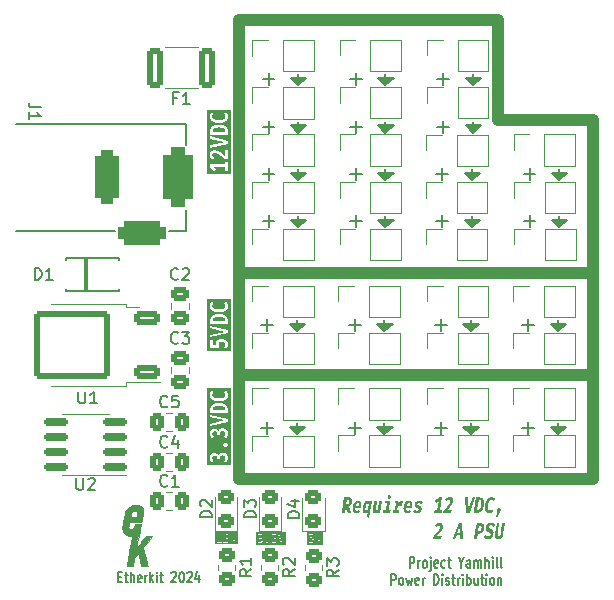
<source format=gto>
%TF.GenerationSoftware,KiCad,Pcbnew,7.0.10-7.0.10~ubuntu22.04.1*%
%TF.CreationDate,2024-01-03T18:05:14-08:00*%
%TF.ProjectId,YamhillPowerDistribution,59616d68-696c-46c5-906f-776572446973,A*%
%TF.SameCoordinates,Original*%
%TF.FileFunction,Legend,Top*%
%TF.FilePolarity,Positive*%
%FSLAX46Y46*%
G04 Gerber Fmt 4.6, Leading zero omitted, Abs format (unit mm)*
G04 Created by KiCad (PCBNEW 7.0.10-7.0.10~ubuntu22.04.1) date 2024-01-03 18:05:14*
%MOMM*%
%LPD*%
G01*
G04 APERTURE LIST*
G04 Aperture macros list*
%AMRoundRect*
0 Rectangle with rounded corners*
0 $1 Rounding radius*
0 $2 $3 $4 $5 $6 $7 $8 $9 X,Y pos of 4 corners*
0 Add a 4 corners polygon primitive as box body*
4,1,4,$2,$3,$4,$5,$6,$7,$8,$9,$2,$3,0*
0 Add four circle primitives for the rounded corners*
1,1,$1+$1,$2,$3*
1,1,$1+$1,$4,$5*
1,1,$1+$1,$6,$7*
1,1,$1+$1,$8,$9*
0 Add four rect primitives between the rounded corners*
20,1,$1+$1,$2,$3,$4,$5,0*
20,1,$1+$1,$4,$5,$6,$7,0*
20,1,$1+$1,$6,$7,$8,$9,0*
20,1,$1+$1,$8,$9,$2,$3,0*%
G04 Aperture macros list end*
%ADD10C,0.150000*%
%ADD11C,1.000000*%
%ADD12C,0.175000*%
%ADD13C,0.225000*%
%ADD14C,0.120000*%
%ADD15C,0.300000*%
%ADD16C,0.200000*%
%ADD17C,0.002540*%
%ADD18C,0.800000*%
%ADD19C,6.400000*%
%ADD20R,1.700000X1.700000*%
%ADD21O,1.700000X1.700000*%
%ADD22RoundRect,0.250000X0.450000X-0.325000X0.450000X0.325000X-0.450000X0.325000X-0.450000X-0.325000X0*%
%ADD23RoundRect,0.250000X0.475000X-0.337500X0.475000X0.337500X-0.475000X0.337500X-0.475000X-0.337500X0*%
%ADD24RoundRect,0.250000X-0.337500X-0.475000X0.337500X-0.475000X0.337500X0.475000X-0.337500X0.475000X0*%
%ADD25R,1.800000X2.200000*%
%ADD26RoundRect,0.150000X0.825000X0.150000X-0.825000X0.150000X-0.825000X-0.150000X0.825000X-0.150000X0*%
%ADD27RoundRect,0.250000X-0.450000X0.350000X-0.450000X-0.350000X0.450000X-0.350000X0.450000X0.350000X0*%
%ADD28RoundRect,0.250000X0.850000X0.350000X-0.850000X0.350000X-0.850000X-0.350000X0.850000X-0.350000X0*%
%ADD29RoundRect,0.249997X2.950003X2.650003X-2.950003X2.650003X-2.950003X-2.650003X2.950003X-2.650003X0*%
%ADD30RoundRect,0.625000X-0.625000X1.875000X-0.625000X-1.875000X0.625000X-1.875000X0.625000X1.875000X0*%
%ADD31RoundRect,0.500000X-0.500000X1.750000X-0.500000X-1.750000X0.500000X-1.750000X0.500000X1.750000X0*%
%ADD32RoundRect,0.500000X-1.500000X0.500000X-1.500000X-0.500000X1.500000X-0.500000X1.500000X0.500000X0*%
%ADD33RoundRect,0.250000X0.400000X1.450000X-0.400000X1.450000X-0.400000X-1.450000X0.400000X-1.450000X0*%
G04 APERTURE END LIST*
D10*
X136100000Y-76300000D02*
X136100000Y-77300000D01*
X128400000Y-68000000D02*
X129400000Y-68000000D01*
X131400000Y-56450000D02*
X130800000Y-55850000D01*
X132100000Y-55850000D01*
X131400000Y-56450000D01*
G36*
X131400000Y-56450000D02*
G01*
X130800000Y-55850000D01*
X132100000Y-55850000D01*
X131400000Y-56450000D01*
G37*
X146100000Y-68500000D02*
X145500000Y-67900000D01*
X146800000Y-67900000D01*
X146100000Y-68500000D01*
G36*
X146100000Y-68500000D02*
G01*
X145500000Y-67900000D01*
X146800000Y-67900000D01*
X146100000Y-68500000D01*
G37*
X131400000Y-64500000D02*
X130800000Y-63900000D01*
X132100000Y-63900000D01*
X131400000Y-64500000D01*
G36*
X131400000Y-64500000D02*
G01*
X130800000Y-63900000D01*
X132100000Y-63900000D01*
X131400000Y-64500000D01*
G37*
X143100000Y-64000000D02*
X144100000Y-64000000D01*
X124000000Y-67900000D02*
X124000000Y-67600000D01*
X124000000Y-68500000D02*
X123400000Y-67900000D01*
X124700000Y-67900000D01*
X124000000Y-68500000D01*
G36*
X124000000Y-68500000D02*
G01*
X123400000Y-67900000D01*
X124700000Y-67900000D01*
X124000000Y-68500000D01*
G37*
X138600000Y-76700000D02*
X138600000Y-76400000D01*
X131300000Y-85400000D02*
X131300000Y-85100000D01*
X135800000Y-60000000D02*
X136800000Y-60000000D01*
X121500000Y-59500000D02*
X121500000Y-60500000D01*
X138800000Y-56450000D02*
X138200000Y-55850000D01*
X139500000Y-55850000D01*
X138800000Y-56450000D01*
G36*
X138800000Y-56450000D02*
G01*
X138200000Y-55850000D01*
X139500000Y-55850000D01*
X138800000Y-56450000D01*
G37*
X121500000Y-63500000D02*
X121500000Y-64500000D01*
X138700000Y-68500000D02*
X138100000Y-67900000D01*
X139400000Y-67900000D01*
X138700000Y-68500000D01*
G36*
X138700000Y-68500000D02*
G01*
X138100000Y-67900000D01*
X139400000Y-67900000D01*
X138700000Y-68500000D01*
G37*
X131400000Y-59900000D02*
X131400000Y-59600000D01*
D11*
X140900000Y-59400000D02*
X149000000Y-59400000D01*
X149000000Y-72400000D01*
X119000000Y-72400000D01*
X119000000Y-51000000D01*
X140900000Y-51000000D01*
X140900000Y-59400000D01*
D10*
X146000000Y-86000000D02*
X145400000Y-85400000D01*
X146700000Y-85400000D01*
X146000000Y-86000000D01*
G36*
X146000000Y-86000000D02*
G01*
X145400000Y-85400000D01*
X146700000Y-85400000D01*
X146000000Y-86000000D01*
G37*
X124000000Y-56450000D02*
X123400000Y-55850000D01*
X124700000Y-55850000D01*
X124000000Y-56450000D01*
G36*
X124000000Y-56450000D02*
G01*
X123400000Y-55850000D01*
X124700000Y-55850000D01*
X124000000Y-56450000D01*
G37*
X138600000Y-85400000D02*
X138600000Y-85100000D01*
X124000000Y-63900000D02*
X124000000Y-63600000D01*
X135800000Y-55950000D02*
X136800000Y-55950000D01*
X121400000Y-76300000D02*
X121400000Y-77300000D01*
X128800000Y-76300000D02*
X128800000Y-77300000D01*
X135700000Y-64000000D02*
X136700000Y-64000000D01*
X123900000Y-85400000D02*
X123900000Y-85100000D01*
X143500000Y-76300000D02*
X143500000Y-77300000D01*
D11*
X149000000Y-89800000D02*
X119000000Y-89800000D01*
X119000000Y-81000000D01*
X149000000Y-81000000D01*
X149000000Y-89800000D01*
D10*
X121500000Y-67500000D02*
X121500000Y-68500000D01*
X128800000Y-85000000D02*
X128800000Y-86000000D01*
X131400000Y-60500000D02*
X130800000Y-59900000D01*
X132100000Y-59900000D01*
X131400000Y-60500000D01*
G36*
X131400000Y-60500000D02*
G01*
X130800000Y-59900000D01*
X132100000Y-59900000D01*
X131400000Y-60500000D01*
G37*
X135600000Y-76800000D02*
X136600000Y-76800000D01*
X131300000Y-77300000D02*
X130700000Y-76700000D01*
X132000000Y-76700000D01*
X131300000Y-77300000D01*
G36*
X131300000Y-77300000D02*
G01*
X130700000Y-76700000D01*
X132000000Y-76700000D01*
X131300000Y-77300000D01*
G37*
X121500000Y-55450000D02*
X121500000Y-56450000D01*
X138700000Y-67900000D02*
X138700000Y-67600000D01*
X146000000Y-76700000D02*
X146000000Y-76400000D01*
X138800000Y-55850000D02*
X138800000Y-55550000D01*
X121000000Y-68000000D02*
X122000000Y-68000000D01*
X135700000Y-68000000D02*
X136700000Y-68000000D01*
X138600000Y-86000000D02*
X138000000Y-85400000D01*
X139300000Y-85400000D01*
X138600000Y-86000000D01*
G36*
X138600000Y-86000000D02*
G01*
X138000000Y-85400000D01*
X139300000Y-85400000D01*
X138600000Y-86000000D01*
G37*
X123900000Y-76700000D02*
X123900000Y-76400000D01*
X138600000Y-77300000D02*
X138000000Y-76700000D01*
X139300000Y-76700000D01*
X138600000Y-77300000D01*
G36*
X138600000Y-77300000D02*
G01*
X138000000Y-76700000D01*
X139300000Y-76700000D01*
X138600000Y-77300000D01*
G37*
X121400000Y-85000000D02*
X121400000Y-86000000D01*
X131400000Y-63900000D02*
X131400000Y-63600000D01*
X124000000Y-59900000D02*
X124000000Y-59600000D01*
X124000000Y-60500000D02*
X123400000Y-59900000D01*
X124700000Y-59900000D01*
X124000000Y-60500000D01*
G36*
X124000000Y-60500000D02*
G01*
X123400000Y-59900000D01*
X124700000Y-59900000D01*
X124000000Y-60500000D01*
G37*
X143600000Y-67500000D02*
X143600000Y-68500000D01*
D11*
X149000000Y-81000000D02*
X119000000Y-81000000D01*
X119000000Y-72400000D01*
X149000000Y-72400000D01*
X149000000Y-81000000D01*
D10*
X131400000Y-55850000D02*
X131400000Y-55550000D01*
X120900000Y-76800000D02*
X121900000Y-76800000D01*
X138800000Y-59900000D02*
X138800000Y-59600000D01*
X143600000Y-63500000D02*
X143600000Y-64500000D01*
X135600000Y-85500000D02*
X136600000Y-85500000D01*
X128900000Y-67500000D02*
X128900000Y-68500000D01*
X131400000Y-68500000D02*
X130800000Y-67900000D01*
X132100000Y-67900000D01*
X131400000Y-68500000D01*
G36*
X131400000Y-68500000D02*
G01*
X130800000Y-67900000D01*
X132100000Y-67900000D01*
X131400000Y-68500000D01*
G37*
X146000000Y-85400000D02*
X146000000Y-85100000D01*
X138800000Y-60500000D02*
X138200000Y-59900000D01*
X139500000Y-59900000D01*
X138800000Y-60500000D01*
G36*
X138800000Y-60500000D02*
G01*
X138200000Y-59900000D01*
X139500000Y-59900000D01*
X138800000Y-60500000D01*
G37*
X136200000Y-67500000D02*
X136200000Y-68500000D01*
X131300000Y-86000000D02*
X130700000Y-85400000D01*
X132000000Y-85400000D01*
X131300000Y-86000000D01*
G36*
X131300000Y-86000000D02*
G01*
X130700000Y-85400000D01*
X132000000Y-85400000D01*
X131300000Y-86000000D01*
G37*
X136200000Y-63500000D02*
X136200000Y-64500000D01*
X143500000Y-85000000D02*
X143500000Y-86000000D01*
X128300000Y-85500000D02*
X129300000Y-85500000D01*
X128900000Y-59500000D02*
X128900000Y-60500000D01*
X131300000Y-76700000D02*
X131300000Y-76400000D01*
X121000000Y-60000000D02*
X122000000Y-60000000D01*
X128400000Y-64000000D02*
X129400000Y-64000000D01*
X123900000Y-86000000D02*
X123300000Y-85400000D01*
X124600000Y-85400000D01*
X123900000Y-86000000D01*
G36*
X123900000Y-86000000D02*
G01*
X123300000Y-85400000D01*
X124600000Y-85400000D01*
X123900000Y-86000000D01*
G37*
X120900000Y-85500000D02*
X121900000Y-85500000D01*
X128400000Y-55950000D02*
X129400000Y-55950000D01*
X138700000Y-63900000D02*
X138700000Y-63600000D01*
X143000000Y-76800000D02*
X144000000Y-76800000D01*
X136100000Y-85000000D02*
X136100000Y-86000000D01*
X121000000Y-64000000D02*
X122000000Y-64000000D01*
X146000000Y-77300000D02*
X145400000Y-76700000D01*
X146700000Y-76700000D01*
X146000000Y-77300000D01*
G36*
X146000000Y-77300000D02*
G01*
X145400000Y-76700000D01*
X146700000Y-76700000D01*
X146000000Y-77300000D01*
G37*
X138700000Y-64500000D02*
X138100000Y-63900000D01*
X139400000Y-63900000D01*
X138700000Y-64500000D01*
G36*
X138700000Y-64500000D02*
G01*
X138100000Y-63900000D01*
X139400000Y-63900000D01*
X138700000Y-64500000D01*
G37*
X128300000Y-76800000D02*
X129300000Y-76800000D01*
X146100000Y-64500000D02*
X145500000Y-63900000D01*
X146800000Y-63900000D01*
X146100000Y-64500000D01*
G36*
X146100000Y-64500000D02*
G01*
X145500000Y-63900000D01*
X146800000Y-63900000D01*
X146100000Y-64500000D01*
G37*
X128400000Y-60000000D02*
X129400000Y-60000000D01*
X124000000Y-64500000D02*
X123400000Y-63900000D01*
X124700000Y-63900000D01*
X124000000Y-64500000D01*
G36*
X124000000Y-64500000D02*
G01*
X123400000Y-63900000D01*
X124700000Y-63900000D01*
X124000000Y-64500000D01*
G37*
X146100000Y-67900000D02*
X146100000Y-67600000D01*
X143000000Y-85500000D02*
X144000000Y-85500000D01*
X124000000Y-55850000D02*
X124000000Y-55550000D01*
X128900000Y-63500000D02*
X128900000Y-64500000D01*
X143100000Y-68000000D02*
X144100000Y-68000000D01*
X136300000Y-59500000D02*
X136300000Y-60500000D01*
X131400000Y-67900000D02*
X131400000Y-67600000D01*
X121000000Y-55950000D02*
X122000000Y-55950000D01*
X123900000Y-77300000D02*
X123300000Y-76700000D01*
X124600000Y-76700000D01*
X123900000Y-77300000D01*
G36*
X123900000Y-77300000D02*
G01*
X123300000Y-76700000D01*
X124600000Y-76700000D01*
X123900000Y-77300000D01*
G37*
X146100000Y-63900000D02*
X146100000Y-63600000D01*
X136300000Y-55450000D02*
X136300000Y-56450000D01*
X128900000Y-55450000D02*
X128900000Y-56450000D01*
G36*
X118897673Y-95378286D02*
G01*
X116981286Y-95378286D01*
X116981286Y-94619980D01*
X117095572Y-94619980D01*
X117132159Y-94688563D01*
X117290990Y-94578556D01*
X117290990Y-95184279D01*
X117120533Y-95184279D01*
X117120533Y-95264000D01*
X117520090Y-95264000D01*
X117520090Y-95184279D01*
X117375450Y-95184279D01*
X117375450Y-94568396D01*
X117661824Y-94568396D01*
X117720125Y-94620566D01*
X117724207Y-94614804D01*
X117730330Y-94606536D01*
X117736453Y-94598719D01*
X117742576Y-94591351D01*
X117748698Y-94584433D01*
X117754821Y-94577965D01*
X117760944Y-94571947D01*
X117767067Y-94566378D01*
X117773190Y-94561260D01*
X117779313Y-94556592D01*
X117785436Y-94552374D01*
X117789590Y-94549771D01*
X117796095Y-94546182D01*
X117802928Y-94542970D01*
X117810088Y-94540137D01*
X117817576Y-94537681D01*
X117825391Y-94535603D01*
X117833534Y-94533903D01*
X117842005Y-94532580D01*
X117850803Y-94531636D01*
X117859929Y-94531069D01*
X117869382Y-94530880D01*
X117873001Y-94530919D01*
X117880088Y-94531225D01*
X117886975Y-94531839D01*
X117896929Y-94533335D01*
X117906433Y-94535521D01*
X117915486Y-94538398D01*
X117924089Y-94541964D01*
X117932240Y-94546222D01*
X117939941Y-94551169D01*
X117947191Y-94556807D01*
X117953990Y-94563136D01*
X117960338Y-94570154D01*
X117964292Y-94575175D01*
X117969745Y-94583124D01*
X117974625Y-94591575D01*
X117978930Y-94600526D01*
X117982661Y-94609980D01*
X117985818Y-94619935D01*
X117988401Y-94630391D01*
X117990410Y-94641349D01*
X117991845Y-94652808D01*
X117992483Y-94660726D01*
X117992866Y-94668867D01*
X117992993Y-94677230D01*
X117992941Y-94683372D01*
X117992668Y-94692532D01*
X117992160Y-94701630D01*
X117991417Y-94710667D01*
X117990441Y-94719642D01*
X117989230Y-94728555D01*
X117987784Y-94737406D01*
X117986104Y-94746195D01*
X117984190Y-94754923D01*
X117982041Y-94763588D01*
X117979658Y-94772192D01*
X117976974Y-94780844D01*
X117973923Y-94789654D01*
X117970506Y-94798622D01*
X117966723Y-94807748D01*
X117962572Y-94817032D01*
X117958055Y-94826474D01*
X117953172Y-94836073D01*
X117947921Y-94845831D01*
X117944217Y-94852424D01*
X117940350Y-94859088D01*
X117936321Y-94865821D01*
X117932128Y-94872625D01*
X117927745Y-94879545D01*
X117923144Y-94886629D01*
X117918325Y-94893876D01*
X117913289Y-94901287D01*
X117908035Y-94908860D01*
X117902563Y-94916598D01*
X117896874Y-94924498D01*
X117890967Y-94932562D01*
X117884842Y-94940789D01*
X117878499Y-94949180D01*
X117871939Y-94957733D01*
X117865161Y-94966451D01*
X117858165Y-94975331D01*
X117850952Y-94984375D01*
X117843521Y-94993582D01*
X117835872Y-95002953D01*
X117831958Y-95007700D01*
X117823920Y-95017395D01*
X117815601Y-95027357D01*
X117807002Y-95037586D01*
X117798122Y-95048083D01*
X117788962Y-95058846D01*
X117779521Y-95069877D01*
X117774695Y-95075492D01*
X117769800Y-95081174D01*
X117764834Y-95086923D01*
X117759798Y-95092739D01*
X117754692Y-95098622D01*
X117749516Y-95104571D01*
X117744269Y-95110588D01*
X117738953Y-95116670D01*
X117733566Y-95122820D01*
X117728110Y-95129037D01*
X117722583Y-95135320D01*
X117716986Y-95141670D01*
X117711319Y-95148087D01*
X117705582Y-95154571D01*
X117699774Y-95161121D01*
X117693897Y-95167739D01*
X117687949Y-95174423D01*
X117681932Y-95181174D01*
X117675844Y-95187991D01*
X117675844Y-95264000D01*
X118087540Y-95264000D01*
X118097969Y-95184279D01*
X117771929Y-95184279D01*
X117777236Y-95178644D01*
X117782492Y-95173048D01*
X117787697Y-95167491D01*
X117792851Y-95161973D01*
X117797955Y-95156494D01*
X117803008Y-95151054D01*
X117812962Y-95140290D01*
X117822712Y-95129683D01*
X117832260Y-95119231D01*
X117841605Y-95108934D01*
X117850746Y-95098794D01*
X117859685Y-95088809D01*
X117868420Y-95078979D01*
X117876953Y-95069306D01*
X117885282Y-95059788D01*
X117893409Y-95050426D01*
X117901332Y-95041219D01*
X117909052Y-95032169D01*
X117916570Y-95023274D01*
X117923896Y-95014482D01*
X117931043Y-95005789D01*
X117938012Y-94997195D01*
X117944801Y-94988701D01*
X117951411Y-94980306D01*
X117957843Y-94972010D01*
X117964095Y-94963814D01*
X117970169Y-94955716D01*
X117976063Y-94947718D01*
X117981779Y-94939819D01*
X117987315Y-94932019D01*
X117992673Y-94924319D01*
X117997851Y-94916717D01*
X118002851Y-94909215D01*
X118007671Y-94901813D01*
X118012313Y-94894509D01*
X118014569Y-94890887D01*
X118018967Y-94883674D01*
X118023209Y-94876503D01*
X118027296Y-94869372D01*
X118031228Y-94862283D01*
X118035006Y-94855235D01*
X118038628Y-94848229D01*
X118042096Y-94841263D01*
X118045408Y-94834339D01*
X118050087Y-94824030D01*
X118054416Y-94813813D01*
X118058397Y-94803690D01*
X118062030Y-94793659D01*
X118065314Y-94783720D01*
X118067322Y-94777091D01*
X118070091Y-94767111D01*
X118072569Y-94757086D01*
X118074755Y-94747016D01*
X118076650Y-94736901D01*
X118078254Y-94726742D01*
X118079565Y-94716538D01*
X118080586Y-94706290D01*
X118081315Y-94695997D01*
X118081752Y-94685659D01*
X118081898Y-94675277D01*
X118081800Y-94667365D01*
X118081288Y-94655690D01*
X118080338Y-94644245D01*
X118078948Y-94633031D01*
X118077120Y-94622046D01*
X118074853Y-94611292D01*
X118072147Y-94600767D01*
X118069002Y-94590473D01*
X118065419Y-94580409D01*
X118061397Y-94570575D01*
X118056936Y-94560971D01*
X118053752Y-94554704D01*
X118048655Y-94545615D01*
X118043173Y-94536901D01*
X118037307Y-94528561D01*
X118031055Y-94520595D01*
X118024420Y-94513004D01*
X118017399Y-94505787D01*
X118009994Y-94498945D01*
X118002204Y-94492477D01*
X117994030Y-94486383D01*
X117985471Y-94480664D01*
X117979563Y-94477091D01*
X117970426Y-94472164D01*
X117960958Y-94467756D01*
X117954462Y-94465105D01*
X117950510Y-94463665D01*
X118229616Y-94463665D01*
X118461280Y-95264000D01*
X118551723Y-95264000D01*
X118783387Y-94463665D01*
X118695509Y-94463665D01*
X118508468Y-95141487D01*
X118323649Y-94463665D01*
X118229616Y-94463665D01*
X117950510Y-94463665D01*
X117947820Y-94462685D01*
X117941030Y-94460495D01*
X117934094Y-94458535D01*
X117927011Y-94456807D01*
X117919781Y-94455308D01*
X117912404Y-94454041D01*
X117904880Y-94453003D01*
X117897209Y-94452197D01*
X117889391Y-94451620D01*
X117881426Y-94451275D01*
X117873314Y-94451159D01*
X117864609Y-94451272D01*
X117856062Y-94451611D01*
X117847673Y-94452176D01*
X117839441Y-94452967D01*
X117831366Y-94453983D01*
X117823450Y-94455226D01*
X117815691Y-94456694D01*
X117808089Y-94458389D01*
X117800645Y-94460309D01*
X117793359Y-94462456D01*
X117786230Y-94464828D01*
X117779259Y-94467426D01*
X117772446Y-94470250D01*
X117765790Y-94473300D01*
X117759292Y-94476576D01*
X117752951Y-94480078D01*
X117746745Y-94483789D01*
X117740607Y-94487741D01*
X117734537Y-94491934D01*
X117728535Y-94496369D01*
X117722601Y-94501044D01*
X117716735Y-94505961D01*
X117710937Y-94511119D01*
X117705208Y-94516519D01*
X117699547Y-94522159D01*
X117693953Y-94528041D01*
X117688428Y-94534164D01*
X117682971Y-94540528D01*
X117677582Y-94547133D01*
X117672262Y-94553979D01*
X117667009Y-94561067D01*
X117661824Y-94568396D01*
X117375450Y-94568396D01*
X117375450Y-94463665D01*
X117301591Y-94463665D01*
X117095572Y-94619980D01*
X116981286Y-94619980D01*
X116981286Y-94336873D01*
X118897673Y-94336873D01*
X118897673Y-95378286D01*
G37*
G36*
X123000172Y-95390791D02*
G01*
X120437517Y-95390791D01*
X120437517Y-95170796D01*
X120551803Y-95170796D01*
X120556830Y-95177568D01*
X120561995Y-95184108D01*
X120567297Y-95190415D01*
X120572737Y-95196491D01*
X120578314Y-95202334D01*
X120584029Y-95207946D01*
X120589881Y-95213325D01*
X120595871Y-95218473D01*
X120601998Y-95223388D01*
X120608264Y-95228071D01*
X120614666Y-95232523D01*
X120621207Y-95236742D01*
X120627884Y-95240729D01*
X120634700Y-95244484D01*
X120641653Y-95248008D01*
X120648743Y-95251299D01*
X120655907Y-95254351D01*
X120663078Y-95257206D01*
X120670258Y-95259865D01*
X120677445Y-95262326D01*
X120684640Y-95264591D01*
X120691844Y-95266659D01*
X120699055Y-95268529D01*
X120706275Y-95270203D01*
X120713502Y-95271680D01*
X120720738Y-95272960D01*
X120727981Y-95274043D01*
X120735233Y-95274929D01*
X120742492Y-95275619D01*
X120749760Y-95276111D01*
X120757036Y-95276406D01*
X120764319Y-95276505D01*
X120773246Y-95276380D01*
X120782033Y-95276004D01*
X120790680Y-95275378D01*
X120799186Y-95274502D01*
X120807552Y-95273375D01*
X120815778Y-95271998D01*
X120823864Y-95270371D01*
X120831810Y-95268494D01*
X120839615Y-95266366D01*
X120847280Y-95263987D01*
X120854804Y-95261359D01*
X120862189Y-95258480D01*
X120869433Y-95255350D01*
X120876537Y-95251971D01*
X120883501Y-95248340D01*
X120890324Y-95244460D01*
X120896984Y-95240363D01*
X120903457Y-95236083D01*
X120909742Y-95231619D01*
X120915841Y-95226972D01*
X120921753Y-95222142D01*
X120927478Y-95217129D01*
X120933016Y-95211933D01*
X120938367Y-95206554D01*
X120943530Y-95200991D01*
X120948507Y-95195245D01*
X120953297Y-95189316D01*
X120957900Y-95183204D01*
X120962316Y-95176909D01*
X120962990Y-95175877D01*
X121315013Y-95175877D01*
X121315406Y-95186181D01*
X121316584Y-95196088D01*
X121318548Y-95205598D01*
X121321297Y-95214711D01*
X121324831Y-95223428D01*
X121329151Y-95231747D01*
X121334256Y-95239670D01*
X121340146Y-95247196D01*
X121341729Y-95248999D01*
X121348309Y-95255639D01*
X121355284Y-95261364D01*
X121362654Y-95266172D01*
X121370420Y-95270065D01*
X121378581Y-95273041D01*
X121387138Y-95275102D01*
X121396090Y-95276247D01*
X121403063Y-95276505D01*
X121405433Y-95276476D01*
X121412394Y-95276047D01*
X121421325Y-95274673D01*
X121429855Y-95272383D01*
X121437984Y-95269177D01*
X121445712Y-95265056D01*
X121453040Y-95260018D01*
X121459967Y-95254065D01*
X121466493Y-95247196D01*
X121472463Y-95239670D01*
X121477638Y-95231747D01*
X121482016Y-95223428D01*
X121485599Y-95214711D01*
X121488385Y-95205598D01*
X121490375Y-95196088D01*
X121491569Y-95186181D01*
X121491967Y-95175877D01*
X121491768Y-95170796D01*
X121756800Y-95170796D01*
X121761827Y-95177568D01*
X121766991Y-95184108D01*
X121772293Y-95190415D01*
X121777733Y-95196491D01*
X121783310Y-95202334D01*
X121789025Y-95207946D01*
X121794877Y-95213325D01*
X121800867Y-95218473D01*
X121806995Y-95223388D01*
X121813260Y-95228071D01*
X121819663Y-95232523D01*
X121826203Y-95236742D01*
X121832881Y-95240729D01*
X121839696Y-95244484D01*
X121846649Y-95248008D01*
X121853740Y-95251299D01*
X121860903Y-95254351D01*
X121868075Y-95257206D01*
X121875254Y-95259865D01*
X121882441Y-95262326D01*
X121889637Y-95264591D01*
X121896840Y-95266659D01*
X121904052Y-95268529D01*
X121911271Y-95270203D01*
X121918499Y-95271680D01*
X121925734Y-95272960D01*
X121932978Y-95274043D01*
X121940229Y-95274929D01*
X121947489Y-95275619D01*
X121954756Y-95276111D01*
X121962032Y-95276406D01*
X121969316Y-95276505D01*
X121978243Y-95276380D01*
X121987030Y-95276004D01*
X121995676Y-95275378D01*
X122004183Y-95274502D01*
X122012549Y-95273375D01*
X122020775Y-95271998D01*
X122028861Y-95270371D01*
X122036806Y-95268494D01*
X122044611Y-95266366D01*
X122052276Y-95263987D01*
X122059801Y-95261359D01*
X122067185Y-95258480D01*
X122074429Y-95255350D01*
X122081533Y-95251971D01*
X122088497Y-95248340D01*
X122095321Y-95244460D01*
X122101980Y-95240363D01*
X122108453Y-95236083D01*
X122114739Y-95231619D01*
X122120838Y-95226972D01*
X122126750Y-95222142D01*
X122132474Y-95217129D01*
X122138012Y-95211933D01*
X122143363Y-95206554D01*
X122148527Y-95200991D01*
X122153504Y-95195245D01*
X122158294Y-95189316D01*
X122162896Y-95183204D01*
X122167312Y-95176909D01*
X122171541Y-95170430D01*
X122175583Y-95163768D01*
X122179438Y-95156923D01*
X122183082Y-95149910D01*
X122186490Y-95142791D01*
X122189664Y-95135567D01*
X122192602Y-95128237D01*
X122195306Y-95120802D01*
X122197774Y-95113262D01*
X122200008Y-95105616D01*
X122202006Y-95097866D01*
X122203769Y-95090009D01*
X122205297Y-95082048D01*
X122206590Y-95073981D01*
X122207648Y-95065809D01*
X122208471Y-95057531D01*
X122209058Y-95049148D01*
X122209411Y-95040660D01*
X122209528Y-95032066D01*
X122209441Y-95024424D01*
X122208982Y-95013244D01*
X122208129Y-95002403D01*
X122206882Y-94991903D01*
X122205242Y-94981743D01*
X122203207Y-94971922D01*
X122200780Y-94962442D01*
X122197958Y-94953302D01*
X122194743Y-94944502D01*
X122191134Y-94936041D01*
X122187131Y-94927921D01*
X122184299Y-94922674D01*
X122179848Y-94915092D01*
X122175153Y-94907857D01*
X122170215Y-94900969D01*
X122165033Y-94894427D01*
X122159608Y-94888233D01*
X122153939Y-94882385D01*
X122148027Y-94876885D01*
X122141872Y-94871731D01*
X122135473Y-94866924D01*
X122128831Y-94862464D01*
X122124324Y-94859659D01*
X122117494Y-94855736D01*
X122110580Y-94852157D01*
X122103581Y-94848922D01*
X122096499Y-94846030D01*
X122089332Y-94843481D01*
X122082081Y-94841276D01*
X122074746Y-94839415D01*
X122067327Y-94837896D01*
X122059824Y-94836722D01*
X122052236Y-94835891D01*
X122056807Y-94834821D01*
X122063573Y-94832963D01*
X122070231Y-94830798D01*
X122076780Y-94828328D01*
X122083222Y-94825552D01*
X122089555Y-94822471D01*
X122095780Y-94819084D01*
X122101897Y-94815391D01*
X122107905Y-94811392D01*
X122113806Y-94807088D01*
X122119598Y-94802478D01*
X122123377Y-94799226D01*
X122128870Y-94794150D01*
X122134152Y-94788837D01*
X122139224Y-94783287D01*
X122144086Y-94777501D01*
X122148737Y-94771477D01*
X122153178Y-94765216D01*
X122157408Y-94758718D01*
X122161428Y-94751983D01*
X122165238Y-94745011D01*
X122168838Y-94737803D01*
X122171094Y-94732881D01*
X122174206Y-94725362D01*
X122176991Y-94717677D01*
X122179448Y-94709828D01*
X122181577Y-94701814D01*
X122183379Y-94693634D01*
X122184853Y-94685290D01*
X122185999Y-94676782D01*
X122186818Y-94668108D01*
X122187310Y-94659269D01*
X122187473Y-94650266D01*
X122187372Y-94643488D01*
X122186839Y-94633459D01*
X122185849Y-94623595D01*
X122184403Y-94613895D01*
X122182499Y-94604361D01*
X122180139Y-94594991D01*
X122177322Y-94585786D01*
X122174048Y-94576746D01*
X122170318Y-94567871D01*
X122166130Y-94559160D01*
X122161486Y-94550615D01*
X122158173Y-94545043D01*
X122152884Y-94536949D01*
X122147210Y-94529170D01*
X122141151Y-94521708D01*
X122134708Y-94514562D01*
X122127880Y-94507731D01*
X122120667Y-94501217D01*
X122113069Y-94495018D01*
X122105087Y-94489136D01*
X122096720Y-94483570D01*
X122087969Y-94478319D01*
X122078870Y-94473465D01*
X122069462Y-94469089D01*
X122063018Y-94466437D01*
X122056436Y-94463997D01*
X122055435Y-94463665D01*
X122332114Y-94463665D01*
X122563778Y-95264000D01*
X122654221Y-95264000D01*
X122885886Y-94463665D01*
X122798007Y-94463665D01*
X122610966Y-95141487D01*
X122426147Y-94463665D01*
X122332114Y-94463665D01*
X122055435Y-94463665D01*
X122049717Y-94461769D01*
X122042860Y-94459753D01*
X122035866Y-94457949D01*
X122028734Y-94456358D01*
X122021464Y-94454979D01*
X122014057Y-94453812D01*
X122006512Y-94452857D01*
X121998830Y-94452114D01*
X121991010Y-94451584D01*
X121983053Y-94451265D01*
X121974958Y-94451159D01*
X121968366Y-94451249D01*
X121958523Y-94451717D01*
X121948735Y-94452588D01*
X121939001Y-94453861D01*
X121929321Y-94455535D01*
X121919695Y-94457611D01*
X121910123Y-94460089D01*
X121900605Y-94462969D01*
X121891141Y-94466251D01*
X121881731Y-94469935D01*
X121872376Y-94474020D01*
X121863095Y-94478552D01*
X121853911Y-94483576D01*
X121847841Y-94487197D01*
X121841815Y-94491037D01*
X121835831Y-94495096D01*
X121829890Y-94499372D01*
X121823991Y-94503867D01*
X121818135Y-94508580D01*
X121812322Y-94513511D01*
X121806552Y-94518661D01*
X121800825Y-94524029D01*
X121795140Y-94529615D01*
X121789498Y-94535420D01*
X121783899Y-94541443D01*
X121778342Y-94547684D01*
X121825188Y-94605716D01*
X121829439Y-94601077D01*
X121835812Y-94594399D01*
X121842178Y-94588057D01*
X121848538Y-94582052D01*
X121854893Y-94576384D01*
X121861241Y-94571052D01*
X121867583Y-94566057D01*
X121873919Y-94561399D01*
X121880250Y-94557077D01*
X121886574Y-94553091D01*
X121892892Y-94549443D01*
X121897148Y-94547195D01*
X121903701Y-94544095D01*
X121910459Y-94541322D01*
X121917422Y-94538874D01*
X121924588Y-94536753D01*
X121931959Y-94534959D01*
X121939535Y-94533491D01*
X121947315Y-94532348D01*
X121955299Y-94531533D01*
X121963487Y-94531043D01*
X121971880Y-94530880D01*
X121978592Y-94531014D01*
X121988425Y-94531715D01*
X121997974Y-94533017D01*
X122007242Y-94534921D01*
X122016227Y-94537425D01*
X122024929Y-94540531D01*
X122033349Y-94544237D01*
X122041487Y-94548545D01*
X122049342Y-94553454D01*
X122056914Y-94558963D01*
X122064204Y-94565074D01*
X122071048Y-94571757D01*
X122077219Y-94578982D01*
X122082717Y-94586750D01*
X122087541Y-94595061D01*
X122091693Y-94603915D01*
X122095171Y-94613311D01*
X122097976Y-94623249D01*
X122100108Y-94633731D01*
X122101566Y-94644755D01*
X122102352Y-94656322D01*
X122102501Y-94664334D01*
X122102333Y-94672981D01*
X122101828Y-94681336D01*
X122100987Y-94689399D01*
X122099808Y-94697170D01*
X122097714Y-94707077D01*
X122095021Y-94716465D01*
X122091730Y-94725334D01*
X122087841Y-94733684D01*
X122083353Y-94741515D01*
X122078437Y-94748800D01*
X122073180Y-94755608D01*
X122067581Y-94761940D01*
X122061639Y-94767796D01*
X122055356Y-94773175D01*
X122048731Y-94778078D01*
X122041764Y-94782505D01*
X122034455Y-94786456D01*
X122026916Y-94789936D01*
X122019260Y-94792953D01*
X122011486Y-94795505D01*
X122003595Y-94797593D01*
X121995586Y-94799218D01*
X121987460Y-94800378D01*
X121979216Y-94801074D01*
X121970854Y-94801306D01*
X121930163Y-94801306D01*
X121919563Y-94881027D01*
X121977864Y-94881027D01*
X121981680Y-94881059D01*
X121989192Y-94881319D01*
X121996544Y-94881838D01*
X122003735Y-94882616D01*
X122010766Y-94883654D01*
X122017637Y-94884952D01*
X122027643Y-94887385D01*
X122037288Y-94890401D01*
X122046573Y-94894002D01*
X122055497Y-94898187D01*
X122064060Y-94902955D01*
X122072262Y-94908307D01*
X122080104Y-94914244D01*
X122085073Y-94918600D01*
X122091925Y-94925903D01*
X122098056Y-94934125D01*
X122103466Y-94943268D01*
X122108154Y-94953332D01*
X122110879Y-94960552D01*
X122113283Y-94968182D01*
X122115367Y-94976220D01*
X122117130Y-94984668D01*
X122118572Y-94993525D01*
X122119694Y-95002791D01*
X122120496Y-95012466D01*
X122120977Y-95022550D01*
X122121137Y-95033043D01*
X122120978Y-95042396D01*
X122120501Y-95051499D01*
X122119706Y-95060354D01*
X122118594Y-95068959D01*
X122117163Y-95077316D01*
X122115415Y-95085424D01*
X122113348Y-95093284D01*
X122110964Y-95100894D01*
X122108262Y-95108256D01*
X122105242Y-95115369D01*
X122101904Y-95122233D01*
X122098248Y-95128848D01*
X122094275Y-95135214D01*
X122089983Y-95141332D01*
X122085374Y-95147200D01*
X122080446Y-95152820D01*
X122075236Y-95158144D01*
X122069777Y-95163124D01*
X122064069Y-95167761D01*
X122058113Y-95172054D01*
X122051909Y-95176004D01*
X122045456Y-95179611D01*
X122038755Y-95182873D01*
X122031805Y-95185793D01*
X122024607Y-95188369D01*
X122017161Y-95190601D01*
X122009466Y-95192491D01*
X122001522Y-95194036D01*
X121993330Y-95195238D01*
X121984890Y-95196097D01*
X121976201Y-95196612D01*
X121967264Y-95196784D01*
X121961990Y-95196707D01*
X121954096Y-95196302D01*
X121946224Y-95195550D01*
X121938373Y-95194452D01*
X121930542Y-95193007D01*
X121922733Y-95191214D01*
X121914944Y-95189075D01*
X121907177Y-95186589D01*
X121899431Y-95183756D01*
X121891706Y-95180576D01*
X121884002Y-95177049D01*
X121878938Y-95174479D01*
X121871508Y-95170330D01*
X121864276Y-95165826D01*
X121857242Y-95160969D01*
X121850407Y-95155758D01*
X121843771Y-95150193D01*
X121837332Y-95144275D01*
X121831092Y-95138002D01*
X121825050Y-95131376D01*
X121819207Y-95124397D01*
X121813562Y-95117063D01*
X121756800Y-95170796D01*
X121491768Y-95170796D01*
X121491569Y-95165716D01*
X121490375Y-95155946D01*
X121488385Y-95146568D01*
X121485599Y-95137579D01*
X121482016Y-95128982D01*
X121477638Y-95120775D01*
X121472463Y-95112960D01*
X121466493Y-95105535D01*
X121463280Y-95102009D01*
X121456553Y-95095641D01*
X121449426Y-95090182D01*
X121441898Y-95085633D01*
X121433969Y-95081994D01*
X121425640Y-95079264D01*
X121416910Y-95077445D01*
X121410099Y-95076677D01*
X121403063Y-95076421D01*
X121400714Y-95076449D01*
X121393815Y-95076876D01*
X121384962Y-95078241D01*
X121376504Y-95080515D01*
X121368442Y-95083699D01*
X121360775Y-95087794D01*
X121353503Y-95092797D01*
X121346627Y-95098711D01*
X121340146Y-95105535D01*
X121334256Y-95112960D01*
X121329151Y-95120775D01*
X121324831Y-95128982D01*
X121321297Y-95137579D01*
X121318548Y-95146568D01*
X121316584Y-95155946D01*
X121315406Y-95165716D01*
X121315013Y-95175877D01*
X120962990Y-95175877D01*
X120966545Y-95170430D01*
X120970586Y-95163768D01*
X120974441Y-95156923D01*
X120978085Y-95149910D01*
X120981494Y-95142791D01*
X120984667Y-95135567D01*
X120987606Y-95128237D01*
X120990309Y-95120802D01*
X120992778Y-95113262D01*
X120995011Y-95105616D01*
X120997009Y-95097866D01*
X120998772Y-95090009D01*
X121000300Y-95082048D01*
X121001593Y-95073981D01*
X121002651Y-95065809D01*
X121003474Y-95057531D01*
X121004062Y-95049148D01*
X121004414Y-95040660D01*
X121004532Y-95032066D01*
X121004444Y-95024424D01*
X121003985Y-95013244D01*
X121003132Y-95002403D01*
X121001885Y-94991903D01*
X121000245Y-94981743D01*
X120998211Y-94971922D01*
X120995783Y-94962442D01*
X120992962Y-94953302D01*
X120989746Y-94944502D01*
X120986137Y-94936041D01*
X120982135Y-94927921D01*
X120979303Y-94922674D01*
X120974851Y-94915092D01*
X120970156Y-94907857D01*
X120965218Y-94900969D01*
X120960036Y-94894427D01*
X120954611Y-94888233D01*
X120948943Y-94882385D01*
X120943031Y-94876885D01*
X120936875Y-94871731D01*
X120930476Y-94866924D01*
X120923834Y-94862464D01*
X120919327Y-94859659D01*
X120912497Y-94855736D01*
X120905583Y-94852157D01*
X120898585Y-94848922D01*
X120891502Y-94846030D01*
X120884335Y-94843481D01*
X120877085Y-94841276D01*
X120869749Y-94839415D01*
X120862330Y-94837896D01*
X120854827Y-94836722D01*
X120847240Y-94835891D01*
X120851810Y-94834821D01*
X120858576Y-94832963D01*
X120865234Y-94830798D01*
X120871784Y-94828328D01*
X120878225Y-94825552D01*
X120884558Y-94822471D01*
X120890783Y-94819084D01*
X120896900Y-94815391D01*
X120902909Y-94811392D01*
X120908809Y-94807088D01*
X120914602Y-94802478D01*
X120918380Y-94799226D01*
X120923873Y-94794150D01*
X120929156Y-94788837D01*
X120934228Y-94783287D01*
X120939089Y-94777501D01*
X120943740Y-94771477D01*
X120948181Y-94765216D01*
X120952412Y-94758718D01*
X120956432Y-94751983D01*
X120960242Y-94745011D01*
X120963841Y-94737803D01*
X120966098Y-94732881D01*
X120969210Y-94725362D01*
X120971994Y-94717677D01*
X120974451Y-94709828D01*
X120976580Y-94701814D01*
X120978382Y-94693634D01*
X120979856Y-94685290D01*
X120981003Y-94676782D01*
X120981822Y-94668108D01*
X120982313Y-94659269D01*
X120982477Y-94650266D01*
X120982375Y-94643488D01*
X120981842Y-94633459D01*
X120980853Y-94623595D01*
X120979406Y-94613895D01*
X120977503Y-94604361D01*
X120975142Y-94594991D01*
X120972325Y-94585786D01*
X120969052Y-94576746D01*
X120965321Y-94567871D01*
X120961134Y-94559160D01*
X120956489Y-94550615D01*
X120953177Y-94545043D01*
X120947887Y-94536949D01*
X120942213Y-94529170D01*
X120936155Y-94521708D01*
X120929711Y-94514562D01*
X120922883Y-94507731D01*
X120915670Y-94501217D01*
X120908073Y-94495018D01*
X120900091Y-94489136D01*
X120891724Y-94483570D01*
X120882972Y-94478319D01*
X120873874Y-94473465D01*
X120864465Y-94469089D01*
X120858021Y-94466437D01*
X120851440Y-94463997D01*
X120844720Y-94461769D01*
X120837864Y-94459753D01*
X120830869Y-94457949D01*
X120823737Y-94456358D01*
X120816468Y-94454979D01*
X120809060Y-94453812D01*
X120801516Y-94452857D01*
X120793833Y-94452114D01*
X120786014Y-94451584D01*
X120778056Y-94451265D01*
X120769961Y-94451159D01*
X120763369Y-94451249D01*
X120753527Y-94451717D01*
X120743739Y-94452588D01*
X120734004Y-94453861D01*
X120724324Y-94455535D01*
X120714698Y-94457611D01*
X120705126Y-94460089D01*
X120695608Y-94462969D01*
X120686144Y-94466251D01*
X120676735Y-94469935D01*
X120667379Y-94474020D01*
X120658099Y-94478552D01*
X120648914Y-94483576D01*
X120642845Y-94487197D01*
X120636818Y-94491037D01*
X120630834Y-94495096D01*
X120624893Y-94499372D01*
X120618995Y-94503867D01*
X120613139Y-94508580D01*
X120607326Y-94513511D01*
X120601556Y-94518661D01*
X120595828Y-94524029D01*
X120590143Y-94529615D01*
X120584501Y-94535420D01*
X120578902Y-94541443D01*
X120573346Y-94547684D01*
X120620191Y-94605716D01*
X120624443Y-94601077D01*
X120630815Y-94594399D01*
X120637182Y-94588057D01*
X120643542Y-94582052D01*
X120649896Y-94576384D01*
X120656244Y-94571052D01*
X120662587Y-94566057D01*
X120668923Y-94561399D01*
X120675253Y-94557077D01*
X120681577Y-94553091D01*
X120687896Y-94549443D01*
X120692151Y-94547195D01*
X120698705Y-94544095D01*
X120705463Y-94541322D01*
X120712425Y-94538874D01*
X120719592Y-94536753D01*
X120726963Y-94534959D01*
X120734538Y-94533491D01*
X120742318Y-94532348D01*
X120750302Y-94531533D01*
X120758491Y-94531043D01*
X120766884Y-94530880D01*
X120773596Y-94531014D01*
X120783428Y-94531715D01*
X120792978Y-94533017D01*
X120802245Y-94534921D01*
X120811230Y-94537425D01*
X120819933Y-94540531D01*
X120828353Y-94544237D01*
X120836490Y-94548545D01*
X120844345Y-94553454D01*
X120851918Y-94558963D01*
X120859207Y-94565074D01*
X120866052Y-94571757D01*
X120872223Y-94578982D01*
X120877720Y-94586750D01*
X120882545Y-94595061D01*
X120886696Y-94603915D01*
X120890174Y-94613311D01*
X120892979Y-94623249D01*
X120895111Y-94633731D01*
X120896570Y-94644755D01*
X120897355Y-94656322D01*
X120897505Y-94664334D01*
X120897336Y-94672981D01*
X120896832Y-94681336D01*
X120895990Y-94689399D01*
X120894812Y-94697170D01*
X120892718Y-94707077D01*
X120890025Y-94716465D01*
X120886734Y-94725334D01*
X120882844Y-94733684D01*
X120878356Y-94741515D01*
X120873441Y-94748800D01*
X120868183Y-94755608D01*
X120862584Y-94761940D01*
X120856643Y-94767796D01*
X120850360Y-94773175D01*
X120843735Y-94778078D01*
X120836768Y-94782505D01*
X120829459Y-94786456D01*
X120821920Y-94789936D01*
X120814264Y-94792953D01*
X120806490Y-94795505D01*
X120798599Y-94797593D01*
X120790590Y-94799218D01*
X120782463Y-94800378D01*
X120774219Y-94801074D01*
X120765858Y-94801306D01*
X120725167Y-94801306D01*
X120714567Y-94881027D01*
X120772868Y-94881027D01*
X120776684Y-94881059D01*
X120784196Y-94881319D01*
X120791547Y-94881838D01*
X120798739Y-94882616D01*
X120805770Y-94883654D01*
X120812641Y-94884952D01*
X120822647Y-94887385D01*
X120832292Y-94890401D01*
X120841576Y-94894002D01*
X120850500Y-94898187D01*
X120859063Y-94902955D01*
X120867266Y-94908307D01*
X120875108Y-94914244D01*
X120880076Y-94918600D01*
X120886929Y-94925903D01*
X120893060Y-94934125D01*
X120898469Y-94943268D01*
X120903157Y-94953332D01*
X120905882Y-94960552D01*
X120908287Y-94968182D01*
X120910370Y-94976220D01*
X120912133Y-94984668D01*
X120913576Y-94993525D01*
X120914698Y-95002791D01*
X120915499Y-95012466D01*
X120915980Y-95022550D01*
X120916140Y-95033043D01*
X120915982Y-95042396D01*
X120915505Y-95051499D01*
X120914710Y-95060354D01*
X120913597Y-95068959D01*
X120912167Y-95077316D01*
X120910418Y-95085424D01*
X120908352Y-95093284D01*
X120905968Y-95100894D01*
X120903266Y-95108256D01*
X120900246Y-95115369D01*
X120896908Y-95122233D01*
X120893252Y-95128848D01*
X120889278Y-95135214D01*
X120884987Y-95141332D01*
X120880377Y-95147200D01*
X120875450Y-95152820D01*
X120870239Y-95158144D01*
X120864780Y-95163124D01*
X120859073Y-95167761D01*
X120853117Y-95172054D01*
X120846912Y-95176004D01*
X120840460Y-95179611D01*
X120833758Y-95182873D01*
X120826809Y-95185793D01*
X120819611Y-95188369D01*
X120812164Y-95190601D01*
X120804469Y-95192491D01*
X120796526Y-95194036D01*
X120788334Y-95195238D01*
X120779893Y-95196097D01*
X120771205Y-95196612D01*
X120762267Y-95196784D01*
X120756993Y-95196707D01*
X120749100Y-95196302D01*
X120741227Y-95195550D01*
X120733376Y-95194452D01*
X120725546Y-95193007D01*
X120717736Y-95191214D01*
X120709948Y-95189075D01*
X120702181Y-95186589D01*
X120694434Y-95183756D01*
X120686709Y-95180576D01*
X120679005Y-95177049D01*
X120673941Y-95174479D01*
X120666511Y-95170330D01*
X120659279Y-95165826D01*
X120652246Y-95160969D01*
X120645411Y-95155758D01*
X120638774Y-95150193D01*
X120632336Y-95144275D01*
X120626096Y-95138002D01*
X120620054Y-95131376D01*
X120614210Y-95124397D01*
X120608565Y-95117063D01*
X120551803Y-95170796D01*
X120437517Y-95170796D01*
X120437517Y-94336873D01*
X123000172Y-94336873D01*
X123000172Y-95390791D01*
G37*
G36*
X117323524Y-83638066D02*
G01*
X117349039Y-83638547D01*
X117373796Y-83639349D01*
X117397794Y-83640471D01*
X117421034Y-83641913D01*
X117443515Y-83643676D01*
X117465238Y-83645760D01*
X117486202Y-83648164D01*
X117506408Y-83650889D01*
X117525856Y-83653934D01*
X117544544Y-83657300D01*
X117562475Y-83660987D01*
X117579647Y-83664994D01*
X117596060Y-83669322D01*
X117611715Y-83673970D01*
X117626612Y-83678939D01*
X117633777Y-83681529D01*
X117647691Y-83686862D01*
X117661046Y-83692398D01*
X117680032Y-83701086D01*
X117697762Y-83710231D01*
X117714237Y-83719835D01*
X117729456Y-83729898D01*
X117743419Y-83740419D01*
X117756126Y-83751399D01*
X117767577Y-83762837D01*
X117777773Y-83774734D01*
X117786713Y-83787090D01*
X117792036Y-83795533D01*
X117799378Y-83808400D01*
X117805947Y-83821509D01*
X117811743Y-83834861D01*
X117816766Y-83848454D01*
X117821016Y-83862290D01*
X117824494Y-83876368D01*
X117827199Y-83890688D01*
X117829131Y-83905250D01*
X117830290Y-83920054D01*
X117830676Y-83935101D01*
X117830676Y-84023907D01*
X116778845Y-84023907D01*
X116778845Y-83935980D01*
X116779148Y-83921614D01*
X116780058Y-83907385D01*
X116781575Y-83893294D01*
X116783699Y-83879340D01*
X116786429Y-83865524D01*
X116789767Y-83851844D01*
X116793711Y-83838303D01*
X116798262Y-83824898D01*
X116803666Y-83811737D01*
X116810169Y-83798923D01*
X116817771Y-83786458D01*
X116826472Y-83774340D01*
X116836272Y-83762571D01*
X116847172Y-83751149D01*
X116859170Y-83740076D01*
X116872267Y-83729351D01*
X116875704Y-83726730D01*
X116890392Y-83716591D01*
X116902401Y-83709347D01*
X116915259Y-83702412D01*
X116928968Y-83695787D01*
X116943527Y-83689471D01*
X116958936Y-83683463D01*
X116975194Y-83677765D01*
X116992303Y-83672376D01*
X117010262Y-83667296D01*
X117029071Y-83662526D01*
X117048797Y-83658126D01*
X117069643Y-83654159D01*
X117084163Y-83651755D01*
X117099181Y-83649543D01*
X117114698Y-83647523D01*
X117130712Y-83645696D01*
X117147224Y-83644061D01*
X117164234Y-83642618D01*
X117181742Y-83641368D01*
X117199748Y-83640310D01*
X117218253Y-83639445D01*
X117237255Y-83638772D01*
X117256755Y-83638291D01*
X117276754Y-83638002D01*
X117297250Y-83637906D01*
X117323524Y-83638066D01*
G37*
G36*
X118282733Y-88662701D02*
G01*
X116303341Y-88662701D01*
X116303341Y-88033105D01*
X116517627Y-88033105D01*
X116517813Y-88047090D01*
X116518372Y-88060946D01*
X116519304Y-88074673D01*
X116520609Y-88088270D01*
X116522287Y-88101738D01*
X116524337Y-88115077D01*
X116526761Y-88128286D01*
X116529557Y-88141366D01*
X116532725Y-88154316D01*
X116536267Y-88167137D01*
X116540182Y-88179829D01*
X116544469Y-88192391D01*
X116549129Y-88204824D01*
X116554162Y-88217127D01*
X116559567Y-88229302D01*
X116565346Y-88241346D01*
X116571497Y-88253262D01*
X116578021Y-88265048D01*
X116584918Y-88276704D01*
X116592188Y-88288232D01*
X116599830Y-88299630D01*
X116607845Y-88310898D01*
X116616234Y-88322037D01*
X116624994Y-88333047D01*
X116634128Y-88343928D01*
X116643635Y-88354679D01*
X116653514Y-88365301D01*
X116663766Y-88375793D01*
X116674391Y-88386156D01*
X116685389Y-88396389D01*
X116696759Y-88406494D01*
X116708503Y-88416468D01*
X116864207Y-88298353D01*
X116856398Y-88291561D01*
X116845107Y-88281322D01*
X116834326Y-88271022D01*
X116824053Y-88260659D01*
X116814289Y-88250235D01*
X116805034Y-88239749D01*
X116796287Y-88229201D01*
X116788049Y-88218592D01*
X116780320Y-88207920D01*
X116773100Y-88197187D01*
X116766388Y-88186392D01*
X116762218Y-88179110D01*
X116756467Y-88167948D01*
X116751321Y-88156496D01*
X116746781Y-88144757D01*
X116742846Y-88132728D01*
X116739517Y-88120412D01*
X116736793Y-88107807D01*
X116734674Y-88094913D01*
X116733161Y-88081731D01*
X116732253Y-88068260D01*
X116731950Y-88054501D01*
X116732160Y-88044387D01*
X116733265Y-88029619D01*
X116735316Y-88015336D01*
X116738314Y-88001537D01*
X116742258Y-87988223D01*
X116747149Y-87975393D01*
X116752987Y-87963047D01*
X116759772Y-87951185D01*
X116767503Y-87939808D01*
X116776181Y-87928915D01*
X116785806Y-87918506D01*
X116792702Y-87911940D01*
X116803664Y-87902886D01*
X116815367Y-87894784D01*
X116827810Y-87887636D01*
X116840993Y-87881440D01*
X116854918Y-87876198D01*
X116869583Y-87871909D01*
X116884988Y-87868573D01*
X116901134Y-87866190D01*
X116918021Y-87864761D01*
X116935648Y-87864284D01*
X116949120Y-87864509D01*
X116968494Y-87865687D01*
X116986871Y-87867875D01*
X117004249Y-87871072D01*
X117020629Y-87875280D01*
X117036011Y-87880497D01*
X117050395Y-87886724D01*
X117063780Y-87893961D01*
X117076168Y-87902207D01*
X117087557Y-87911464D01*
X117097948Y-87921730D01*
X117104336Y-87928967D01*
X117113146Y-87940170D01*
X117121029Y-87951790D01*
X117127984Y-87963828D01*
X117134012Y-87976283D01*
X117139112Y-87989155D01*
X117143285Y-88002445D01*
X117146531Y-88016152D01*
X117148850Y-88030276D01*
X117150241Y-88044817D01*
X117150704Y-88059776D01*
X117150704Y-88134808D01*
X117365027Y-88161479D01*
X117365027Y-88055380D01*
X117365081Y-88049227D01*
X117365514Y-88037158D01*
X117366378Y-88025402D01*
X117368485Y-88008357D01*
X117371564Y-87992017D01*
X117375616Y-87976384D01*
X117380640Y-87961456D01*
X117386637Y-87947234D01*
X117393606Y-87933717D01*
X117401548Y-87920907D01*
X117410462Y-87908802D01*
X117420348Y-87897404D01*
X117427517Y-87890234D01*
X117439391Y-87880348D01*
X117452611Y-87871502D01*
X117467178Y-87863696D01*
X117483090Y-87856932D01*
X117500348Y-87851208D01*
X117518952Y-87846525D01*
X117538902Y-87842882D01*
X117560198Y-87840280D01*
X117575143Y-87839124D01*
X117590686Y-87838430D01*
X117606828Y-87838199D01*
X117621366Y-87838437D01*
X117642396Y-87839687D01*
X117662492Y-87842009D01*
X117681655Y-87845403D01*
X117699883Y-87849868D01*
X117717178Y-87855404D01*
X117733538Y-87862013D01*
X117748965Y-87869693D01*
X117763459Y-87878444D01*
X117777018Y-87888267D01*
X117789644Y-87899162D01*
X117797452Y-87906903D01*
X117808219Y-87919102D01*
X117817854Y-87932007D01*
X117826354Y-87945617D01*
X117833722Y-87959934D01*
X117839956Y-87974956D01*
X117845056Y-87990684D01*
X117849023Y-88007118D01*
X117851857Y-88024258D01*
X117853116Y-88036077D01*
X117853872Y-88048209D01*
X117854124Y-88060655D01*
X117853992Y-88069573D01*
X117853301Y-88082868D01*
X117852017Y-88096065D01*
X117850141Y-88109164D01*
X117847672Y-88122165D01*
X117844611Y-88135068D01*
X117840957Y-88147873D01*
X117836711Y-88160580D01*
X117831873Y-88173190D01*
X117826442Y-88185702D01*
X117820418Y-88198115D01*
X117816006Y-88206299D01*
X117808814Y-88218351D01*
X117800932Y-88230136D01*
X117792362Y-88241652D01*
X117783102Y-88252901D01*
X117773153Y-88263881D01*
X117762515Y-88274594D01*
X117751189Y-88285039D01*
X117739173Y-88295216D01*
X117726468Y-88305125D01*
X117713073Y-88314766D01*
X117864382Y-88448415D01*
X117876741Y-88439247D01*
X117888722Y-88429841D01*
X117900326Y-88420196D01*
X117911551Y-88410314D01*
X117922399Y-88400193D01*
X117932869Y-88389834D01*
X117942961Y-88379237D01*
X117952676Y-88368401D01*
X117962012Y-88357328D01*
X117970971Y-88346017D01*
X117979552Y-88334467D01*
X117987755Y-88322679D01*
X117995580Y-88310653D01*
X118003028Y-88298389D01*
X118010098Y-88285887D01*
X118016789Y-88273147D01*
X118023045Y-88260176D01*
X118028897Y-88247057D01*
X118034345Y-88233789D01*
X118039390Y-88220372D01*
X118044031Y-88206806D01*
X118048268Y-88193092D01*
X118052102Y-88179228D01*
X118055532Y-88165216D01*
X118058559Y-88151055D01*
X118061182Y-88136745D01*
X118063402Y-88122286D01*
X118065218Y-88107678D01*
X118066631Y-88092922D01*
X118067640Y-88078017D01*
X118068245Y-88062962D01*
X118068447Y-88047759D01*
X118068211Y-88030868D01*
X118067502Y-88014265D01*
X118066322Y-87997950D01*
X118064669Y-87981924D01*
X118062543Y-87966186D01*
X118059946Y-87950737D01*
X118056876Y-87935576D01*
X118053334Y-87920704D01*
X118049320Y-87906121D01*
X118044833Y-87891826D01*
X118039875Y-87877819D01*
X118034444Y-87864101D01*
X118028540Y-87850671D01*
X118022165Y-87837530D01*
X118015317Y-87824678D01*
X118007997Y-87812114D01*
X118000276Y-87799835D01*
X117992226Y-87787911D01*
X117983847Y-87776342D01*
X117975138Y-87765128D01*
X117966101Y-87754268D01*
X117956734Y-87743764D01*
X117947039Y-87733615D01*
X117937014Y-87723820D01*
X117926660Y-87714381D01*
X117915976Y-87705296D01*
X117904964Y-87696566D01*
X117893622Y-87688191D01*
X117881952Y-87680171D01*
X117869952Y-87672506D01*
X117857623Y-87665196D01*
X117844965Y-87658241D01*
X117832010Y-87651675D01*
X117818884Y-87645533D01*
X117805586Y-87639814D01*
X117792117Y-87634519D01*
X117778475Y-87629647D01*
X117764662Y-87625199D01*
X117750677Y-87621175D01*
X117736521Y-87617575D01*
X117722193Y-87614397D01*
X117707692Y-87611644D01*
X117693021Y-87609314D01*
X117678177Y-87607408D01*
X117663162Y-87605925D01*
X117647975Y-87604866D01*
X117632616Y-87604231D01*
X117617086Y-87604019D01*
X117602500Y-87604164D01*
X117581222Y-87604928D01*
X117560666Y-87606345D01*
X117540831Y-87608417D01*
X117521717Y-87611144D01*
X117503324Y-87614524D01*
X117485653Y-87618559D01*
X117468703Y-87623248D01*
X117452474Y-87628592D01*
X117436966Y-87634590D01*
X117422180Y-87641242D01*
X117412703Y-87645957D01*
X117399014Y-87653405D01*
X117385956Y-87661300D01*
X117373529Y-87669644D01*
X117361733Y-87678436D01*
X117350568Y-87687676D01*
X117340035Y-87697364D01*
X117330132Y-87707501D01*
X117320860Y-87718085D01*
X117312220Y-87729118D01*
X117304211Y-87740600D01*
X117299152Y-87748465D01*
X117291998Y-87760495D01*
X117285366Y-87772803D01*
X117279256Y-87785389D01*
X117273667Y-87798254D01*
X117268600Y-87811397D01*
X117264054Y-87824818D01*
X117260030Y-87838517D01*
X117256528Y-87852494D01*
X117253547Y-87866750D01*
X117251088Y-87881284D01*
X117246699Y-87868315D01*
X117241866Y-87855643D01*
X117236590Y-87843265D01*
X117230869Y-87831183D01*
X117224706Y-87819397D01*
X117218098Y-87807905D01*
X117211047Y-87796709D01*
X117203552Y-87785809D01*
X117195614Y-87775204D01*
X117187232Y-87764894D01*
X117178406Y-87754880D01*
X117169137Y-87745161D01*
X117159424Y-87735737D01*
X117149267Y-87726609D01*
X117138667Y-87717776D01*
X117127623Y-87709239D01*
X117116117Y-87701076D01*
X117104222Y-87693439D01*
X117091937Y-87686330D01*
X117079263Y-87679747D01*
X117066200Y-87673690D01*
X117052748Y-87668160D01*
X117038906Y-87663157D01*
X117024675Y-87658681D01*
X117010055Y-87654731D01*
X116995045Y-87651308D01*
X116979647Y-87648411D01*
X116963859Y-87646041D01*
X116947681Y-87644198D01*
X116931115Y-87642881D01*
X116914159Y-87642091D01*
X116896814Y-87641828D01*
X116883921Y-87642010D01*
X116864834Y-87642966D01*
X116846050Y-87644740D01*
X116827568Y-87647334D01*
X116809389Y-87650748D01*
X116791512Y-87654980D01*
X116773939Y-87660032D01*
X116756668Y-87665902D01*
X116739699Y-87672592D01*
X116723034Y-87680101D01*
X116706671Y-87688429D01*
X116701301Y-87691382D01*
X116685605Y-87700725D01*
X116670527Y-87710795D01*
X116656067Y-87721591D01*
X116642225Y-87733114D01*
X116629002Y-87745362D01*
X116616396Y-87758338D01*
X116604409Y-87772039D01*
X116593041Y-87786468D01*
X116582290Y-87801622D01*
X116575467Y-87812129D01*
X116568918Y-87822958D01*
X116562707Y-87834049D01*
X116556897Y-87845412D01*
X116551487Y-87857047D01*
X116546478Y-87868955D01*
X116541870Y-87881136D01*
X116537662Y-87893589D01*
X116533856Y-87906314D01*
X116530450Y-87919312D01*
X116527444Y-87932583D01*
X116524840Y-87946125D01*
X116522636Y-87959941D01*
X116520833Y-87974029D01*
X116519430Y-87988389D01*
X116518428Y-88003022D01*
X116517827Y-88017927D01*
X116517627Y-88033105D01*
X116303341Y-88033105D01*
X116303341Y-86951011D01*
X117622948Y-86951011D01*
X117623205Y-86960193D01*
X117624558Y-86973640D01*
X117627069Y-86986695D01*
X117630740Y-86999359D01*
X117635570Y-87011631D01*
X117641559Y-87023511D01*
X117648708Y-87035000D01*
X117657015Y-87046098D01*
X117666482Y-87056804D01*
X117677108Y-87067118D01*
X117688893Y-87077041D01*
X117697190Y-87083287D01*
X117710004Y-87091901D01*
X117723263Y-87099609D01*
X117736966Y-87106409D01*
X117751114Y-87112303D01*
X117765706Y-87117290D01*
X117780742Y-87121371D01*
X117796223Y-87124544D01*
X117812148Y-87126811D01*
X117828517Y-87128171D01*
X117845331Y-87128625D01*
X117856680Y-87128423D01*
X117873327Y-87127365D01*
X117889524Y-87125401D01*
X117905269Y-87122529D01*
X117920564Y-87118751D01*
X117935409Y-87114066D01*
X117949802Y-87108475D01*
X117963745Y-87101976D01*
X117977236Y-87094571D01*
X117990277Y-87086259D01*
X118002868Y-87077041D01*
X118010809Y-87070469D01*
X118021760Y-87060285D01*
X118031559Y-87049710D01*
X118040204Y-87038743D01*
X118047697Y-87027385D01*
X118054037Y-87015635D01*
X118059225Y-87003493D01*
X118063259Y-86990960D01*
X118066141Y-86978035D01*
X118067870Y-86964719D01*
X118068447Y-86951011D01*
X118068191Y-86941760D01*
X118066846Y-86928221D01*
X118064348Y-86915089D01*
X118060698Y-86902365D01*
X118055895Y-86890047D01*
X118049939Y-86878137D01*
X118042830Y-86866633D01*
X118034568Y-86855537D01*
X118025154Y-86844847D01*
X118014587Y-86834564D01*
X118002868Y-86824689D01*
X117994524Y-86818407D01*
X117981634Y-86809744D01*
X117968292Y-86801993D01*
X117954500Y-86795153D01*
X117940257Y-86789226D01*
X117925563Y-86784211D01*
X117910418Y-86780107D01*
X117894822Y-86776915D01*
X117878776Y-86774636D01*
X117862279Y-86773268D01*
X117845331Y-86772812D01*
X117834072Y-86773014D01*
X117817555Y-86774078D01*
X117801482Y-86776054D01*
X117785853Y-86778942D01*
X117770669Y-86782741D01*
X117755928Y-86787453D01*
X117741633Y-86793076D01*
X117727781Y-86799612D01*
X117714374Y-86807059D01*
X117701412Y-86815418D01*
X117688893Y-86824689D01*
X117680908Y-86831227D01*
X117669895Y-86841374D01*
X117660042Y-86851928D01*
X117651348Y-86862889D01*
X117643813Y-86874257D01*
X117637438Y-86886032D01*
X117632221Y-86898214D01*
X117628164Y-86910803D01*
X117625266Y-86923799D01*
X117623527Y-86937201D01*
X117622948Y-86951011D01*
X116303341Y-86951011D01*
X116303341Y-85967397D01*
X116517627Y-85967397D01*
X116517813Y-85981382D01*
X116518372Y-85995238D01*
X116519304Y-86008965D01*
X116520609Y-86022562D01*
X116522287Y-86036030D01*
X116524337Y-86049368D01*
X116526761Y-86062577D01*
X116529557Y-86075657D01*
X116532725Y-86088608D01*
X116536267Y-86101429D01*
X116540182Y-86114120D01*
X116544469Y-86126683D01*
X116549129Y-86139116D01*
X116554162Y-86151419D01*
X116559567Y-86163593D01*
X116565346Y-86175638D01*
X116571497Y-86187553D01*
X116578021Y-86199339D01*
X116584918Y-86210996D01*
X116592188Y-86222523D01*
X116599830Y-86233921D01*
X116607845Y-86245190D01*
X116616234Y-86256329D01*
X116624994Y-86267339D01*
X116634128Y-86278219D01*
X116643635Y-86288971D01*
X116653514Y-86299592D01*
X116663766Y-86310085D01*
X116674391Y-86320448D01*
X116685389Y-86330681D01*
X116696759Y-86340785D01*
X116708503Y-86350760D01*
X116864207Y-86232644D01*
X116856398Y-86225853D01*
X116845107Y-86215614D01*
X116834326Y-86205314D01*
X116824053Y-86194951D01*
X116814289Y-86184527D01*
X116805034Y-86174041D01*
X116796287Y-86163493D01*
X116788049Y-86152883D01*
X116780320Y-86142212D01*
X116773100Y-86131479D01*
X116766388Y-86120683D01*
X116762218Y-86113402D01*
X116756467Y-86102239D01*
X116751321Y-86090788D01*
X116746781Y-86079048D01*
X116742846Y-86067020D01*
X116739517Y-86054703D01*
X116736793Y-86042098D01*
X116734674Y-86029205D01*
X116733161Y-86016022D01*
X116732253Y-86002552D01*
X116731950Y-85988792D01*
X116732160Y-85978678D01*
X116733265Y-85963911D01*
X116735316Y-85949628D01*
X116738314Y-85935829D01*
X116742258Y-85922515D01*
X116747149Y-85909684D01*
X116752987Y-85897339D01*
X116759772Y-85885477D01*
X116767503Y-85874100D01*
X116776181Y-85863207D01*
X116785806Y-85852798D01*
X116792702Y-85846232D01*
X116803664Y-85837177D01*
X116815367Y-85829076D01*
X116827810Y-85821927D01*
X116840993Y-85815732D01*
X116854918Y-85810490D01*
X116869583Y-85806201D01*
X116884988Y-85802865D01*
X116901134Y-85800482D01*
X116918021Y-85799052D01*
X116935648Y-85798576D01*
X116949120Y-85798800D01*
X116968494Y-85799978D01*
X116986871Y-85802166D01*
X117004249Y-85805364D01*
X117020629Y-85809571D01*
X117036011Y-85814789D01*
X117050395Y-85821016D01*
X117063780Y-85828253D01*
X117076168Y-85836499D01*
X117087557Y-85845756D01*
X117097948Y-85856022D01*
X117104336Y-85863259D01*
X117113146Y-85874462D01*
X117121029Y-85886082D01*
X117127984Y-85898120D01*
X117134012Y-85910575D01*
X117139112Y-85923447D01*
X117143285Y-85936736D01*
X117146531Y-85950443D01*
X117148850Y-85964568D01*
X117150241Y-85979109D01*
X117150704Y-85994068D01*
X117150704Y-86069099D01*
X117365027Y-86095771D01*
X117365027Y-85989672D01*
X117365081Y-85983519D01*
X117365514Y-85971450D01*
X117366378Y-85959694D01*
X117368485Y-85942649D01*
X117371564Y-85926309D01*
X117375616Y-85910675D01*
X117380640Y-85895747D01*
X117386637Y-85881525D01*
X117393606Y-85868009D01*
X117401548Y-85855199D01*
X117410462Y-85843094D01*
X117420348Y-85831695D01*
X117427517Y-85824526D01*
X117439391Y-85814639D01*
X117452611Y-85805793D01*
X117467178Y-85797988D01*
X117483090Y-85791223D01*
X117500348Y-85785500D01*
X117518952Y-85780816D01*
X117538902Y-85777174D01*
X117560198Y-85774572D01*
X117575143Y-85773416D01*
X117590686Y-85772722D01*
X117606828Y-85772491D01*
X117621366Y-85772729D01*
X117642396Y-85773979D01*
X117662492Y-85776301D01*
X117681655Y-85779694D01*
X117699883Y-85784159D01*
X117717178Y-85789696D01*
X117733538Y-85796304D01*
X117748965Y-85803984D01*
X117763459Y-85812736D01*
X117777018Y-85822559D01*
X117789644Y-85833454D01*
X117797452Y-85841194D01*
X117808219Y-85853393D01*
X117817854Y-85866298D01*
X117826354Y-85879909D01*
X117833722Y-85894226D01*
X117839956Y-85909248D01*
X117845056Y-85924976D01*
X117849023Y-85941410D01*
X117851857Y-85958550D01*
X117853116Y-85970369D01*
X117853872Y-85982501D01*
X117854124Y-85994947D01*
X117853992Y-86003865D01*
X117853301Y-86017159D01*
X117852017Y-86030356D01*
X117850141Y-86043455D01*
X117847672Y-86056456D01*
X117844611Y-86069359D01*
X117840957Y-86082165D01*
X117836711Y-86094872D01*
X117831873Y-86107482D01*
X117826442Y-86119993D01*
X117820418Y-86132407D01*
X117816006Y-86140591D01*
X117808814Y-86152643D01*
X117800932Y-86164427D01*
X117792362Y-86175944D01*
X117783102Y-86187192D01*
X117773153Y-86198173D01*
X117762515Y-86208886D01*
X117751189Y-86219330D01*
X117739173Y-86229507D01*
X117726468Y-86239416D01*
X117713073Y-86249057D01*
X117864382Y-86382707D01*
X117876741Y-86373539D01*
X117888722Y-86364132D01*
X117900326Y-86354488D01*
X117911551Y-86344605D01*
X117922399Y-86334484D01*
X117932869Y-86324125D01*
X117942961Y-86313528D01*
X117952676Y-86302693D01*
X117962012Y-86291620D01*
X117970971Y-86280308D01*
X117979552Y-86268759D01*
X117987755Y-86256971D01*
X117995580Y-86244945D01*
X118003028Y-86232681D01*
X118010098Y-86220179D01*
X118016789Y-86207438D01*
X118023045Y-86194468D01*
X118028897Y-86181349D01*
X118034345Y-86168081D01*
X118039390Y-86154664D01*
X118044031Y-86141098D01*
X118048268Y-86127383D01*
X118052102Y-86113520D01*
X118055532Y-86099508D01*
X118058559Y-86085346D01*
X118061182Y-86071036D01*
X118063402Y-86056578D01*
X118065218Y-86041970D01*
X118066631Y-86027214D01*
X118067640Y-86012308D01*
X118068245Y-85997254D01*
X118068447Y-85982051D01*
X118068211Y-85965159D01*
X118067502Y-85948556D01*
X118066322Y-85932242D01*
X118064669Y-85916215D01*
X118062543Y-85900478D01*
X118059946Y-85885029D01*
X118056876Y-85869868D01*
X118053334Y-85854996D01*
X118049320Y-85840412D01*
X118044833Y-85826117D01*
X118039875Y-85812111D01*
X118034444Y-85798393D01*
X118028540Y-85784963D01*
X118022165Y-85771822D01*
X118015317Y-85758970D01*
X118007997Y-85746406D01*
X118000276Y-85734127D01*
X117992226Y-85722203D01*
X117983847Y-85710634D01*
X117975138Y-85699419D01*
X117966101Y-85688560D01*
X117956734Y-85678056D01*
X117947039Y-85667906D01*
X117937014Y-85658112D01*
X117926660Y-85648672D01*
X117915976Y-85639588D01*
X117904964Y-85630858D01*
X117893622Y-85622483D01*
X117881952Y-85614463D01*
X117869952Y-85606798D01*
X117857623Y-85599488D01*
X117844965Y-85592533D01*
X117832010Y-85585967D01*
X117818884Y-85579824D01*
X117805586Y-85574106D01*
X117792117Y-85568811D01*
X117778475Y-85563939D01*
X117764662Y-85559491D01*
X117750677Y-85555467D01*
X117736521Y-85551866D01*
X117722193Y-85548689D01*
X117707692Y-85545936D01*
X117693021Y-85543606D01*
X117678177Y-85541700D01*
X117663162Y-85540217D01*
X117647975Y-85539158D01*
X117632616Y-85538523D01*
X117617086Y-85538311D01*
X117602500Y-85538456D01*
X117581222Y-85539219D01*
X117560666Y-85540637D01*
X117540831Y-85542709D01*
X117521717Y-85545435D01*
X117503324Y-85548816D01*
X117485653Y-85552851D01*
X117468703Y-85557540D01*
X117452474Y-85562883D01*
X117436966Y-85568881D01*
X117422180Y-85575533D01*
X117412703Y-85580249D01*
X117399014Y-85587696D01*
X117385956Y-85595592D01*
X117373529Y-85603935D01*
X117361733Y-85612727D01*
X117350568Y-85621967D01*
X117340035Y-85631656D01*
X117330132Y-85641792D01*
X117320860Y-85652377D01*
X117312220Y-85663410D01*
X117304211Y-85674891D01*
X117299152Y-85682757D01*
X117291998Y-85694787D01*
X117285366Y-85707095D01*
X117279256Y-85719681D01*
X117273667Y-85732546D01*
X117268600Y-85745688D01*
X117264054Y-85759109D01*
X117260030Y-85772808D01*
X117256528Y-85786786D01*
X117253547Y-85801041D01*
X117251088Y-85815575D01*
X117246699Y-85802607D01*
X117241866Y-85789934D01*
X117236590Y-85777557D01*
X117230869Y-85765475D01*
X117224706Y-85753688D01*
X117218098Y-85742197D01*
X117211047Y-85731001D01*
X117203552Y-85720101D01*
X117195614Y-85709496D01*
X117187232Y-85699186D01*
X117178406Y-85689172D01*
X117169137Y-85679453D01*
X117159424Y-85670029D01*
X117149267Y-85660901D01*
X117138667Y-85652068D01*
X117127623Y-85643531D01*
X117116117Y-85635367D01*
X117104222Y-85627731D01*
X117091937Y-85620621D01*
X117079263Y-85614038D01*
X117066200Y-85607982D01*
X117052748Y-85602452D01*
X117038906Y-85597449D01*
X117024675Y-85592972D01*
X117010055Y-85589022D01*
X116995045Y-85585599D01*
X116979647Y-85582703D01*
X116963859Y-85580333D01*
X116947681Y-85578489D01*
X116931115Y-85577173D01*
X116914159Y-85576383D01*
X116896814Y-85576120D01*
X116883921Y-85576302D01*
X116864834Y-85577257D01*
X116846050Y-85579032D01*
X116827568Y-85581626D01*
X116809389Y-85585039D01*
X116791512Y-85589272D01*
X116773939Y-85594323D01*
X116756668Y-85600194D01*
X116739699Y-85606884D01*
X116723034Y-85614393D01*
X116706671Y-85622721D01*
X116701301Y-85625674D01*
X116685605Y-85635017D01*
X116670527Y-85645087D01*
X116656067Y-85655883D01*
X116642225Y-85667405D01*
X116629002Y-85679654D01*
X116616396Y-85692629D01*
X116604409Y-85706331D01*
X116593041Y-85720759D01*
X116582290Y-85735914D01*
X116575467Y-85746421D01*
X116568918Y-85757250D01*
X116562707Y-85768341D01*
X116556897Y-85779704D01*
X116551487Y-85791339D01*
X116546478Y-85803247D01*
X116541870Y-85815428D01*
X116537662Y-85827880D01*
X116533856Y-85840606D01*
X116530450Y-85853604D01*
X116527444Y-85866874D01*
X116524840Y-85880417D01*
X116522636Y-85894232D01*
X116520833Y-85908320D01*
X116519430Y-85922681D01*
X116518428Y-85937313D01*
X116517827Y-85952219D01*
X116517627Y-85967397D01*
X116303341Y-85967397D01*
X116303341Y-84380600D01*
X116556095Y-84380600D01*
X116556095Y-84621814D01*
X117792208Y-84880321D01*
X116556095Y-85136189D01*
X116556095Y-85386782D01*
X118045000Y-85024815D01*
X118045000Y-84744033D01*
X116556095Y-84380600D01*
X116303341Y-84380600D01*
X116303341Y-84260139D01*
X116564521Y-84260139D01*
X118045000Y-84260139D01*
X118045000Y-83955031D01*
X118044875Y-83942004D01*
X118044501Y-83929010D01*
X118043879Y-83916047D01*
X118043007Y-83903117D01*
X118041887Y-83890219D01*
X118040517Y-83877353D01*
X118038899Y-83864518D01*
X118037031Y-83851716D01*
X118034914Y-83838946D01*
X118032549Y-83826208D01*
X118029934Y-83813502D01*
X118027071Y-83800828D01*
X118023958Y-83788186D01*
X118020596Y-83775577D01*
X118016986Y-83762999D01*
X118013126Y-83750453D01*
X118008904Y-83737964D01*
X118004299Y-83725627D01*
X117999310Y-83713445D01*
X117993937Y-83701415D01*
X117988182Y-83689539D01*
X117982042Y-83677817D01*
X117975519Y-83666248D01*
X117968613Y-83654832D01*
X117961322Y-83643570D01*
X117953649Y-83632461D01*
X117945592Y-83621505D01*
X117937151Y-83610703D01*
X117928327Y-83600055D01*
X117919119Y-83589560D01*
X117909528Y-83579218D01*
X117899553Y-83569030D01*
X117889133Y-83559046D01*
X117878206Y-83549319D01*
X117866773Y-83539849D01*
X117854834Y-83530635D01*
X117842387Y-83521677D01*
X117829434Y-83512976D01*
X117815975Y-83504531D01*
X117802008Y-83496343D01*
X117787536Y-83488411D01*
X117772556Y-83480736D01*
X117757070Y-83473317D01*
X117741077Y-83466154D01*
X117724578Y-83459248D01*
X117707572Y-83452599D01*
X117690060Y-83446206D01*
X117672041Y-83440069D01*
X117653449Y-83434213D01*
X117634219Y-83428735D01*
X117614351Y-83423634D01*
X117593845Y-83418912D01*
X117572700Y-83414567D01*
X117550917Y-83410600D01*
X117528496Y-83407011D01*
X117505437Y-83403799D01*
X117481739Y-83400966D01*
X117457403Y-83398510D01*
X117432428Y-83396432D01*
X117406816Y-83394732D01*
X117380565Y-83393409D01*
X117353676Y-83392465D01*
X117326148Y-83391898D01*
X117297983Y-83391709D01*
X117269515Y-83391902D01*
X117241723Y-83392479D01*
X117214606Y-83393440D01*
X117188165Y-83394787D01*
X117162399Y-83396518D01*
X117137309Y-83398633D01*
X117112894Y-83401134D01*
X117089155Y-83404019D01*
X117066091Y-83407289D01*
X117043703Y-83410943D01*
X117021990Y-83414982D01*
X117000953Y-83419406D01*
X116980591Y-83424215D01*
X116960905Y-83429408D01*
X116941894Y-83434986D01*
X116923558Y-83440949D01*
X116905818Y-83447201D01*
X116888594Y-83453721D01*
X116871884Y-83460509D01*
X116855689Y-83467565D01*
X116840010Y-83474889D01*
X116824846Y-83482481D01*
X116810197Y-83490340D01*
X116796064Y-83498468D01*
X116782445Y-83506863D01*
X116769342Y-83515527D01*
X116756754Y-83524458D01*
X116744681Y-83533657D01*
X116733123Y-83543124D01*
X116722081Y-83552859D01*
X116711554Y-83562862D01*
X116701542Y-83573133D01*
X116691978Y-83583584D01*
X116682794Y-83594203D01*
X116673991Y-83604989D01*
X116665569Y-83615942D01*
X116657528Y-83627063D01*
X116649867Y-83638350D01*
X116642587Y-83649805D01*
X116635688Y-83661427D01*
X116629169Y-83673215D01*
X116623031Y-83685172D01*
X116617274Y-83697295D01*
X116611897Y-83709585D01*
X116606901Y-83722043D01*
X116602286Y-83734667D01*
X116598051Y-83747459D01*
X116594197Y-83760418D01*
X116590603Y-83773453D01*
X116587242Y-83786545D01*
X116584112Y-83799694D01*
X116581214Y-83812900D01*
X116578548Y-83826163D01*
X116576113Y-83839484D01*
X116573911Y-83852862D01*
X116571940Y-83866297D01*
X116570202Y-83879790D01*
X116568695Y-83893340D01*
X116567419Y-83906947D01*
X116566376Y-83920611D01*
X116565565Y-83934332D01*
X116564985Y-83948111D01*
X116564637Y-83961947D01*
X116564521Y-83975840D01*
X116564521Y-84023907D01*
X116564521Y-84260139D01*
X116303341Y-84260139D01*
X116303341Y-82718771D01*
X116520924Y-82718771D01*
X116521272Y-82737529D01*
X116522315Y-82756067D01*
X116524054Y-82774385D01*
X116526488Y-82792484D01*
X116529618Y-82810362D01*
X116533443Y-82828021D01*
X116537964Y-82845460D01*
X116543181Y-82862679D01*
X116549093Y-82879678D01*
X116555700Y-82896458D01*
X116563003Y-82913018D01*
X116571002Y-82929357D01*
X116579696Y-82945478D01*
X116589085Y-82961378D01*
X116599170Y-82977058D01*
X116609951Y-82992519D01*
X116621404Y-83007636D01*
X116633507Y-83022359D01*
X116646259Y-83036688D01*
X116659662Y-83050624D01*
X116673714Y-83064166D01*
X116688416Y-83077314D01*
X116703767Y-83090068D01*
X116719768Y-83102428D01*
X116736419Y-83114394D01*
X116753720Y-83125967D01*
X116771670Y-83137146D01*
X116790271Y-83147930D01*
X116809520Y-83158321D01*
X116829420Y-83168319D01*
X116849969Y-83177922D01*
X116871168Y-83187131D01*
X116892991Y-83195827D01*
X116915413Y-83203961D01*
X116938432Y-83211535D01*
X116962050Y-83218547D01*
X116986265Y-83224999D01*
X117011079Y-83230889D01*
X117036492Y-83236218D01*
X117062502Y-83240987D01*
X117089111Y-83245194D01*
X117116318Y-83248841D01*
X117144123Y-83251926D01*
X117172526Y-83254451D01*
X117201527Y-83256414D01*
X117216252Y-83257186D01*
X117231127Y-83257817D01*
X117246151Y-83258308D01*
X117261325Y-83258658D01*
X117276648Y-83258869D01*
X117292121Y-83258939D01*
X117307865Y-83258871D01*
X117323454Y-83258666D01*
X117338886Y-83258326D01*
X117354162Y-83257849D01*
X117369283Y-83257236D01*
X117384247Y-83256486D01*
X117399056Y-83255601D01*
X117413708Y-83254579D01*
X117442545Y-83252127D01*
X117470758Y-83249129D01*
X117498347Y-83245587D01*
X117525312Y-83241500D01*
X117551653Y-83236868D01*
X117577370Y-83231690D01*
X117602463Y-83225968D01*
X117626932Y-83219701D01*
X117650777Y-83212889D01*
X117673998Y-83205532D01*
X117696596Y-83197630D01*
X117718569Y-83189183D01*
X117739855Y-83180259D01*
X117760483Y-83170924D01*
X117780453Y-83161180D01*
X117799764Y-83151026D01*
X117818418Y-83140462D01*
X117836412Y-83129489D01*
X117853749Y-83118105D01*
X117870427Y-83106311D01*
X117886447Y-83094108D01*
X117901808Y-83081495D01*
X117916512Y-83068472D01*
X117930556Y-83055039D01*
X117943943Y-83041196D01*
X117956671Y-83026943D01*
X117968741Y-83012281D01*
X117980153Y-82997208D01*
X117990845Y-82981764D01*
X118000847Y-82966058D01*
X118010159Y-82950091D01*
X118018782Y-82933864D01*
X118026714Y-82917375D01*
X118033957Y-82900625D01*
X118040510Y-82883615D01*
X118046373Y-82866343D01*
X118051547Y-82848810D01*
X118056030Y-82831016D01*
X118059824Y-82812961D01*
X118062928Y-82794645D01*
X118065343Y-82776068D01*
X118067067Y-82757230D01*
X118068102Y-82738131D01*
X118068447Y-82718771D01*
X118068234Y-82702148D01*
X118067594Y-82685835D01*
X118066528Y-82669834D01*
X118065035Y-82654145D01*
X118063116Y-82638767D01*
X118060770Y-82623700D01*
X118057998Y-82608944D01*
X118054800Y-82594501D01*
X118051175Y-82580368D01*
X118047123Y-82566547D01*
X118042645Y-82553037D01*
X118037741Y-82539839D01*
X118032410Y-82526952D01*
X118026653Y-82514377D01*
X118020469Y-82502113D01*
X118013859Y-82490160D01*
X118010402Y-82484292D01*
X118003358Y-82472740D01*
X117996140Y-82461433D01*
X117988746Y-82450371D01*
X117981179Y-82439555D01*
X117973436Y-82428983D01*
X117965520Y-82418656D01*
X117957428Y-82408574D01*
X117949162Y-82398737D01*
X117936435Y-82384441D01*
X117923316Y-82370696D01*
X117909804Y-82357503D01*
X117895899Y-82344861D01*
X117881601Y-82332770D01*
X117703914Y-82444145D01*
X117710061Y-82450207D01*
X117719147Y-82459502D01*
X117728072Y-82469039D01*
X117736835Y-82478818D01*
X117745438Y-82488840D01*
X117753880Y-82499104D01*
X117762161Y-82509609D01*
X117770280Y-82520357D01*
X117778239Y-82531347D01*
X117786037Y-82542580D01*
X117793674Y-82554054D01*
X117798554Y-82561870D01*
X117805283Y-82574054D01*
X117811305Y-82586789D01*
X117816618Y-82600075D01*
X117821222Y-82613912D01*
X117825119Y-82628301D01*
X117828306Y-82643241D01*
X117830786Y-82658732D01*
X117832557Y-82674774D01*
X117833619Y-82691368D01*
X117833974Y-82708513D01*
X117833755Y-82719432D01*
X117832605Y-82735540D01*
X117830470Y-82751323D01*
X117827350Y-82766781D01*
X117823245Y-82781915D01*
X117818154Y-82796725D01*
X117812078Y-82811210D01*
X117805016Y-82825370D01*
X117796969Y-82839206D01*
X117787937Y-82852717D01*
X117777920Y-82865903D01*
X117774354Y-82870198D01*
X117762905Y-82882742D01*
X117750328Y-82894776D01*
X117736625Y-82906301D01*
X117721795Y-82917315D01*
X117705838Y-82927819D01*
X117688754Y-82937813D01*
X117670542Y-82947297D01*
X117657775Y-82953336D01*
X117644508Y-82959149D01*
X117630739Y-82964735D01*
X117616469Y-82970094D01*
X117601699Y-82975226D01*
X117586384Y-82980089D01*
X117570483Y-82984637D01*
X117553996Y-82988872D01*
X117536921Y-82992793D01*
X117519260Y-82996401D01*
X117501012Y-82999695D01*
X117482177Y-83002675D01*
X117462755Y-83005341D01*
X117442747Y-83007694D01*
X117422152Y-83009733D01*
X117400970Y-83011459D01*
X117379201Y-83012870D01*
X117356846Y-83013968D01*
X117333904Y-83014752D01*
X117310375Y-83015223D01*
X117286259Y-83015380D01*
X117261740Y-83015218D01*
X117237825Y-83014734D01*
X117214513Y-83013927D01*
X117191806Y-83012797D01*
X117169702Y-83011344D01*
X117148203Y-83009568D01*
X117127307Y-83007470D01*
X117107015Y-83005048D01*
X117087328Y-83002304D01*
X117068244Y-82999237D01*
X117049764Y-82995847D01*
X117031888Y-82992134D01*
X117014616Y-82988098D01*
X116997948Y-82983740D01*
X116981883Y-82979058D01*
X116966423Y-82974054D01*
X116958909Y-82971426D01*
X116944268Y-82966008D01*
X116930146Y-82960375D01*
X116916542Y-82954527D01*
X116903456Y-82948464D01*
X116890888Y-82942185D01*
X116873007Y-82932364D01*
X116856292Y-82922058D01*
X116840743Y-82911268D01*
X116826359Y-82899994D01*
X116813141Y-82888235D01*
X116801089Y-82875993D01*
X116790202Y-82863265D01*
X116783547Y-82854528D01*
X116774370Y-82841215D01*
X116766159Y-82827655D01*
X116758914Y-82813847D01*
X116752635Y-82799793D01*
X116747322Y-82785491D01*
X116742975Y-82770942D01*
X116739594Y-82756145D01*
X116737179Y-82741101D01*
X116735730Y-82725810D01*
X116735247Y-82710272D01*
X116735360Y-82701695D01*
X116735954Y-82688955D01*
X116737056Y-82676365D01*
X116738667Y-82663923D01*
X116740787Y-82651632D01*
X116743416Y-82639489D01*
X116746553Y-82627496D01*
X116750199Y-82615653D01*
X116754354Y-82603958D01*
X116759018Y-82592414D01*
X116764190Y-82581018D01*
X116767904Y-82573506D01*
X116773834Y-82562365D01*
X116780196Y-82551379D01*
X116786989Y-82540548D01*
X116794213Y-82529872D01*
X116801869Y-82519350D01*
X116809957Y-82508982D01*
X116818476Y-82498769D01*
X116827426Y-82488711D01*
X116836808Y-82478807D01*
X116846622Y-82469057D01*
X116670767Y-82349183D01*
X116661876Y-82358393D01*
X116649027Y-82372396D01*
X116636764Y-82386625D01*
X116625087Y-82401082D01*
X116613996Y-82415765D01*
X116603492Y-82430675D01*
X116593573Y-82445812D01*
X116584240Y-82461175D01*
X116575494Y-82476765D01*
X116567333Y-82492581D01*
X116559759Y-82508625D01*
X116555056Y-82519544D01*
X116550657Y-82530758D01*
X116546561Y-82542267D01*
X116542769Y-82554072D01*
X116539280Y-82566173D01*
X116536094Y-82578568D01*
X116533212Y-82591259D01*
X116530633Y-82604246D01*
X116528357Y-82617528D01*
X116526385Y-82631105D01*
X116524717Y-82644978D01*
X116523351Y-82659146D01*
X116522289Y-82673609D01*
X116521531Y-82688368D01*
X116521076Y-82703422D01*
X116520924Y-82718771D01*
X116303341Y-82718771D01*
X116303341Y-82118484D01*
X118282733Y-82118484D01*
X118282733Y-88662701D01*
G37*
D12*
X133451537Y-97331757D02*
X133451537Y-96431757D01*
X133451537Y-96431757D02*
X133718204Y-96431757D01*
X133718204Y-96431757D02*
X133784871Y-96474614D01*
X133784871Y-96474614D02*
X133818204Y-96517471D01*
X133818204Y-96517471D02*
X133851537Y-96603185D01*
X133851537Y-96603185D02*
X133851537Y-96731757D01*
X133851537Y-96731757D02*
X133818204Y-96817471D01*
X133818204Y-96817471D02*
X133784871Y-96860328D01*
X133784871Y-96860328D02*
X133718204Y-96903185D01*
X133718204Y-96903185D02*
X133451537Y-96903185D01*
X134151537Y-97331757D02*
X134151537Y-96731757D01*
X134151537Y-96903185D02*
X134184871Y-96817471D01*
X134184871Y-96817471D02*
X134218204Y-96774614D01*
X134218204Y-96774614D02*
X134284871Y-96731757D01*
X134284871Y-96731757D02*
X134351537Y-96731757D01*
X134684870Y-97331757D02*
X134618204Y-97288900D01*
X134618204Y-97288900D02*
X134584870Y-97246042D01*
X134584870Y-97246042D02*
X134551537Y-97160328D01*
X134551537Y-97160328D02*
X134551537Y-96903185D01*
X134551537Y-96903185D02*
X134584870Y-96817471D01*
X134584870Y-96817471D02*
X134618204Y-96774614D01*
X134618204Y-96774614D02*
X134684870Y-96731757D01*
X134684870Y-96731757D02*
X134784870Y-96731757D01*
X134784870Y-96731757D02*
X134851537Y-96774614D01*
X134851537Y-96774614D02*
X134884870Y-96817471D01*
X134884870Y-96817471D02*
X134918204Y-96903185D01*
X134918204Y-96903185D02*
X134918204Y-97160328D01*
X134918204Y-97160328D02*
X134884870Y-97246042D01*
X134884870Y-97246042D02*
X134851537Y-97288900D01*
X134851537Y-97288900D02*
X134784870Y-97331757D01*
X134784870Y-97331757D02*
X134684870Y-97331757D01*
X135218203Y-96731757D02*
X135218203Y-97503185D01*
X135218203Y-97503185D02*
X135184870Y-97588900D01*
X135184870Y-97588900D02*
X135118203Y-97631757D01*
X135118203Y-97631757D02*
X135084870Y-97631757D01*
X135218203Y-96431757D02*
X135184870Y-96474614D01*
X135184870Y-96474614D02*
X135218203Y-96517471D01*
X135218203Y-96517471D02*
X135251537Y-96474614D01*
X135251537Y-96474614D02*
X135218203Y-96431757D01*
X135218203Y-96431757D02*
X135218203Y-96517471D01*
X135818203Y-97288900D02*
X135751536Y-97331757D01*
X135751536Y-97331757D02*
X135618203Y-97331757D01*
X135618203Y-97331757D02*
X135551536Y-97288900D01*
X135551536Y-97288900D02*
X135518203Y-97203185D01*
X135518203Y-97203185D02*
X135518203Y-96860328D01*
X135518203Y-96860328D02*
X135551536Y-96774614D01*
X135551536Y-96774614D02*
X135618203Y-96731757D01*
X135618203Y-96731757D02*
X135751536Y-96731757D01*
X135751536Y-96731757D02*
X135818203Y-96774614D01*
X135818203Y-96774614D02*
X135851536Y-96860328D01*
X135851536Y-96860328D02*
X135851536Y-96946042D01*
X135851536Y-96946042D02*
X135518203Y-97031757D01*
X136451536Y-97288900D02*
X136384870Y-97331757D01*
X136384870Y-97331757D02*
X136251536Y-97331757D01*
X136251536Y-97331757D02*
X136184870Y-97288900D01*
X136184870Y-97288900D02*
X136151536Y-97246042D01*
X136151536Y-97246042D02*
X136118203Y-97160328D01*
X136118203Y-97160328D02*
X136118203Y-96903185D01*
X136118203Y-96903185D02*
X136151536Y-96817471D01*
X136151536Y-96817471D02*
X136184870Y-96774614D01*
X136184870Y-96774614D02*
X136251536Y-96731757D01*
X136251536Y-96731757D02*
X136384870Y-96731757D01*
X136384870Y-96731757D02*
X136451536Y-96774614D01*
X136651536Y-96731757D02*
X136918203Y-96731757D01*
X136751536Y-96431757D02*
X136751536Y-97203185D01*
X136751536Y-97203185D02*
X136784870Y-97288900D01*
X136784870Y-97288900D02*
X136851536Y-97331757D01*
X136851536Y-97331757D02*
X136918203Y-97331757D01*
X137818203Y-96903185D02*
X137818203Y-97331757D01*
X137584869Y-96431757D02*
X137818203Y-96903185D01*
X137818203Y-96903185D02*
X138051536Y-96431757D01*
X138584869Y-97331757D02*
X138584869Y-96860328D01*
X138584869Y-96860328D02*
X138551536Y-96774614D01*
X138551536Y-96774614D02*
X138484869Y-96731757D01*
X138484869Y-96731757D02*
X138351536Y-96731757D01*
X138351536Y-96731757D02*
X138284869Y-96774614D01*
X138584869Y-97288900D02*
X138518203Y-97331757D01*
X138518203Y-97331757D02*
X138351536Y-97331757D01*
X138351536Y-97331757D02*
X138284869Y-97288900D01*
X138284869Y-97288900D02*
X138251536Y-97203185D01*
X138251536Y-97203185D02*
X138251536Y-97117471D01*
X138251536Y-97117471D02*
X138284869Y-97031757D01*
X138284869Y-97031757D02*
X138351536Y-96988900D01*
X138351536Y-96988900D02*
X138518203Y-96988900D01*
X138518203Y-96988900D02*
X138584869Y-96946042D01*
X138918202Y-97331757D02*
X138918202Y-96731757D01*
X138918202Y-96817471D02*
X138951536Y-96774614D01*
X138951536Y-96774614D02*
X139018202Y-96731757D01*
X139018202Y-96731757D02*
X139118202Y-96731757D01*
X139118202Y-96731757D02*
X139184869Y-96774614D01*
X139184869Y-96774614D02*
X139218202Y-96860328D01*
X139218202Y-96860328D02*
X139218202Y-97331757D01*
X139218202Y-96860328D02*
X139251536Y-96774614D01*
X139251536Y-96774614D02*
X139318202Y-96731757D01*
X139318202Y-96731757D02*
X139418202Y-96731757D01*
X139418202Y-96731757D02*
X139484869Y-96774614D01*
X139484869Y-96774614D02*
X139518202Y-96860328D01*
X139518202Y-96860328D02*
X139518202Y-97331757D01*
X139851535Y-97331757D02*
X139851535Y-96431757D01*
X140151535Y-97331757D02*
X140151535Y-96860328D01*
X140151535Y-96860328D02*
X140118202Y-96774614D01*
X140118202Y-96774614D02*
X140051535Y-96731757D01*
X140051535Y-96731757D02*
X139951535Y-96731757D01*
X139951535Y-96731757D02*
X139884869Y-96774614D01*
X139884869Y-96774614D02*
X139851535Y-96817471D01*
X140484868Y-97331757D02*
X140484868Y-96731757D01*
X140484868Y-96431757D02*
X140451535Y-96474614D01*
X140451535Y-96474614D02*
X140484868Y-96517471D01*
X140484868Y-96517471D02*
X140518202Y-96474614D01*
X140518202Y-96474614D02*
X140484868Y-96431757D01*
X140484868Y-96431757D02*
X140484868Y-96517471D01*
X140918201Y-97331757D02*
X140851535Y-97288900D01*
X140851535Y-97288900D02*
X140818201Y-97203185D01*
X140818201Y-97203185D02*
X140818201Y-96431757D01*
X141284868Y-97331757D02*
X141218202Y-97288900D01*
X141218202Y-97288900D02*
X141184868Y-97203185D01*
X141184868Y-97203185D02*
X141184868Y-96431757D01*
X131884872Y-98780757D02*
X131884872Y-97880757D01*
X131884872Y-97880757D02*
X132151539Y-97880757D01*
X132151539Y-97880757D02*
X132218206Y-97923614D01*
X132218206Y-97923614D02*
X132251539Y-97966471D01*
X132251539Y-97966471D02*
X132284872Y-98052185D01*
X132284872Y-98052185D02*
X132284872Y-98180757D01*
X132284872Y-98180757D02*
X132251539Y-98266471D01*
X132251539Y-98266471D02*
X132218206Y-98309328D01*
X132218206Y-98309328D02*
X132151539Y-98352185D01*
X132151539Y-98352185D02*
X131884872Y-98352185D01*
X132684872Y-98780757D02*
X132618206Y-98737900D01*
X132618206Y-98737900D02*
X132584872Y-98695042D01*
X132584872Y-98695042D02*
X132551539Y-98609328D01*
X132551539Y-98609328D02*
X132551539Y-98352185D01*
X132551539Y-98352185D02*
X132584872Y-98266471D01*
X132584872Y-98266471D02*
X132618206Y-98223614D01*
X132618206Y-98223614D02*
X132684872Y-98180757D01*
X132684872Y-98180757D02*
X132784872Y-98180757D01*
X132784872Y-98180757D02*
X132851539Y-98223614D01*
X132851539Y-98223614D02*
X132884872Y-98266471D01*
X132884872Y-98266471D02*
X132918206Y-98352185D01*
X132918206Y-98352185D02*
X132918206Y-98609328D01*
X132918206Y-98609328D02*
X132884872Y-98695042D01*
X132884872Y-98695042D02*
X132851539Y-98737900D01*
X132851539Y-98737900D02*
X132784872Y-98780757D01*
X132784872Y-98780757D02*
X132684872Y-98780757D01*
X133151539Y-98180757D02*
X133284872Y-98780757D01*
X133284872Y-98780757D02*
X133418205Y-98352185D01*
X133418205Y-98352185D02*
X133551539Y-98780757D01*
X133551539Y-98780757D02*
X133684872Y-98180757D01*
X134218205Y-98737900D02*
X134151538Y-98780757D01*
X134151538Y-98780757D02*
X134018205Y-98780757D01*
X134018205Y-98780757D02*
X133951538Y-98737900D01*
X133951538Y-98737900D02*
X133918205Y-98652185D01*
X133918205Y-98652185D02*
X133918205Y-98309328D01*
X133918205Y-98309328D02*
X133951538Y-98223614D01*
X133951538Y-98223614D02*
X134018205Y-98180757D01*
X134018205Y-98180757D02*
X134151538Y-98180757D01*
X134151538Y-98180757D02*
X134218205Y-98223614D01*
X134218205Y-98223614D02*
X134251538Y-98309328D01*
X134251538Y-98309328D02*
X134251538Y-98395042D01*
X134251538Y-98395042D02*
X133918205Y-98480757D01*
X134551538Y-98780757D02*
X134551538Y-98180757D01*
X134551538Y-98352185D02*
X134584872Y-98266471D01*
X134584872Y-98266471D02*
X134618205Y-98223614D01*
X134618205Y-98223614D02*
X134684872Y-98180757D01*
X134684872Y-98180757D02*
X134751538Y-98180757D01*
X135518204Y-98780757D02*
X135518204Y-97880757D01*
X135518204Y-97880757D02*
X135684871Y-97880757D01*
X135684871Y-97880757D02*
X135784871Y-97923614D01*
X135784871Y-97923614D02*
X135851538Y-98009328D01*
X135851538Y-98009328D02*
X135884871Y-98095042D01*
X135884871Y-98095042D02*
X135918204Y-98266471D01*
X135918204Y-98266471D02*
X135918204Y-98395042D01*
X135918204Y-98395042D02*
X135884871Y-98566471D01*
X135884871Y-98566471D02*
X135851538Y-98652185D01*
X135851538Y-98652185D02*
X135784871Y-98737900D01*
X135784871Y-98737900D02*
X135684871Y-98780757D01*
X135684871Y-98780757D02*
X135518204Y-98780757D01*
X136218204Y-98780757D02*
X136218204Y-98180757D01*
X136218204Y-97880757D02*
X136184871Y-97923614D01*
X136184871Y-97923614D02*
X136218204Y-97966471D01*
X136218204Y-97966471D02*
X136251538Y-97923614D01*
X136251538Y-97923614D02*
X136218204Y-97880757D01*
X136218204Y-97880757D02*
X136218204Y-97966471D01*
X136518204Y-98737900D02*
X136584871Y-98780757D01*
X136584871Y-98780757D02*
X136718204Y-98780757D01*
X136718204Y-98780757D02*
X136784871Y-98737900D01*
X136784871Y-98737900D02*
X136818204Y-98652185D01*
X136818204Y-98652185D02*
X136818204Y-98609328D01*
X136818204Y-98609328D02*
X136784871Y-98523614D01*
X136784871Y-98523614D02*
X136718204Y-98480757D01*
X136718204Y-98480757D02*
X136618204Y-98480757D01*
X136618204Y-98480757D02*
X136551537Y-98437900D01*
X136551537Y-98437900D02*
X136518204Y-98352185D01*
X136518204Y-98352185D02*
X136518204Y-98309328D01*
X136518204Y-98309328D02*
X136551537Y-98223614D01*
X136551537Y-98223614D02*
X136618204Y-98180757D01*
X136618204Y-98180757D02*
X136718204Y-98180757D01*
X136718204Y-98180757D02*
X136784871Y-98223614D01*
X137018204Y-98180757D02*
X137284871Y-98180757D01*
X137118204Y-97880757D02*
X137118204Y-98652185D01*
X137118204Y-98652185D02*
X137151538Y-98737900D01*
X137151538Y-98737900D02*
X137218204Y-98780757D01*
X137218204Y-98780757D02*
X137284871Y-98780757D01*
X137518204Y-98780757D02*
X137518204Y-98180757D01*
X137518204Y-98352185D02*
X137551538Y-98266471D01*
X137551538Y-98266471D02*
X137584871Y-98223614D01*
X137584871Y-98223614D02*
X137651538Y-98180757D01*
X137651538Y-98180757D02*
X137718204Y-98180757D01*
X137951537Y-98780757D02*
X137951537Y-98180757D01*
X137951537Y-97880757D02*
X137918204Y-97923614D01*
X137918204Y-97923614D02*
X137951537Y-97966471D01*
X137951537Y-97966471D02*
X137984871Y-97923614D01*
X137984871Y-97923614D02*
X137951537Y-97880757D01*
X137951537Y-97880757D02*
X137951537Y-97966471D01*
X138284870Y-98780757D02*
X138284870Y-97880757D01*
X138284870Y-98223614D02*
X138351537Y-98180757D01*
X138351537Y-98180757D02*
X138484870Y-98180757D01*
X138484870Y-98180757D02*
X138551537Y-98223614D01*
X138551537Y-98223614D02*
X138584870Y-98266471D01*
X138584870Y-98266471D02*
X138618204Y-98352185D01*
X138618204Y-98352185D02*
X138618204Y-98609328D01*
X138618204Y-98609328D02*
X138584870Y-98695042D01*
X138584870Y-98695042D02*
X138551537Y-98737900D01*
X138551537Y-98737900D02*
X138484870Y-98780757D01*
X138484870Y-98780757D02*
X138351537Y-98780757D01*
X138351537Y-98780757D02*
X138284870Y-98737900D01*
X139218203Y-98180757D02*
X139218203Y-98780757D01*
X138918203Y-98180757D02*
X138918203Y-98652185D01*
X138918203Y-98652185D02*
X138951537Y-98737900D01*
X138951537Y-98737900D02*
X139018203Y-98780757D01*
X139018203Y-98780757D02*
X139118203Y-98780757D01*
X139118203Y-98780757D02*
X139184870Y-98737900D01*
X139184870Y-98737900D02*
X139218203Y-98695042D01*
X139451536Y-98180757D02*
X139718203Y-98180757D01*
X139551536Y-97880757D02*
X139551536Y-98652185D01*
X139551536Y-98652185D02*
X139584870Y-98737900D01*
X139584870Y-98737900D02*
X139651536Y-98780757D01*
X139651536Y-98780757D02*
X139718203Y-98780757D01*
X139951536Y-98780757D02*
X139951536Y-98180757D01*
X139951536Y-97880757D02*
X139918203Y-97923614D01*
X139918203Y-97923614D02*
X139951536Y-97966471D01*
X139951536Y-97966471D02*
X139984870Y-97923614D01*
X139984870Y-97923614D02*
X139951536Y-97880757D01*
X139951536Y-97880757D02*
X139951536Y-97966471D01*
X140384869Y-98780757D02*
X140318203Y-98737900D01*
X140318203Y-98737900D02*
X140284869Y-98695042D01*
X140284869Y-98695042D02*
X140251536Y-98609328D01*
X140251536Y-98609328D02*
X140251536Y-98352185D01*
X140251536Y-98352185D02*
X140284869Y-98266471D01*
X140284869Y-98266471D02*
X140318203Y-98223614D01*
X140318203Y-98223614D02*
X140384869Y-98180757D01*
X140384869Y-98180757D02*
X140484869Y-98180757D01*
X140484869Y-98180757D02*
X140551536Y-98223614D01*
X140551536Y-98223614D02*
X140584869Y-98266471D01*
X140584869Y-98266471D02*
X140618203Y-98352185D01*
X140618203Y-98352185D02*
X140618203Y-98609328D01*
X140618203Y-98609328D02*
X140584869Y-98695042D01*
X140584869Y-98695042D02*
X140551536Y-98737900D01*
X140551536Y-98737900D02*
X140484869Y-98780757D01*
X140484869Y-98780757D02*
X140384869Y-98780757D01*
X140918202Y-98180757D02*
X140918202Y-98780757D01*
X140918202Y-98266471D02*
X140951536Y-98223614D01*
X140951536Y-98223614D02*
X141018202Y-98180757D01*
X141018202Y-98180757D02*
X141118202Y-98180757D01*
X141118202Y-98180757D02*
X141184869Y-98223614D01*
X141184869Y-98223614D02*
X141218202Y-98309328D01*
X141218202Y-98309328D02*
X141218202Y-98780757D01*
D13*
G36*
X128239292Y-91378674D02*
G01*
X128251357Y-91378959D01*
X128263203Y-91379433D01*
X128274828Y-91380098D01*
X128286234Y-91380951D01*
X128297420Y-91381995D01*
X128308386Y-91383229D01*
X128319132Y-91384652D01*
X128329658Y-91386265D01*
X128339964Y-91388068D01*
X128350050Y-91390060D01*
X128359917Y-91392242D01*
X128369563Y-91394615D01*
X128388196Y-91399928D01*
X128405949Y-91406000D01*
X128422823Y-91412832D01*
X128438817Y-91420423D01*
X128453932Y-91428772D01*
X128468166Y-91437881D01*
X128481522Y-91447749D01*
X128493997Y-91458376D01*
X128505593Y-91469762D01*
X128511061Y-91475739D01*
X128521315Y-91488258D01*
X128530646Y-91501602D01*
X128539053Y-91515772D01*
X128546537Y-91530769D01*
X128553097Y-91546591D01*
X128558734Y-91563240D01*
X128563447Y-91580714D01*
X128567237Y-91599015D01*
X128570103Y-91618141D01*
X128572045Y-91638094D01*
X128573064Y-91658873D01*
X128573160Y-91680477D01*
X128572332Y-91702908D01*
X128570580Y-91726165D01*
X128567905Y-91750248D01*
X128564306Y-91775157D01*
X128561308Y-91792492D01*
X128557933Y-91809413D01*
X128554179Y-91825921D01*
X128550048Y-91842013D01*
X128545539Y-91857692D01*
X128540652Y-91872956D01*
X128535388Y-91887806D01*
X128529745Y-91902242D01*
X128523725Y-91916264D01*
X128517327Y-91929871D01*
X128510551Y-91943064D01*
X128503398Y-91955843D01*
X128495866Y-91968207D01*
X128487957Y-91980158D01*
X128479670Y-91991694D01*
X128471005Y-92002815D01*
X128462084Y-92013520D01*
X128453027Y-92023885D01*
X128443834Y-92033911D01*
X128434506Y-92043596D01*
X128425043Y-92052942D01*
X128415444Y-92061948D01*
X128405709Y-92070614D01*
X128395839Y-92078940D01*
X128385834Y-92086926D01*
X128375693Y-92094572D01*
X128365417Y-92101879D01*
X128355005Y-92108846D01*
X128344458Y-92115473D01*
X128333775Y-92121760D01*
X128322957Y-92127707D01*
X128312003Y-92133314D01*
X128478577Y-92684521D01*
X128217969Y-92684521D01*
X128087055Y-92186974D01*
X128021598Y-92186974D01*
X127941975Y-92684521D01*
X127711898Y-92684521D01*
X127826492Y-91967889D01*
X128056525Y-91967889D01*
X128142498Y-91967889D01*
X128156309Y-91967484D01*
X128169621Y-91966270D01*
X128182435Y-91964247D01*
X128194751Y-91961414D01*
X128206569Y-91957772D01*
X128217889Y-91953321D01*
X128228711Y-91948061D01*
X128239035Y-91941991D01*
X128248861Y-91935112D01*
X128258189Y-91927424D01*
X128264131Y-91921849D01*
X128272654Y-91912671D01*
X128280635Y-91902522D01*
X128288075Y-91891403D01*
X128294975Y-91879312D01*
X128301333Y-91866249D01*
X128307151Y-91852216D01*
X128312427Y-91837212D01*
X128317163Y-91821236D01*
X128321357Y-91804289D01*
X128325011Y-91786371D01*
X128327146Y-91773886D01*
X128329464Y-91757062D01*
X128330924Y-91741120D01*
X128331525Y-91726060D01*
X128331268Y-91711882D01*
X128330151Y-91698585D01*
X128327327Y-91682228D01*
X128322977Y-91667439D01*
X128317100Y-91654217D01*
X128309696Y-91642563D01*
X128307607Y-91639895D01*
X128298329Y-91629997D01*
X128287594Y-91621419D01*
X128278586Y-91615852D01*
X128268758Y-91611027D01*
X128258110Y-91606944D01*
X128246641Y-91603604D01*
X128234353Y-91601006D01*
X128221245Y-91599150D01*
X128207317Y-91598036D01*
X128192568Y-91597665D01*
X128115876Y-91597665D01*
X128056525Y-91967889D01*
X127826492Y-91967889D01*
X127920726Y-91378579D01*
X128227006Y-91378579D01*
X128239292Y-91378674D01*
G37*
G36*
X129096757Y-91658871D02*
G01*
X129109647Y-91659601D01*
X129122235Y-91660816D01*
X129134521Y-91662518D01*
X129146506Y-91664706D01*
X129158190Y-91667380D01*
X129169572Y-91670540D01*
X129180653Y-91674187D01*
X129191432Y-91678319D01*
X129201909Y-91682938D01*
X129212086Y-91688043D01*
X129221960Y-91693634D01*
X129231533Y-91699712D01*
X129240805Y-91706275D01*
X129249775Y-91713325D01*
X129258444Y-91720861D01*
X129266821Y-91728854D01*
X129274854Y-91737273D01*
X129282544Y-91746119D01*
X129289890Y-91755391D01*
X129296893Y-91765090D01*
X129303553Y-91775216D01*
X129309869Y-91785768D01*
X129315841Y-91796748D01*
X129321470Y-91808153D01*
X129326756Y-91819986D01*
X129331698Y-91832245D01*
X129336296Y-91844931D01*
X129340552Y-91858043D01*
X129344463Y-91871582D01*
X129348032Y-91885548D01*
X129351256Y-91899940D01*
X129354141Y-91914728D01*
X129356630Y-91929881D01*
X129358721Y-91945398D01*
X129360415Y-91961280D01*
X129361713Y-91977527D01*
X129362614Y-91994138D01*
X129363117Y-92011114D01*
X129363224Y-92028455D01*
X129362934Y-92046160D01*
X129362247Y-92064230D01*
X129361163Y-92082664D01*
X129359683Y-92101463D01*
X129357805Y-92120627D01*
X129355531Y-92140156D01*
X129352859Y-92160049D01*
X129349791Y-92180307D01*
X129347608Y-92193563D01*
X129345211Y-92207295D01*
X129342939Y-92219702D01*
X129340503Y-92232473D01*
X129339777Y-92236189D01*
X129337212Y-92248789D01*
X129334281Y-92262408D01*
X129331351Y-92275193D01*
X129328053Y-92288579D01*
X128844941Y-92288579D01*
X128844092Y-92303551D01*
X128843620Y-92317984D01*
X128843527Y-92331879D01*
X128843811Y-92345236D01*
X128844473Y-92358055D01*
X128846175Y-92376273D01*
X128848727Y-92393280D01*
X128852128Y-92409076D01*
X128856380Y-92423661D01*
X128861482Y-92437035D01*
X128867434Y-92449198D01*
X128874236Y-92460149D01*
X128876692Y-92463531D01*
X128884476Y-92473007D01*
X128892804Y-92481551D01*
X128901677Y-92489163D01*
X128911096Y-92495843D01*
X128921060Y-92501591D01*
X128931570Y-92506406D01*
X128942624Y-92510290D01*
X128954224Y-92513242D01*
X128966369Y-92515261D01*
X128979060Y-92516349D01*
X128987823Y-92516556D01*
X129000588Y-92516208D01*
X129013362Y-92515167D01*
X129026142Y-92513430D01*
X129038931Y-92510999D01*
X129051727Y-92507874D01*
X129061329Y-92505074D01*
X129070935Y-92501883D01*
X129080546Y-92498302D01*
X129090161Y-92494330D01*
X129099813Y-92489971D01*
X129109443Y-92485351D01*
X129119053Y-92480468D01*
X129128640Y-92475323D01*
X129138207Y-92469916D01*
X129147751Y-92464246D01*
X129157275Y-92458314D01*
X129166777Y-92452120D01*
X129176257Y-92445663D01*
X129185716Y-92438944D01*
X129192010Y-92434319D01*
X129254536Y-92598475D01*
X129242737Y-92609537D01*
X129230602Y-92620220D01*
X129222327Y-92627131D01*
X129213902Y-92633873D01*
X129205329Y-92640446D01*
X129196607Y-92646851D01*
X129187736Y-92653087D01*
X129178716Y-92659155D01*
X129169547Y-92665054D01*
X129160230Y-92670784D01*
X129150763Y-92676345D01*
X129141148Y-92681738D01*
X129131384Y-92686962D01*
X129121471Y-92692018D01*
X129111410Y-92696905D01*
X129101247Y-92701595D01*
X129090970Y-92705984D01*
X129080578Y-92710069D01*
X129070072Y-92713852D01*
X129059451Y-92717332D01*
X129048716Y-92720510D01*
X129037866Y-92723385D01*
X129026902Y-92725957D01*
X129015823Y-92728227D01*
X129004630Y-92730194D01*
X128993322Y-92731859D01*
X128981900Y-92733220D01*
X128970363Y-92734280D01*
X128958712Y-92735036D01*
X128946947Y-92735490D01*
X128935066Y-92735642D01*
X128919275Y-92735372D01*
X128903895Y-92734565D01*
X128888927Y-92733219D01*
X128874372Y-92731335D01*
X128860229Y-92728913D01*
X128846498Y-92725952D01*
X128833179Y-92722453D01*
X128820272Y-92718416D01*
X128807778Y-92713841D01*
X128795695Y-92708727D01*
X128784025Y-92703075D01*
X128772767Y-92696885D01*
X128761921Y-92690156D01*
X128751487Y-92682889D01*
X128741466Y-92675084D01*
X128731856Y-92666741D01*
X128722652Y-92657886D01*
X128713844Y-92648627D01*
X128705432Y-92638964D01*
X128697418Y-92628897D01*
X128689801Y-92618425D01*
X128682580Y-92607549D01*
X128675757Y-92596268D01*
X128669330Y-92584583D01*
X128663301Y-92572494D01*
X128657668Y-92560001D01*
X128652432Y-92547103D01*
X128647593Y-92533801D01*
X128643150Y-92520094D01*
X128639105Y-92505983D01*
X128635457Y-92491468D01*
X128632205Y-92476549D01*
X128629376Y-92461286D01*
X128626931Y-92445740D01*
X128624872Y-92429911D01*
X128623199Y-92413800D01*
X128621911Y-92397405D01*
X128621008Y-92380728D01*
X128620491Y-92363769D01*
X128620360Y-92346526D01*
X128620613Y-92329001D01*
X128621253Y-92311192D01*
X128622277Y-92293102D01*
X128623687Y-92274728D01*
X128625483Y-92256071D01*
X128627664Y-92237132D01*
X128630230Y-92217910D01*
X128633182Y-92198405D01*
X128636321Y-92179856D01*
X128639754Y-92161519D01*
X128643481Y-92143392D01*
X128647501Y-92125476D01*
X128651815Y-92107770D01*
X128652363Y-92105690D01*
X128871563Y-92105690D01*
X129145604Y-92105690D01*
X129147565Y-92092050D01*
X129149237Y-92078751D01*
X129150618Y-92065795D01*
X129152147Y-92047003D01*
X129153023Y-92028981D01*
X129153246Y-92011729D01*
X129152817Y-91995247D01*
X129151735Y-91979536D01*
X129150000Y-91964594D01*
X129147613Y-91950423D01*
X129144573Y-91937023D01*
X129142184Y-91928517D01*
X129137939Y-91916600D01*
X129130896Y-91902536D01*
X129122273Y-91890554D01*
X129112070Y-91880657D01*
X129103381Y-91874601D01*
X129093804Y-91869717D01*
X129083337Y-91866006D01*
X129071982Y-91863466D01*
X129059738Y-91862099D01*
X129051082Y-91861838D01*
X129039984Y-91862349D01*
X129029131Y-91863881D01*
X129018523Y-91866435D01*
X129008160Y-91870009D01*
X128998041Y-91874606D01*
X128988167Y-91880223D01*
X128978538Y-91886862D01*
X128969154Y-91894523D01*
X128960014Y-91903204D01*
X128951119Y-91912907D01*
X128945325Y-91919944D01*
X128936915Y-91931450D01*
X128928815Y-91944178D01*
X128921024Y-91958128D01*
X128913543Y-91973301D01*
X128906370Y-91989696D01*
X128901760Y-92001306D01*
X128897287Y-92013458D01*
X128892952Y-92026154D01*
X128888754Y-92039393D01*
X128884693Y-92053175D01*
X128880770Y-92067500D01*
X128876984Y-92082369D01*
X128873336Y-92097781D01*
X128871563Y-92105690D01*
X128652363Y-92105690D01*
X128656424Y-92090276D01*
X128661326Y-92072992D01*
X128666521Y-92055920D01*
X128672011Y-92039058D01*
X128677795Y-92022407D01*
X128683872Y-92005967D01*
X128690244Y-91989738D01*
X128696909Y-91973719D01*
X128703868Y-91957912D01*
X128711121Y-91942315D01*
X128718667Y-91926929D01*
X128726513Y-91911804D01*
X128734600Y-91897068D01*
X128742930Y-91882721D01*
X128751503Y-91868764D01*
X128760317Y-91855197D01*
X128769374Y-91842018D01*
X128778674Y-91829230D01*
X128788215Y-91816830D01*
X128798000Y-91804821D01*
X128808026Y-91793200D01*
X128818295Y-91781969D01*
X128828806Y-91771128D01*
X128839559Y-91760676D01*
X128850555Y-91750614D01*
X128861793Y-91740940D01*
X128873273Y-91731657D01*
X128885000Y-91722814D01*
X128896915Y-91714541D01*
X128909019Y-91706839D01*
X128921313Y-91699707D01*
X128933795Y-91693146D01*
X128946466Y-91687155D01*
X128959326Y-91681735D01*
X128972375Y-91676885D01*
X128985612Y-91672606D01*
X128999039Y-91668898D01*
X129012655Y-91665760D01*
X129026459Y-91663193D01*
X129040453Y-91661196D01*
X129054635Y-91659769D01*
X129069006Y-91658914D01*
X129083566Y-91658628D01*
X129096757Y-91658871D01*
G37*
G36*
X129886539Y-91663520D02*
G01*
X129900108Y-91664859D01*
X129913177Y-91667092D01*
X129925746Y-91670218D01*
X129937815Y-91674236D01*
X129949384Y-91679148D01*
X129960453Y-91684952D01*
X129971023Y-91691650D01*
X129981092Y-91699240D01*
X129990661Y-91707724D01*
X129999731Y-91717101D01*
X130008300Y-91727370D01*
X130016370Y-91738533D01*
X130023939Y-91750589D01*
X130031009Y-91763537D01*
X130037579Y-91777379D01*
X130060538Y-91696413D01*
X130254222Y-91696413D01*
X130026099Y-93122058D01*
X129809212Y-93090942D01*
X129884194Y-92621653D01*
X129876539Y-92631065D01*
X129868687Y-92640131D01*
X129860637Y-92648851D01*
X129852389Y-92657225D01*
X129843944Y-92665253D01*
X129835302Y-92672935D01*
X129826462Y-92680270D01*
X129817424Y-92687260D01*
X129808189Y-92693904D01*
X129798757Y-92700201D01*
X129792359Y-92704207D01*
X129782611Y-92709825D01*
X129772601Y-92714890D01*
X129762329Y-92719403D01*
X129751795Y-92723363D01*
X129741000Y-92726770D01*
X129729942Y-92729625D01*
X129718623Y-92731927D01*
X129707042Y-92733677D01*
X129695199Y-92734874D01*
X129683094Y-92735519D01*
X129674878Y-92735642D01*
X129663119Y-92735381D01*
X129651717Y-92734600D01*
X129640672Y-92733297D01*
X129629983Y-92731474D01*
X129619652Y-92729130D01*
X129609677Y-92726265D01*
X129600059Y-92722879D01*
X129586301Y-92716823D01*
X129573346Y-92709595D01*
X129561193Y-92701195D01*
X129549844Y-92691623D01*
X129539297Y-92680879D01*
X129529554Y-92668963D01*
X129520616Y-92655927D01*
X129512395Y-92641942D01*
X129504891Y-92627008D01*
X129498103Y-92611126D01*
X129492033Y-92594294D01*
X129486680Y-92576514D01*
X129483510Y-92564133D01*
X129480658Y-92551331D01*
X129478125Y-92538107D01*
X129475911Y-92524461D01*
X129474015Y-92510394D01*
X129472438Y-92495905D01*
X129471180Y-92480994D01*
X129470246Y-92465709D01*
X129469584Y-92450096D01*
X129469193Y-92434155D01*
X129469073Y-92417888D01*
X129469224Y-92401293D01*
X129469645Y-92384370D01*
X129469808Y-92380324D01*
X129699687Y-92380324D01*
X129700035Y-92393677D01*
X129701111Y-92410178D01*
X129702752Y-92425389D01*
X129704958Y-92439310D01*
X129707729Y-92451941D01*
X129711986Y-92465916D01*
X129717126Y-92477876D01*
X129724459Y-92489567D01*
X129732891Y-92498739D01*
X129742251Y-92506013D01*
X129752538Y-92511390D01*
X129763752Y-92514869D01*
X129773805Y-92516318D01*
X129780147Y-92516556D01*
X129792169Y-92515819D01*
X129803965Y-92513610D01*
X129815535Y-92509928D01*
X129826877Y-92504773D01*
X129837993Y-92498145D01*
X129846723Y-92491782D01*
X129853175Y-92486392D01*
X129861690Y-92478479D01*
X129870135Y-92469821D01*
X129878512Y-92460420D01*
X129886820Y-92450274D01*
X129895059Y-92439384D01*
X129903230Y-92427751D01*
X129911332Y-92415372D01*
X129919365Y-92402250D01*
X129988486Y-91969794D01*
X129983593Y-91957336D01*
X129978377Y-91945763D01*
X129972840Y-91935073D01*
X129965771Y-91923412D01*
X129958237Y-91913023D01*
X129951605Y-91905338D01*
X129943090Y-91897461D01*
X129933665Y-91891213D01*
X129923329Y-91886596D01*
X129912084Y-91883608D01*
X129902017Y-91882363D01*
X129895674Y-91882159D01*
X129884364Y-91882810D01*
X129873334Y-91884760D01*
X129862583Y-91888011D01*
X129852111Y-91892563D01*
X129841918Y-91898415D01*
X129832004Y-91905567D01*
X129822369Y-91914020D01*
X129813013Y-91923774D01*
X129803936Y-91934828D01*
X129795138Y-91947182D01*
X129789428Y-91956140D01*
X129781156Y-91970804D01*
X129775813Y-91981525D01*
X129770608Y-91993002D01*
X129765540Y-92005237D01*
X129760609Y-92018227D01*
X129755816Y-92031975D01*
X129751160Y-92046479D01*
X129746642Y-92061740D01*
X129742260Y-92077757D01*
X129738017Y-92094530D01*
X129733910Y-92112061D01*
X129729941Y-92130348D01*
X129726110Y-92149391D01*
X129722416Y-92169191D01*
X129718859Y-92189748D01*
X129717132Y-92200310D01*
X129714718Y-92215688D01*
X129712484Y-92230628D01*
X129710429Y-92245128D01*
X129708553Y-92259189D01*
X129706857Y-92272812D01*
X129705340Y-92285995D01*
X129704002Y-92298739D01*
X129702332Y-92317031D01*
X129701065Y-92334336D01*
X129700203Y-92350653D01*
X129699743Y-92365983D01*
X129699687Y-92380324D01*
X129469808Y-92380324D01*
X129470338Y-92367120D01*
X129471302Y-92349542D01*
X129472536Y-92331638D01*
X129474042Y-92313405D01*
X129475818Y-92294845D01*
X129477866Y-92275958D01*
X129480184Y-92256743D01*
X129482773Y-92237201D01*
X129485634Y-92217332D01*
X129488765Y-92197135D01*
X129491993Y-92177825D01*
X129495447Y-92158790D01*
X129499129Y-92140030D01*
X129503038Y-92121546D01*
X129507174Y-92103338D01*
X129511537Y-92085404D01*
X129516127Y-92067746D01*
X129520944Y-92050363D01*
X129525988Y-92033256D01*
X129531259Y-92016424D01*
X129536758Y-91999867D01*
X129542483Y-91983586D01*
X129548436Y-91967580D01*
X129554615Y-91951849D01*
X129561022Y-91936394D01*
X129567655Y-91921214D01*
X129574495Y-91906335D01*
X129581520Y-91891863D01*
X129588730Y-91877798D01*
X129596125Y-91864140D01*
X129603705Y-91850889D01*
X129611470Y-91838044D01*
X129619421Y-91825607D01*
X129627556Y-91813576D01*
X129635876Y-91801952D01*
X129644382Y-91790735D01*
X129653073Y-91779924D01*
X129661948Y-91769521D01*
X129671009Y-91759524D01*
X129680255Y-91749934D01*
X129689686Y-91740751D01*
X129699302Y-91731974D01*
X129709081Y-91723631D01*
X129718998Y-91715826D01*
X129729055Y-91708559D01*
X129739251Y-91701830D01*
X129749587Y-91695640D01*
X129760062Y-91689988D01*
X129770676Y-91684874D01*
X129781429Y-91680299D01*
X129792322Y-91676262D01*
X129803354Y-91672763D01*
X129814525Y-91669802D01*
X129825835Y-91667380D01*
X129837285Y-91665496D01*
X129848874Y-91664150D01*
X129860603Y-91663343D01*
X129872471Y-91663073D01*
X129886539Y-91663520D01*
G37*
G36*
X130690196Y-91699270D02*
G01*
X130580042Y-92388597D01*
X130578084Y-92401891D01*
X130576222Y-92418374D01*
X130575214Y-92433439D01*
X130575062Y-92447085D01*
X130576073Y-92462146D01*
X130578420Y-92474991D01*
X130583000Y-92487478D01*
X130583950Y-92489249D01*
X130591759Y-92499889D01*
X130599996Y-92506929D01*
X130609659Y-92512049D01*
X130620747Y-92515249D01*
X130631076Y-92516449D01*
X130635485Y-92516556D01*
X130646354Y-92515843D01*
X130657438Y-92513703D01*
X130668737Y-92510137D01*
X130680250Y-92505145D01*
X130689616Y-92500124D01*
X130699118Y-92494191D01*
X130708758Y-92487344D01*
X130718406Y-92479714D01*
X130727809Y-92471429D01*
X130736968Y-92462489D01*
X130745883Y-92452894D01*
X130754554Y-92442644D01*
X130762980Y-92431739D01*
X130771162Y-92420180D01*
X130779100Y-92407965D01*
X130892429Y-91699270D01*
X131114445Y-91699270D01*
X130955199Y-92695000D01*
X130761515Y-92695000D01*
X130769086Y-92585457D01*
X130759583Y-92599067D01*
X130749757Y-92612035D01*
X130739610Y-92624361D01*
X130729141Y-92636046D01*
X130718350Y-92647088D01*
X130707236Y-92657489D01*
X130695801Y-92667248D01*
X130684044Y-92676365D01*
X130671964Y-92684841D01*
X130659563Y-92692674D01*
X130651117Y-92697540D01*
X130638390Y-92704349D01*
X130625672Y-92710488D01*
X130612962Y-92715958D01*
X130600261Y-92720758D01*
X130587568Y-92724888D01*
X130574884Y-92728349D01*
X130562209Y-92731139D01*
X130549542Y-92733260D01*
X130536884Y-92734711D01*
X130524234Y-92735493D01*
X130515806Y-92735642D01*
X130502551Y-92735312D01*
X130489836Y-92734322D01*
X130477661Y-92732672D01*
X130466026Y-92730363D01*
X130454932Y-92727394D01*
X130444377Y-92723764D01*
X130434362Y-92719475D01*
X130424887Y-92714527D01*
X130415952Y-92708918D01*
X130403562Y-92699268D01*
X130392387Y-92688133D01*
X130382427Y-92675514D01*
X130373683Y-92661410D01*
X130368528Y-92651182D01*
X130361789Y-92634776D01*
X130356137Y-92617348D01*
X130352973Y-92605162D01*
X130350291Y-92592523D01*
X130348092Y-92579429D01*
X130346375Y-92565881D01*
X130345142Y-92551879D01*
X130344391Y-92537424D01*
X130344123Y-92522514D01*
X130344337Y-92507151D01*
X130345035Y-92491333D01*
X130346215Y-92475062D01*
X130347878Y-92458336D01*
X130350024Y-92441157D01*
X130352652Y-92423524D01*
X130468423Y-91699270D01*
X130690196Y-91699270D01*
G37*
G36*
X131735311Y-91170924D02*
G01*
X131745819Y-91171359D01*
X131755821Y-91172666D01*
X131768369Y-91175761D01*
X131780017Y-91180405D01*
X131790763Y-91186597D01*
X131800609Y-91194336D01*
X131809555Y-91203623D01*
X131817600Y-91214459D01*
X131821284Y-91220457D01*
X131827856Y-91233137D01*
X131833161Y-91246572D01*
X131837198Y-91260761D01*
X131839969Y-91275704D01*
X131841472Y-91291401D01*
X131841709Y-91307853D01*
X131841055Y-91320686D01*
X131839688Y-91333944D01*
X131838381Y-91343018D01*
X131835893Y-91356620D01*
X131832826Y-91369804D01*
X131829178Y-91382570D01*
X131824952Y-91394917D01*
X131820145Y-91406845D01*
X131814759Y-91418354D01*
X131808794Y-91429445D01*
X131802249Y-91440118D01*
X131795124Y-91450372D01*
X131787419Y-91460207D01*
X131781961Y-91466531D01*
X131773513Y-91475440D01*
X131764836Y-91483472D01*
X131755933Y-91490629D01*
X131746802Y-91496909D01*
X131737443Y-91502312D01*
X131727857Y-91506840D01*
X131718043Y-91510491D01*
X131708001Y-91513266D01*
X131697732Y-91515164D01*
X131687236Y-91516186D01*
X131680112Y-91516381D01*
X131669424Y-91515943D01*
X131659252Y-91514629D01*
X131649595Y-91512438D01*
X131637520Y-91508154D01*
X131626361Y-91502312D01*
X131616118Y-91494913D01*
X131606791Y-91485955D01*
X131598380Y-91475440D01*
X131592673Y-91466531D01*
X131586101Y-91453697D01*
X131580797Y-91440118D01*
X131576759Y-91425795D01*
X131573988Y-91410728D01*
X131572485Y-91394917D01*
X131572248Y-91378361D01*
X131572902Y-91365456D01*
X131574269Y-91352133D01*
X131575576Y-91343018D01*
X131578064Y-91329477D01*
X131581131Y-91316361D01*
X131584779Y-91303669D01*
X131589005Y-91291401D01*
X131593812Y-91279558D01*
X131599198Y-91268139D01*
X131605163Y-91257143D01*
X131611709Y-91246572D01*
X131618833Y-91236425D01*
X131626538Y-91226703D01*
X131631996Y-91220457D01*
X131640540Y-91211605D01*
X131649321Y-91203623D01*
X131658338Y-91196513D01*
X131667591Y-91190273D01*
X131677080Y-91184904D01*
X131686805Y-91180405D01*
X131696766Y-91176777D01*
X131706963Y-91174020D01*
X131717397Y-91172133D01*
X131728066Y-91171118D01*
X131735311Y-91170924D01*
G37*
G36*
X131784648Y-91699270D02*
G01*
X131657886Y-92491789D01*
X131847662Y-92491789D01*
X131815178Y-92695000D01*
X131192359Y-92695000D01*
X131224843Y-92491789D01*
X131436113Y-92491789D01*
X131530391Y-91902480D01*
X131325960Y-91902480D01*
X131358444Y-91699270D01*
X131784648Y-91699270D01*
G37*
G36*
X132037439Y-92695000D02*
G01*
X132069923Y-92491789D01*
X132168109Y-92491789D01*
X132262387Y-91902480D01*
X132164201Y-91902480D01*
X132196685Y-91699270D01*
X132464376Y-91699270D01*
X132468039Y-91930104D01*
X132475836Y-91913232D01*
X132483717Y-91896909D01*
X132491681Y-91881134D01*
X132499730Y-91865906D01*
X132507862Y-91851228D01*
X132516079Y-91837097D01*
X132524379Y-91823514D01*
X132532764Y-91810480D01*
X132541232Y-91797994D01*
X132549784Y-91786056D01*
X132558421Y-91774667D01*
X132567141Y-91763825D01*
X132575945Y-91753532D01*
X132584833Y-91743787D01*
X132593805Y-91734590D01*
X132602861Y-91725942D01*
X132612056Y-91717790D01*
X132621382Y-91710165D01*
X132630840Y-91703066D01*
X132640429Y-91696492D01*
X132650150Y-91690444D01*
X132660003Y-91684923D01*
X132669987Y-91679927D01*
X132680103Y-91675457D01*
X132690351Y-91671512D01*
X132700730Y-91668094D01*
X132711241Y-91665202D01*
X132721884Y-91662835D01*
X132732658Y-91660995D01*
X132743564Y-91659680D01*
X132754602Y-91658891D01*
X132765771Y-91658628D01*
X132777351Y-91658892D01*
X132788431Y-91659683D01*
X132799009Y-91661000D01*
X132809086Y-91662845D01*
X132820518Y-91665755D01*
X132831228Y-91669424D01*
X132841507Y-91673762D01*
X132851459Y-91678681D01*
X132861084Y-91684181D01*
X132870384Y-91690261D01*
X132879357Y-91696921D01*
X132882275Y-91699270D01*
X132775541Y-92105690D01*
X132636567Y-92105690D01*
X132663434Y-91938042D01*
X132651214Y-91941237D01*
X132639102Y-91945465D01*
X132627097Y-91950726D01*
X132615199Y-91957019D01*
X132603409Y-91964344D01*
X132591726Y-91972702D01*
X132580151Y-91982093D01*
X132568683Y-91992516D01*
X132557322Y-92003972D01*
X132549807Y-92012182D01*
X132542341Y-92020852D01*
X132538625Y-92025359D01*
X132531270Y-92034579D01*
X132524040Y-92044063D01*
X132516936Y-92053809D01*
X132509957Y-92063818D01*
X132503105Y-92074090D01*
X132496379Y-92084625D01*
X132489779Y-92095423D01*
X132483304Y-92106484D01*
X132476956Y-92117808D01*
X132470734Y-92129395D01*
X132464637Y-92141245D01*
X132458666Y-92153357D01*
X132452822Y-92165733D01*
X132447103Y-92178372D01*
X132441510Y-92191273D01*
X132436043Y-92204438D01*
X132390126Y-92491789D01*
X132537893Y-92491789D01*
X132505408Y-92695000D01*
X132037439Y-92695000D01*
G37*
G36*
X133400316Y-91658871D02*
G01*
X133413206Y-91659601D01*
X133425794Y-91660816D01*
X133438080Y-91662518D01*
X133450065Y-91664706D01*
X133461749Y-91667380D01*
X133473131Y-91670540D01*
X133484212Y-91674187D01*
X133494991Y-91678319D01*
X133505468Y-91682938D01*
X133515645Y-91688043D01*
X133525519Y-91693634D01*
X133535092Y-91699712D01*
X133544364Y-91706275D01*
X133553334Y-91713325D01*
X133562003Y-91720861D01*
X133570380Y-91728854D01*
X133578413Y-91737273D01*
X133586103Y-91746119D01*
X133593449Y-91755391D01*
X133600452Y-91765090D01*
X133607112Y-91775216D01*
X133613428Y-91785768D01*
X133619400Y-91796748D01*
X133625029Y-91808153D01*
X133630315Y-91819986D01*
X133635257Y-91832245D01*
X133639855Y-91844931D01*
X133644111Y-91858043D01*
X133648022Y-91871582D01*
X133651590Y-91885548D01*
X133654815Y-91899940D01*
X133657700Y-91914728D01*
X133660189Y-91929881D01*
X133662280Y-91945398D01*
X133663974Y-91961280D01*
X133665272Y-91977527D01*
X133666173Y-91994138D01*
X133666676Y-92011114D01*
X133666783Y-92028455D01*
X133666493Y-92046160D01*
X133665806Y-92064230D01*
X133664722Y-92082664D01*
X133663242Y-92101463D01*
X133661364Y-92120627D01*
X133659090Y-92140156D01*
X133656418Y-92160049D01*
X133653350Y-92180307D01*
X133651167Y-92193563D01*
X133648770Y-92207295D01*
X133646498Y-92219702D01*
X133644062Y-92232473D01*
X133643336Y-92236189D01*
X133640771Y-92248789D01*
X133637840Y-92262408D01*
X133634909Y-92275193D01*
X133631612Y-92288579D01*
X133148500Y-92288579D01*
X133147651Y-92303551D01*
X133147179Y-92317984D01*
X133147086Y-92331879D01*
X133147370Y-92345236D01*
X133148032Y-92358055D01*
X133149734Y-92376273D01*
X133152286Y-92393280D01*
X133155687Y-92409076D01*
X133159939Y-92423661D01*
X133165041Y-92437035D01*
X133170993Y-92449198D01*
X133177795Y-92460149D01*
X133180251Y-92463531D01*
X133188035Y-92473007D01*
X133196363Y-92481551D01*
X133205236Y-92489163D01*
X133214655Y-92495843D01*
X133224619Y-92501591D01*
X133235129Y-92506406D01*
X133246183Y-92510290D01*
X133257783Y-92513242D01*
X133269928Y-92515261D01*
X133282619Y-92516349D01*
X133291382Y-92516556D01*
X133304147Y-92516208D01*
X133316921Y-92515167D01*
X133329701Y-92513430D01*
X133342490Y-92510999D01*
X133355286Y-92507874D01*
X133364888Y-92505074D01*
X133374494Y-92501883D01*
X133384105Y-92498302D01*
X133393720Y-92494330D01*
X133403372Y-92489971D01*
X133413002Y-92485351D01*
X133422612Y-92480468D01*
X133432199Y-92475323D01*
X133441766Y-92469916D01*
X133451310Y-92464246D01*
X133460834Y-92458314D01*
X133470336Y-92452120D01*
X133479816Y-92445663D01*
X133489275Y-92438944D01*
X133495569Y-92434319D01*
X133558095Y-92598475D01*
X133546296Y-92609537D01*
X133534161Y-92620220D01*
X133525886Y-92627131D01*
X133517461Y-92633873D01*
X133508888Y-92640446D01*
X133500166Y-92646851D01*
X133491295Y-92653087D01*
X133482275Y-92659155D01*
X133473106Y-92665054D01*
X133463789Y-92670784D01*
X133454322Y-92676345D01*
X133444707Y-92681738D01*
X133434943Y-92686962D01*
X133425030Y-92692018D01*
X133414969Y-92696905D01*
X133404806Y-92701595D01*
X133394529Y-92705984D01*
X133384137Y-92710069D01*
X133373631Y-92713852D01*
X133363010Y-92717332D01*
X133352275Y-92720510D01*
X133341425Y-92723385D01*
X133330461Y-92725957D01*
X133319382Y-92728227D01*
X133308189Y-92730194D01*
X133296881Y-92731859D01*
X133285459Y-92733220D01*
X133273922Y-92734280D01*
X133262271Y-92735036D01*
X133250506Y-92735490D01*
X133238625Y-92735642D01*
X133222834Y-92735372D01*
X133207454Y-92734565D01*
X133192486Y-92733219D01*
X133177931Y-92731335D01*
X133163788Y-92728913D01*
X133150057Y-92725952D01*
X133136738Y-92722453D01*
X133123831Y-92718416D01*
X133111337Y-92713841D01*
X133099254Y-92708727D01*
X133087584Y-92703075D01*
X133076326Y-92696885D01*
X133065480Y-92690156D01*
X133055046Y-92682889D01*
X133045025Y-92675084D01*
X133035415Y-92666741D01*
X133026211Y-92657886D01*
X133017402Y-92648627D01*
X133008991Y-92638964D01*
X133000977Y-92628897D01*
X132993360Y-92618425D01*
X132986139Y-92607549D01*
X132979316Y-92596268D01*
X132972889Y-92584583D01*
X132966859Y-92572494D01*
X132961227Y-92560001D01*
X132955991Y-92547103D01*
X132951152Y-92533801D01*
X132946709Y-92520094D01*
X132942664Y-92505983D01*
X132939016Y-92491468D01*
X132935764Y-92476549D01*
X132932935Y-92461286D01*
X132930490Y-92445740D01*
X132928431Y-92429911D01*
X132926758Y-92413800D01*
X132925470Y-92397405D01*
X132924567Y-92380728D01*
X132924050Y-92363769D01*
X132923919Y-92346526D01*
X132924172Y-92329001D01*
X132924812Y-92311192D01*
X132925836Y-92293102D01*
X132927246Y-92274728D01*
X132929042Y-92256071D01*
X132931223Y-92237132D01*
X132933789Y-92217910D01*
X132936741Y-92198405D01*
X132939880Y-92179856D01*
X132943313Y-92161519D01*
X132947040Y-92143392D01*
X132951060Y-92125476D01*
X132955374Y-92107770D01*
X132955922Y-92105690D01*
X133175122Y-92105690D01*
X133449163Y-92105690D01*
X133451124Y-92092050D01*
X133452796Y-92078751D01*
X133454177Y-92065795D01*
X133455706Y-92047003D01*
X133456582Y-92028981D01*
X133456805Y-92011729D01*
X133456376Y-91995247D01*
X133455294Y-91979536D01*
X133453559Y-91964594D01*
X133451172Y-91950423D01*
X133448132Y-91937023D01*
X133445743Y-91928517D01*
X133441498Y-91916600D01*
X133434455Y-91902536D01*
X133425832Y-91890554D01*
X133415629Y-91880657D01*
X133406940Y-91874601D01*
X133397363Y-91869717D01*
X133386896Y-91866006D01*
X133375541Y-91863466D01*
X133363297Y-91862099D01*
X133354641Y-91861838D01*
X133343543Y-91862349D01*
X133332690Y-91863881D01*
X133322082Y-91866435D01*
X133311719Y-91870009D01*
X133301600Y-91874606D01*
X133291726Y-91880223D01*
X133282097Y-91886862D01*
X133272713Y-91894523D01*
X133263573Y-91903204D01*
X133254678Y-91912907D01*
X133248884Y-91919944D01*
X133240474Y-91931450D01*
X133232374Y-91944178D01*
X133224583Y-91958128D01*
X133217102Y-91973301D01*
X133209929Y-91989696D01*
X133205319Y-92001306D01*
X133200846Y-92013458D01*
X133196511Y-92026154D01*
X133192313Y-92039393D01*
X133188252Y-92053175D01*
X133184329Y-92067500D01*
X133180543Y-92082369D01*
X133176895Y-92097781D01*
X133175122Y-92105690D01*
X132955922Y-92105690D01*
X132959983Y-92090276D01*
X132964885Y-92072992D01*
X132970080Y-92055920D01*
X132975570Y-92039058D01*
X132981354Y-92022407D01*
X132987431Y-92005967D01*
X132993803Y-91989738D01*
X133000468Y-91973719D01*
X133007427Y-91957912D01*
X133014680Y-91942315D01*
X133022226Y-91926929D01*
X133030072Y-91911804D01*
X133038159Y-91897068D01*
X133046489Y-91882721D01*
X133055062Y-91868764D01*
X133063876Y-91855197D01*
X133072933Y-91842018D01*
X133082233Y-91829230D01*
X133091774Y-91816830D01*
X133101558Y-91804821D01*
X133111585Y-91793200D01*
X133121854Y-91781969D01*
X133132365Y-91771128D01*
X133143118Y-91760676D01*
X133154114Y-91750614D01*
X133165352Y-91740940D01*
X133176832Y-91731657D01*
X133188559Y-91722814D01*
X133200474Y-91714541D01*
X133212578Y-91706839D01*
X133224872Y-91699707D01*
X133237354Y-91693146D01*
X133250025Y-91687155D01*
X133262885Y-91681735D01*
X133275934Y-91676885D01*
X133289171Y-91672606D01*
X133302598Y-91668898D01*
X133316214Y-91665760D01*
X133330018Y-91663193D01*
X133344011Y-91661196D01*
X133358194Y-91659769D01*
X133372565Y-91658914D01*
X133387125Y-91658628D01*
X133400316Y-91658871D01*
G37*
G36*
X134079798Y-92516556D02*
G01*
X134090037Y-92516349D01*
X134099962Y-92515730D01*
X134112709Y-92514261D01*
X134124898Y-92512058D01*
X134136530Y-92509121D01*
X134147605Y-92505450D01*
X134158122Y-92501045D01*
X134168083Y-92495905D01*
X134172854Y-92493060D01*
X134181846Y-92486744D01*
X134191754Y-92477831D01*
X134200183Y-92467786D01*
X134207133Y-92456609D01*
X134212605Y-92444301D01*
X134216598Y-92430861D01*
X134218284Y-92422254D01*
X134219803Y-92408725D01*
X134219765Y-92394491D01*
X134217834Y-92381567D01*
X134213399Y-92368593D01*
X134206957Y-92357778D01*
X134198766Y-92348542D01*
X134189847Y-92340796D01*
X134181077Y-92334459D01*
X134171090Y-92328231D01*
X134168946Y-92326999D01*
X134159722Y-92321953D01*
X134149392Y-92316660D01*
X134137954Y-92311118D01*
X134128650Y-92306799D01*
X134118723Y-92302340D01*
X134108174Y-92297742D01*
X134097002Y-92293005D01*
X134085207Y-92288128D01*
X134072790Y-92283111D01*
X134064166Y-92279689D01*
X134052246Y-92274998D01*
X134040666Y-92270054D01*
X134029425Y-92264858D01*
X134018523Y-92259408D01*
X134007962Y-92253705D01*
X133997740Y-92247749D01*
X133987858Y-92241540D01*
X133978315Y-92235078D01*
X133969112Y-92228363D01*
X133960249Y-92221395D01*
X133951725Y-92214174D01*
X133943541Y-92206700D01*
X133935696Y-92198973D01*
X133924567Y-92186908D01*
X133914201Y-92174274D01*
X133904872Y-92160791D01*
X133896853Y-92146181D01*
X133890143Y-92130444D01*
X133884743Y-92113579D01*
X133880652Y-92095586D01*
X133878653Y-92082965D01*
X133877235Y-92069843D01*
X133876399Y-92056219D01*
X133876145Y-92042095D01*
X133876474Y-92027469D01*
X133877384Y-92012343D01*
X133878876Y-91996715D01*
X133880950Y-91980586D01*
X133882205Y-91972334D01*
X133885188Y-91955766D01*
X133888762Y-91939560D01*
X133892927Y-91923717D01*
X133897684Y-91908235D01*
X133903033Y-91893116D01*
X133908973Y-91878359D01*
X133915504Y-91863964D01*
X133922628Y-91849931D01*
X133930342Y-91836261D01*
X133938648Y-91822953D01*
X133947546Y-91810006D01*
X133957035Y-91797422D01*
X133967116Y-91785200D01*
X133977788Y-91773341D01*
X133989052Y-91761843D01*
X134000907Y-91750708D01*
X134013293Y-91740096D01*
X134026148Y-91730169D01*
X134039473Y-91720926D01*
X134053267Y-91712368D01*
X134067530Y-91704494D01*
X134082263Y-91697306D01*
X134097465Y-91690802D01*
X134113137Y-91684982D01*
X134129278Y-91679847D01*
X134145888Y-91675397D01*
X134162968Y-91671632D01*
X134180517Y-91668551D01*
X134198536Y-91666154D01*
X134217024Y-91664443D01*
X134235982Y-91663416D01*
X134255408Y-91663073D01*
X134267771Y-91663214D01*
X134279886Y-91663634D01*
X134291753Y-91664335D01*
X134303372Y-91665316D01*
X134314742Y-91666577D01*
X134325865Y-91668119D01*
X134336739Y-91669941D01*
X134347366Y-91672043D01*
X134357744Y-91674426D01*
X134367875Y-91677089D01*
X134377757Y-91680032D01*
X134387391Y-91683256D01*
X134401377Y-91688616D01*
X134414806Y-91694608D01*
X134423448Y-91698953D01*
X134436066Y-91705850D01*
X134448277Y-91713088D01*
X134460080Y-91720667D01*
X134471476Y-91728586D01*
X134482463Y-91736845D01*
X134493042Y-91745445D01*
X134503214Y-91754386D01*
X134512978Y-91763666D01*
X134522334Y-91773288D01*
X134531282Y-91783249D01*
X134537020Y-91790080D01*
X134420028Y-91967571D01*
X134409919Y-91958055D01*
X134399496Y-91949036D01*
X134388761Y-91940513D01*
X134377713Y-91932486D01*
X134366352Y-91924954D01*
X134354678Y-91917920D01*
X134342691Y-91911381D01*
X134333495Y-91906802D01*
X134330391Y-91905338D01*
X134321012Y-91901196D01*
X134311560Y-91897461D01*
X134302036Y-91894133D01*
X134292438Y-91891213D01*
X134282767Y-91888701D01*
X134273023Y-91886596D01*
X134263207Y-91884898D01*
X134253317Y-91883608D01*
X134243354Y-91882725D01*
X134233319Y-91882250D01*
X134226588Y-91882159D01*
X134213615Y-91882461D01*
X134201381Y-91883365D01*
X134189886Y-91884872D01*
X134179128Y-91886982D01*
X134169110Y-91889694D01*
X134155466Y-91894893D01*
X134143484Y-91901448D01*
X134133164Y-91909360D01*
X134124505Y-91918628D01*
X134117507Y-91929252D01*
X134112171Y-91941232D01*
X134108497Y-91954569D01*
X134107642Y-91959316D01*
X134106484Y-91973051D01*
X134107684Y-91985682D01*
X134111782Y-91998420D01*
X134114236Y-92003133D01*
X134121212Y-92012400D01*
X134129746Y-92020607D01*
X134138865Y-92027714D01*
X134147736Y-92033687D01*
X134157765Y-92039708D01*
X134159909Y-92040917D01*
X134169164Y-92045898D01*
X134179464Y-92051157D01*
X134190810Y-92056694D01*
X134200006Y-92061029D01*
X134209789Y-92065520D01*
X134220161Y-92070167D01*
X134231122Y-92074971D01*
X134242670Y-92079931D01*
X134254806Y-92085047D01*
X134263224Y-92088545D01*
X134275779Y-92093740D01*
X134287982Y-92099086D01*
X134299833Y-92104582D01*
X134311332Y-92110230D01*
X134322479Y-92116028D01*
X134333274Y-92121977D01*
X134343717Y-92128076D01*
X134353808Y-92134326D01*
X134363546Y-92140727D01*
X134372933Y-92147279D01*
X134378995Y-92151730D01*
X134387768Y-92158613D01*
X134396043Y-92165925D01*
X134403819Y-92173668D01*
X134413414Y-92184659D01*
X134422122Y-92196415D01*
X134429946Y-92208934D01*
X134436884Y-92222218D01*
X134442936Y-92236265D01*
X134446895Y-92247302D01*
X134451345Y-92262826D01*
X134453951Y-92275256D01*
X134455930Y-92288362D01*
X134457282Y-92302144D01*
X134458008Y-92316600D01*
X134458107Y-92331732D01*
X134457579Y-92347539D01*
X134456424Y-92364022D01*
X134454642Y-92381180D01*
X134452233Y-92399013D01*
X134451291Y-92405108D01*
X134448926Y-92418623D01*
X134446227Y-92431863D01*
X134443194Y-92444828D01*
X134439827Y-92457518D01*
X134436126Y-92469932D01*
X134432091Y-92482070D01*
X134427723Y-92493934D01*
X134423020Y-92505522D01*
X134417984Y-92516835D01*
X134412613Y-92527872D01*
X134406909Y-92538634D01*
X134400870Y-92549121D01*
X134394498Y-92559332D01*
X134387792Y-92569268D01*
X134380752Y-92578929D01*
X134373378Y-92588314D01*
X134365766Y-92597416D01*
X134357952Y-92606224D01*
X134349936Y-92614740D01*
X134341718Y-92622963D01*
X134333297Y-92630894D01*
X134324674Y-92638531D01*
X134315849Y-92645876D01*
X134306822Y-92652929D01*
X134297592Y-92659688D01*
X134288160Y-92666155D01*
X134278526Y-92672329D01*
X134268689Y-92678211D01*
X134258650Y-92683800D01*
X134248409Y-92689096D01*
X134237966Y-92694099D01*
X134227321Y-92698810D01*
X134216537Y-92703270D01*
X134205678Y-92707442D01*
X134194746Y-92711327D01*
X134183738Y-92714924D01*
X134172657Y-92718233D01*
X134161501Y-92721254D01*
X134150270Y-92723988D01*
X134138966Y-92726434D01*
X134127586Y-92728592D01*
X134116133Y-92730462D01*
X134104605Y-92732045D01*
X134093002Y-92733340D01*
X134081325Y-92734347D01*
X134069574Y-92735066D01*
X134057748Y-92735498D01*
X134045848Y-92735642D01*
X134032448Y-92735478D01*
X134019298Y-92734987D01*
X134006398Y-92734168D01*
X133993748Y-92733022D01*
X133981348Y-92731549D01*
X133969198Y-92729748D01*
X133957298Y-92727619D01*
X133945647Y-92725163D01*
X133934247Y-92722380D01*
X133923097Y-92719270D01*
X133912197Y-92715832D01*
X133901546Y-92712066D01*
X133891146Y-92707973D01*
X133880996Y-92703553D01*
X133871095Y-92698805D01*
X133861445Y-92693729D01*
X133852061Y-92688348D01*
X133842901Y-92682760D01*
X133833965Y-92676967D01*
X133825251Y-92670968D01*
X133812599Y-92661583D01*
X133800450Y-92651734D01*
X133788803Y-92641423D01*
X133777658Y-92630648D01*
X133767016Y-92619410D01*
X133756875Y-92607709D01*
X133747238Y-92595544D01*
X133738102Y-92582916D01*
X133877321Y-92412093D01*
X133886636Y-92423052D01*
X133896387Y-92433545D01*
X133906572Y-92443572D01*
X133917193Y-92453132D01*
X133925444Y-92459996D01*
X133933940Y-92466598D01*
X133942681Y-92472937D01*
X133951666Y-92479014D01*
X133960896Y-92484829D01*
X133964027Y-92486709D01*
X133973594Y-92492043D01*
X133983427Y-92496852D01*
X133993526Y-92501137D01*
X134003892Y-92504897D01*
X134014523Y-92508132D01*
X134025421Y-92510843D01*
X134036585Y-92513029D01*
X134048016Y-92514690D01*
X134059712Y-92515827D01*
X134071675Y-92516439D01*
X134079798Y-92516556D01*
G37*
G36*
X136183706Y-92475914D02*
G01*
X136148779Y-92695000D01*
X135516190Y-92695000D01*
X135551117Y-92475914D01*
X135785834Y-92475914D01*
X135912352Y-91686252D01*
X135684962Y-91854535D01*
X135623901Y-91649420D01*
X135980007Y-91384295D01*
X136176623Y-91384295D01*
X136001989Y-92475914D01*
X136183706Y-92475914D01*
G37*
G36*
X136837300Y-91358258D02*
G01*
X136850957Y-91358462D01*
X136864269Y-91359072D01*
X136877236Y-91360089D01*
X136889858Y-91361513D01*
X136902134Y-91363344D01*
X136914064Y-91365581D01*
X136925650Y-91368225D01*
X136936890Y-91371277D01*
X136947784Y-91374734D01*
X136958333Y-91378599D01*
X136968537Y-91382871D01*
X136978396Y-91387549D01*
X136987909Y-91392634D01*
X136997076Y-91398126D01*
X137005899Y-91404025D01*
X137014376Y-91410331D01*
X137026502Y-91420390D01*
X137037877Y-91431041D01*
X137048501Y-91442284D01*
X137058374Y-91454118D01*
X137067495Y-91466544D01*
X137075865Y-91479562D01*
X137083483Y-91493171D01*
X137090350Y-91507372D01*
X137096466Y-91522164D01*
X137101831Y-91537548D01*
X137104990Y-91548133D01*
X137109126Y-91564335D01*
X137112557Y-91580795D01*
X137115285Y-91597511D01*
X137117309Y-91614484D01*
X137118628Y-91631713D01*
X137119244Y-91649200D01*
X137119155Y-91666943D01*
X137118362Y-91684942D01*
X137116865Y-91703199D01*
X137114664Y-91721712D01*
X137112805Y-91734197D01*
X137110250Y-91749109D01*
X137107347Y-91763960D01*
X137104096Y-91778750D01*
X137100498Y-91793478D01*
X137096552Y-91808145D01*
X137092258Y-91822750D01*
X137087616Y-91837294D01*
X137082626Y-91851777D01*
X137077289Y-91866198D01*
X137071604Y-91880558D01*
X137067621Y-91890097D01*
X137061339Y-91904461D01*
X137054586Y-91918975D01*
X137047360Y-91933640D01*
X137039662Y-91948456D01*
X137031492Y-91963422D01*
X137022850Y-91978539D01*
X137016826Y-91988701D01*
X137010592Y-91998929D01*
X137004148Y-92009225D01*
X136997494Y-92019588D01*
X136990631Y-92030017D01*
X136983557Y-92040514D01*
X136976274Y-92051078D01*
X136968757Y-92061747D01*
X136960982Y-92072560D01*
X136952950Y-92083516D01*
X136944660Y-92094617D01*
X136936112Y-92105862D01*
X136927307Y-92117250D01*
X136918244Y-92128782D01*
X136908924Y-92140458D01*
X136899346Y-92152278D01*
X136889510Y-92164242D01*
X136879417Y-92176350D01*
X136869066Y-92188602D01*
X136858458Y-92200997D01*
X136847592Y-92213537D01*
X136836469Y-92226220D01*
X136825087Y-92239047D01*
X136813450Y-92252065D01*
X136801495Y-92265321D01*
X136789224Y-92278816D01*
X136776636Y-92292548D01*
X136763731Y-92306519D01*
X136750509Y-92320728D01*
X136736971Y-92335175D01*
X136723116Y-92349860D01*
X136708944Y-92364783D01*
X136694456Y-92379945D01*
X136679650Y-92395344D01*
X136664528Y-92410982D01*
X136656848Y-92418890D01*
X136649089Y-92426857D01*
X136641251Y-92434885D01*
X136633334Y-92442971D01*
X136625337Y-92451118D01*
X136617262Y-92459323D01*
X136609107Y-92467589D01*
X136600872Y-92475914D01*
X137016574Y-92475914D01*
X136957711Y-92695000D01*
X136310956Y-92695000D01*
X136343196Y-92493695D01*
X136352234Y-92483835D01*
X136361182Y-92474062D01*
X136370039Y-92464375D01*
X136378806Y-92454774D01*
X136387483Y-92445259D01*
X136396070Y-92435831D01*
X136404567Y-92426489D01*
X136412973Y-92417233D01*
X136421290Y-92408063D01*
X136429516Y-92398979D01*
X136437652Y-92389982D01*
X136445698Y-92381071D01*
X136453654Y-92372246D01*
X136461520Y-92363507D01*
X136469295Y-92354854D01*
X136476980Y-92346288D01*
X136484575Y-92337808D01*
X136492080Y-92329414D01*
X136499495Y-92321106D01*
X136514054Y-92304749D01*
X136528253Y-92288737D01*
X136542091Y-92273069D01*
X136555568Y-92257747D01*
X136568685Y-92242769D01*
X136581441Y-92228136D01*
X136587683Y-92220949D01*
X136599963Y-92206783D01*
X136611951Y-92192863D01*
X136623647Y-92179189D01*
X136635051Y-92165760D01*
X136646163Y-92152577D01*
X136656983Y-92139640D01*
X136667512Y-92126948D01*
X136677748Y-92114501D01*
X136687692Y-92102301D01*
X136697345Y-92090345D01*
X136706705Y-92078636D01*
X136715773Y-92067172D01*
X136724550Y-92055953D01*
X136733035Y-92044980D01*
X136741227Y-92034253D01*
X136749128Y-92023771D01*
X136756792Y-92013446D01*
X136764214Y-92003267D01*
X136771393Y-91993234D01*
X136778330Y-91983348D01*
X136785025Y-91973608D01*
X136791477Y-91964014D01*
X136800702Y-91949898D01*
X136809381Y-91936111D01*
X136817514Y-91922653D01*
X136825103Y-91909525D01*
X136832146Y-91896726D01*
X136838644Y-91884257D01*
X136842673Y-91876127D01*
X136848344Y-91864086D01*
X136853632Y-91852134D01*
X136858539Y-91840272D01*
X136863063Y-91828499D01*
X136867206Y-91816816D01*
X136872134Y-91801376D01*
X136876384Y-91786096D01*
X136879954Y-91770974D01*
X136882845Y-91756011D01*
X136883461Y-91752295D01*
X136885543Y-91737413D01*
X136886933Y-91723127D01*
X136887632Y-91709439D01*
X136887640Y-91696348D01*
X136886576Y-91679822D01*
X136884282Y-91664358D01*
X136880760Y-91649956D01*
X136876008Y-91636615D01*
X136870028Y-91624337D01*
X136862865Y-91613323D01*
X136854564Y-91603777D01*
X136845127Y-91595701D01*
X136834552Y-91589092D01*
X136822840Y-91583953D01*
X136813309Y-91581061D01*
X136803139Y-91578996D01*
X136792329Y-91577757D01*
X136780879Y-91577344D01*
X136770607Y-91577646D01*
X136760489Y-91578550D01*
X136750526Y-91580057D01*
X136740717Y-91582167D01*
X136731063Y-91584879D01*
X136721563Y-91588194D01*
X136712218Y-91592112D01*
X136703027Y-91596633D01*
X136693991Y-91601757D01*
X136685110Y-91607483D01*
X136679274Y-91611636D01*
X136670580Y-91618442D01*
X136661809Y-91626002D01*
X136652961Y-91634316D01*
X136644035Y-91643383D01*
X136635032Y-91653203D01*
X136625951Y-91663777D01*
X136616794Y-91675104D01*
X136607559Y-91687185D01*
X136598246Y-91700019D01*
X136588857Y-91713607D01*
X136582554Y-91723084D01*
X136470691Y-91571946D01*
X136479558Y-91559916D01*
X136488574Y-91548192D01*
X136497739Y-91536777D01*
X136507053Y-91525669D01*
X136516515Y-91514868D01*
X136526127Y-91504375D01*
X136535887Y-91494190D01*
X136545796Y-91484312D01*
X136555854Y-91474742D01*
X136566060Y-91465479D01*
X136576416Y-91456525D01*
X136586920Y-91447877D01*
X136597573Y-91439537D01*
X136608375Y-91431505D01*
X136619326Y-91423781D01*
X136630426Y-91416364D01*
X136641710Y-91409328D01*
X136653213Y-91402745D01*
X136664936Y-91396617D01*
X136676878Y-91390943D01*
X136689039Y-91385722D01*
X136701420Y-91380956D01*
X136714021Y-91376643D01*
X136726841Y-91372785D01*
X136739880Y-91369380D01*
X136753139Y-91366429D01*
X136766617Y-91363933D01*
X136780315Y-91361890D01*
X136794232Y-91360301D01*
X136808368Y-91359166D01*
X136822724Y-91358485D01*
X136837300Y-91358258D01*
G37*
G36*
X138423657Y-92438764D02*
G01*
X138775611Y-91384295D01*
X139011549Y-91384295D01*
X138520866Y-92695000D01*
X138235834Y-92695000D01*
X138165981Y-91384295D01*
X138410468Y-91384295D01*
X138423657Y-92438764D01*
G37*
G36*
X139356535Y-91394557D02*
G01*
X139368052Y-91394862D01*
X139379494Y-91395371D01*
X139390859Y-91396082D01*
X139402147Y-91396998D01*
X139413359Y-91398117D01*
X139424495Y-91399439D01*
X139435555Y-91400964D01*
X139446538Y-91402693D01*
X139457445Y-91404626D01*
X139468276Y-91406761D01*
X139479030Y-91409101D01*
X139489708Y-91411643D01*
X139500310Y-91414389D01*
X139510835Y-91417339D01*
X139521284Y-91420491D01*
X139531597Y-91423875D01*
X139541713Y-91427596D01*
X139551632Y-91431654D01*
X139561355Y-91436050D01*
X139570882Y-91440783D01*
X139580212Y-91445853D01*
X139589345Y-91451261D01*
X139598282Y-91457006D01*
X139607022Y-91463088D01*
X139615566Y-91469508D01*
X139623913Y-91476265D01*
X139632064Y-91483360D01*
X139640018Y-91490791D01*
X139647775Y-91498561D01*
X139655336Y-91506667D01*
X139662701Y-91515111D01*
X139669820Y-91523948D01*
X139676646Y-91533234D01*
X139683177Y-91542969D01*
X139689415Y-91553154D01*
X139695359Y-91563787D01*
X139701009Y-91574869D01*
X139706365Y-91586400D01*
X139711427Y-91598380D01*
X139716196Y-91610809D01*
X139720670Y-91623687D01*
X139724851Y-91637014D01*
X139728738Y-91650790D01*
X139732331Y-91665015D01*
X139735630Y-91679688D01*
X139738636Y-91694811D01*
X139741347Y-91710383D01*
X139743705Y-91726435D01*
X139745652Y-91743078D01*
X139747186Y-91760310D01*
X139748308Y-91778133D01*
X139749018Y-91796547D01*
X139749315Y-91815550D01*
X139749201Y-91835145D01*
X139748674Y-91855329D01*
X139747735Y-91876104D01*
X139746385Y-91897470D01*
X139744621Y-91919425D01*
X139742446Y-91941971D01*
X139739859Y-91965108D01*
X139736859Y-91988835D01*
X139733447Y-92013152D01*
X139729623Y-92038060D01*
X139725546Y-92062554D01*
X139721250Y-92086505D01*
X139716738Y-92109914D01*
X139712007Y-92132778D01*
X139707060Y-92155100D01*
X139701894Y-92176878D01*
X139696511Y-92198113D01*
X139690911Y-92218805D01*
X139685093Y-92238954D01*
X139679057Y-92258559D01*
X139672804Y-92277621D01*
X139666334Y-92296140D01*
X139659646Y-92314116D01*
X139652740Y-92331548D01*
X139645617Y-92348437D01*
X139638277Y-92364783D01*
X139630784Y-92380635D01*
X139623145Y-92396044D01*
X139615359Y-92411008D01*
X139607426Y-92425528D01*
X139599346Y-92439604D01*
X139591119Y-92453236D01*
X139582745Y-92466424D01*
X139574224Y-92479168D01*
X139565556Y-92491468D01*
X139556741Y-92503324D01*
X139547780Y-92514736D01*
X139538671Y-92525704D01*
X139529416Y-92536228D01*
X139520013Y-92546308D01*
X139510464Y-92555944D01*
X139500768Y-92565136D01*
X139490954Y-92573939D01*
X139481053Y-92582410D01*
X139471064Y-92590549D01*
X139460987Y-92598356D01*
X139450822Y-92605830D01*
X139440570Y-92612971D01*
X139430229Y-92619781D01*
X139419801Y-92626257D01*
X139409286Y-92632402D01*
X139398682Y-92638214D01*
X139387991Y-92643693D01*
X139377211Y-92648841D01*
X139366345Y-92653655D01*
X139355390Y-92658138D01*
X139344347Y-92662288D01*
X139333217Y-92666106D01*
X139322068Y-92669604D01*
X139310907Y-92672878D01*
X139299735Y-92675925D01*
X139288551Y-92678747D01*
X139277356Y-92681343D01*
X139266150Y-92683713D01*
X139254932Y-92685857D01*
X139243702Y-92687776D01*
X139232461Y-92689469D01*
X139221209Y-92690936D01*
X139209945Y-92692178D01*
X139198670Y-92693194D01*
X139187383Y-92693984D01*
X139176085Y-92694548D01*
X139164776Y-92694887D01*
X139153454Y-92695000D01*
X138890893Y-92695000D01*
X138925948Y-92475914D01*
X139156141Y-92475914D01*
X139205478Y-92475914D01*
X139217349Y-92475584D01*
X139229057Y-92474596D01*
X139240602Y-92472950D01*
X139251984Y-92470645D01*
X139263202Y-92467681D01*
X139274257Y-92464059D01*
X139285150Y-92459778D01*
X139295879Y-92454839D01*
X139306444Y-92449240D01*
X139316847Y-92442984D01*
X139323692Y-92438447D01*
X139333843Y-92430911D01*
X139343779Y-92422354D01*
X139353500Y-92412775D01*
X139363007Y-92402176D01*
X139372299Y-92390554D01*
X139381377Y-92377912D01*
X139390240Y-92364248D01*
X139398888Y-92349562D01*
X139407322Y-92333855D01*
X139412825Y-92322817D01*
X139418232Y-92311324D01*
X139420900Y-92305408D01*
X139426183Y-92293162D01*
X139431346Y-92280319D01*
X139436388Y-92266878D01*
X139441310Y-92252839D01*
X139446112Y-92238202D01*
X139450793Y-92222968D01*
X139455355Y-92207135D01*
X139459796Y-92190705D01*
X139464117Y-92173677D01*
X139468318Y-92156051D01*
X139472398Y-92137828D01*
X139476359Y-92119006D01*
X139480199Y-92099587D01*
X139483919Y-92079570D01*
X139487519Y-92058955D01*
X139490998Y-92037742D01*
X139494375Y-92015933D01*
X139497421Y-91994798D01*
X139500137Y-91974338D01*
X139502523Y-91954553D01*
X139504579Y-91935442D01*
X139506305Y-91917007D01*
X139507701Y-91899246D01*
X139508767Y-91882159D01*
X139509502Y-91865748D01*
X139509908Y-91850011D01*
X139509983Y-91834949D01*
X139509728Y-91820561D01*
X139509144Y-91806849D01*
X139508229Y-91793811D01*
X139506237Y-91775519D01*
X139505408Y-91769759D01*
X139502536Y-91753243D01*
X139499140Y-91737748D01*
X139495220Y-91723275D01*
X139490777Y-91709823D01*
X139485809Y-91697392D01*
X139480318Y-91685983D01*
X139474303Y-91675595D01*
X139465469Y-91663334D01*
X139455703Y-91652888D01*
X139447767Y-91646245D01*
X139436627Y-91638580D01*
X139424946Y-91631937D01*
X139412722Y-91626316D01*
X139403199Y-91622771D01*
X139393371Y-91619801D01*
X139383238Y-91617405D01*
X139372800Y-91615585D01*
X139362057Y-91614339D01*
X139351010Y-91613669D01*
X139343475Y-91613541D01*
X139294138Y-91613541D01*
X139156141Y-92475914D01*
X138925948Y-92475914D01*
X139098988Y-91394455D01*
X139344941Y-91394455D01*
X139356535Y-91394557D01*
G37*
G36*
X140392010Y-91378579D02*
G01*
X140404933Y-91378718D01*
X140417568Y-91379135D01*
X140429914Y-91379830D01*
X140441973Y-91380802D01*
X140453743Y-91382052D01*
X140465226Y-91383580D01*
X140476420Y-91385386D01*
X140487326Y-91387470D01*
X140497944Y-91389831D01*
X140508273Y-91392471D01*
X140518315Y-91395388D01*
X140528068Y-91398583D01*
X140537534Y-91402056D01*
X140551192Y-91407786D01*
X140564201Y-91414141D01*
X140576738Y-91421069D01*
X140588979Y-91428515D01*
X140600924Y-91436480D01*
X140612573Y-91444965D01*
X140623925Y-91453969D01*
X140634981Y-91463491D01*
X140645741Y-91473533D01*
X140656204Y-91484094D01*
X140666372Y-91495174D01*
X140676243Y-91506773D01*
X140682659Y-91514794D01*
X140540754Y-91694825D01*
X140532335Y-91683925D01*
X140523565Y-91673611D01*
X140514444Y-91663882D01*
X140504972Y-91654739D01*
X140495149Y-91646181D01*
X140484975Y-91638208D01*
X140474450Y-91630821D01*
X140463573Y-91624019D01*
X140452323Y-91617842D01*
X140440675Y-91612489D01*
X140428631Y-91607960D01*
X140416190Y-91604254D01*
X140403352Y-91601371D01*
X140393463Y-91599750D01*
X140383351Y-91598592D01*
X140373015Y-91597897D01*
X140362457Y-91597665D01*
X140351033Y-91598073D01*
X140339662Y-91599295D01*
X140328342Y-91601332D01*
X140317073Y-91604184D01*
X140305856Y-91607851D01*
X140294691Y-91612333D01*
X140283577Y-91617630D01*
X140272514Y-91623741D01*
X140261503Y-91630668D01*
X140250544Y-91638409D01*
X140243266Y-91644023D01*
X140232516Y-91653124D01*
X140221971Y-91663163D01*
X140211633Y-91674139D01*
X140201501Y-91686054D01*
X140191574Y-91698906D01*
X140181854Y-91712695D01*
X140175489Y-91722409D01*
X140169215Y-91732540D01*
X140163032Y-91743087D01*
X140156941Y-91754052D01*
X140150942Y-91765433D01*
X140145035Y-91777230D01*
X140139219Y-91789445D01*
X140133559Y-91802060D01*
X140128060Y-91815139D01*
X140122721Y-91828681D01*
X140117542Y-91842688D01*
X140112524Y-91857159D01*
X140107665Y-91872093D01*
X140102968Y-91887491D01*
X140098430Y-91903353D01*
X140094053Y-91919679D01*
X140089836Y-91936469D01*
X140085779Y-91953723D01*
X140081883Y-91971441D01*
X140078146Y-91989622D01*
X140074571Y-92008268D01*
X140071155Y-92027377D01*
X140067900Y-92046950D01*
X140065661Y-92061392D01*
X140063585Y-92075586D01*
X140061673Y-92089532D01*
X140059924Y-92103230D01*
X140058338Y-92116679D01*
X140056915Y-92129881D01*
X140055655Y-92142835D01*
X140054558Y-92155540D01*
X140052854Y-92180207D01*
X140051803Y-92203882D01*
X140051404Y-92226565D01*
X140051658Y-92248255D01*
X140052564Y-92268953D01*
X140054123Y-92288659D01*
X140056334Y-92307372D01*
X140059199Y-92325094D01*
X140062715Y-92341823D01*
X140066885Y-92357560D01*
X140071706Y-92372304D01*
X140077181Y-92386057D01*
X140083220Y-92398860D01*
X140089675Y-92410838D01*
X140096547Y-92421989D01*
X140103834Y-92432315D01*
X140111537Y-92441814D01*
X140119656Y-92450488D01*
X140128191Y-92458335D01*
X140137143Y-92465356D01*
X140146510Y-92471552D01*
X140156293Y-92476921D01*
X140166492Y-92481464D01*
X140177107Y-92485181D01*
X140188138Y-92488072D01*
X140199585Y-92490137D01*
X140211448Y-92491376D01*
X140223727Y-92491789D01*
X140237254Y-92491471D01*
X140250451Y-92490517D01*
X140263318Y-92488926D01*
X140275853Y-92486699D01*
X140288059Y-92483836D01*
X140299933Y-92480337D01*
X140311477Y-92476201D01*
X140322691Y-92471429D01*
X140333574Y-92466020D01*
X140344126Y-92459976D01*
X140350977Y-92455593D01*
X140361088Y-92448747D01*
X140371087Y-92441784D01*
X140380975Y-92434705D01*
X140390751Y-92427507D01*
X140400415Y-92420193D01*
X140409968Y-92412762D01*
X140419409Y-92405213D01*
X140428738Y-92397547D01*
X140437956Y-92389764D01*
X140447062Y-92381863D01*
X140453071Y-92376531D01*
X140528786Y-92556563D01*
X140520337Y-92565689D01*
X140511719Y-92574651D01*
X140502934Y-92583450D01*
X140493981Y-92592085D01*
X140484860Y-92600556D01*
X140475572Y-92608863D01*
X140466115Y-92617007D01*
X140456490Y-92624987D01*
X140446697Y-92632804D01*
X140436737Y-92640456D01*
X140426608Y-92647945D01*
X140416312Y-92655270D01*
X140405848Y-92662432D01*
X140395216Y-92669430D01*
X140384416Y-92676264D01*
X140373448Y-92682934D01*
X140362299Y-92689316D01*
X140350958Y-92695287D01*
X140339424Y-92700846D01*
X140327698Y-92705993D01*
X140315779Y-92710729D01*
X140303667Y-92715053D01*
X140291362Y-92718964D01*
X140278864Y-92722465D01*
X140266174Y-92725553D01*
X140253291Y-92728230D01*
X140240216Y-92730494D01*
X140226948Y-92732347D01*
X140213487Y-92733789D01*
X140199833Y-92734818D01*
X140185986Y-92735436D01*
X140171947Y-92735642D01*
X140155596Y-92735338D01*
X140139577Y-92734426D01*
X140123890Y-92732907D01*
X140108536Y-92730780D01*
X140093513Y-92728045D01*
X140078822Y-92724702D01*
X140064463Y-92720752D01*
X140050436Y-92716194D01*
X140036742Y-92711028D01*
X140023379Y-92705254D01*
X140010348Y-92698873D01*
X139997649Y-92691884D01*
X139985283Y-92684287D01*
X139973248Y-92676083D01*
X139961545Y-92667270D01*
X139950175Y-92657850D01*
X139939188Y-92647800D01*
X139928639Y-92637177D01*
X139918527Y-92625981D01*
X139908852Y-92614212D01*
X139899614Y-92601869D01*
X139890812Y-92588954D01*
X139882448Y-92575466D01*
X139874520Y-92561405D01*
X139867030Y-92546771D01*
X139859977Y-92531563D01*
X139853360Y-92515783D01*
X139847180Y-92499430D01*
X139841438Y-92482503D01*
X139836132Y-92465004D01*
X139831264Y-92446932D01*
X139826832Y-92428286D01*
X139822918Y-92409079D01*
X139819543Y-92389321D01*
X139816705Y-92369013D01*
X139814406Y-92348153D01*
X139812645Y-92326743D01*
X139811422Y-92304783D01*
X139810737Y-92282271D01*
X139810590Y-92259209D01*
X139810981Y-92235596D01*
X139811910Y-92211433D01*
X139813378Y-92186719D01*
X139815383Y-92161454D01*
X139816588Y-92148615D01*
X139817927Y-92135639D01*
X139819400Y-92122524D01*
X139821008Y-92109272D01*
X139822751Y-92095883D01*
X139824628Y-92082355D01*
X139826640Y-92068690D01*
X139828786Y-92054888D01*
X139831002Y-92041418D01*
X139833315Y-92028075D01*
X139835725Y-92014860D01*
X139838231Y-92001773D01*
X139840835Y-91988814D01*
X139843535Y-91975983D01*
X139846332Y-91963279D01*
X139849226Y-91950703D01*
X139852217Y-91938255D01*
X139855304Y-91925934D01*
X139858489Y-91913742D01*
X139861770Y-91901677D01*
X139865148Y-91889739D01*
X139872195Y-91866248D01*
X139879629Y-91843268D01*
X139887451Y-91820799D01*
X139895660Y-91798841D01*
X139904256Y-91777393D01*
X139913239Y-91756457D01*
X139922610Y-91736032D01*
X139932369Y-91716118D01*
X139942514Y-91696715D01*
X139947732Y-91687205D01*
X139958388Y-91668595D01*
X139969290Y-91650551D01*
X139980439Y-91633073D01*
X139991833Y-91616161D01*
X140003474Y-91599813D01*
X140015361Y-91584032D01*
X140027494Y-91568816D01*
X140039873Y-91554166D01*
X140052498Y-91540081D01*
X140065370Y-91526562D01*
X140078487Y-91513608D01*
X140091851Y-91501220D01*
X140105461Y-91489397D01*
X140119317Y-91478140D01*
X140133419Y-91467449D01*
X140147767Y-91457323D01*
X140162288Y-91447788D01*
X140176908Y-91438868D01*
X140191628Y-91430563D01*
X140206446Y-91422873D01*
X140221364Y-91415798D01*
X140236381Y-91409339D01*
X140251498Y-91403494D01*
X140266713Y-91398265D01*
X140282028Y-91393651D01*
X140297442Y-91389653D01*
X140312955Y-91386269D01*
X140328568Y-91383501D01*
X140344280Y-91381348D01*
X140360090Y-91379810D01*
X140376001Y-91378887D01*
X140392010Y-91378579D01*
G37*
G36*
X141022401Y-92308900D02*
G01*
X141034484Y-92309419D01*
X141046005Y-92310977D01*
X141056964Y-92313572D01*
X141067361Y-92317205D01*
X141077194Y-92321877D01*
X141086466Y-92327587D01*
X141095175Y-92334335D01*
X141103321Y-92342120D01*
X141110906Y-92350945D01*
X141117927Y-92360807D01*
X141122296Y-92367958D01*
X141128285Y-92379218D01*
X141133427Y-92390968D01*
X141137724Y-92403210D01*
X141141175Y-92415943D01*
X141143781Y-92429167D01*
X141145540Y-92442882D01*
X141146454Y-92457088D01*
X141146522Y-92471786D01*
X141145744Y-92486975D01*
X141144121Y-92502654D01*
X141142568Y-92513381D01*
X141140076Y-92527346D01*
X141137119Y-92541302D01*
X141133695Y-92555248D01*
X141129807Y-92569184D01*
X141125452Y-92583110D01*
X141120632Y-92597026D01*
X141115347Y-92610932D01*
X141109595Y-92624829D01*
X141103341Y-92639295D01*
X141098214Y-92650901D01*
X141092713Y-92663154D01*
X141086839Y-92676054D01*
X141080592Y-92689602D01*
X141073971Y-92703797D01*
X141066976Y-92718640D01*
X141059608Y-92734130D01*
X141051866Y-92750267D01*
X141046498Y-92761385D01*
X141040963Y-92772791D01*
X140889533Y-93081099D01*
X140742254Y-93081099D01*
X140876832Y-92686744D01*
X140868637Y-92677602D01*
X140861300Y-92667637D01*
X140854822Y-92656851D01*
X140849202Y-92645244D01*
X140844441Y-92632814D01*
X140840539Y-92619563D01*
X140839219Y-92614033D01*
X140836542Y-92599726D01*
X140834773Y-92584985D01*
X140833909Y-92569810D01*
X140833952Y-92554201D01*
X140834639Y-92541401D01*
X140835906Y-92528324D01*
X140837753Y-92514968D01*
X140840707Y-92498899D01*
X140844348Y-92483315D01*
X140848675Y-92468216D01*
X140853690Y-92453603D01*
X140859392Y-92439476D01*
X140865780Y-92425834D01*
X140872855Y-92412678D01*
X140880618Y-92400008D01*
X140889067Y-92387823D01*
X140898203Y-92376123D01*
X140904676Y-92368593D01*
X140914716Y-92357926D01*
X140924963Y-92348307D01*
X140935416Y-92339738D01*
X140946075Y-92332218D01*
X140956940Y-92325747D01*
X140968011Y-92320326D01*
X140979288Y-92315954D01*
X140990771Y-92312631D01*
X141002461Y-92310358D01*
X141014356Y-92309134D01*
X141022401Y-92308900D01*
G37*
G36*
X135976588Y-93542258D02*
G01*
X135990245Y-93542462D01*
X136003557Y-93543072D01*
X136016524Y-93544089D01*
X136029146Y-93545513D01*
X136041422Y-93547344D01*
X136053352Y-93549581D01*
X136064938Y-93552225D01*
X136076178Y-93555277D01*
X136087072Y-93558734D01*
X136097621Y-93562599D01*
X136107825Y-93566871D01*
X136117684Y-93571549D01*
X136127197Y-93576634D01*
X136136364Y-93582126D01*
X136145187Y-93588025D01*
X136153664Y-93594331D01*
X136165790Y-93604390D01*
X136177165Y-93615041D01*
X136187789Y-93626284D01*
X136197662Y-93638118D01*
X136206783Y-93650544D01*
X136215153Y-93663562D01*
X136222771Y-93677171D01*
X136229638Y-93691372D01*
X136235754Y-93706164D01*
X136241119Y-93721548D01*
X136244278Y-93732133D01*
X136248414Y-93748335D01*
X136251846Y-93764795D01*
X136254573Y-93781511D01*
X136256597Y-93798484D01*
X136257916Y-93815713D01*
X136258532Y-93833200D01*
X136258443Y-93850943D01*
X136257650Y-93868942D01*
X136256153Y-93887199D01*
X136253952Y-93905712D01*
X136252094Y-93918197D01*
X136249538Y-93933109D01*
X136246635Y-93947960D01*
X136243385Y-93962750D01*
X136239786Y-93977478D01*
X136235840Y-93992145D01*
X136231546Y-94006750D01*
X136226904Y-94021294D01*
X136221914Y-94035777D01*
X136216577Y-94050198D01*
X136210892Y-94064558D01*
X136206909Y-94074097D01*
X136200627Y-94088461D01*
X136193874Y-94102975D01*
X136186648Y-94117640D01*
X136178950Y-94132456D01*
X136170780Y-94147422D01*
X136162138Y-94162539D01*
X136156114Y-94172701D01*
X136149880Y-94182929D01*
X136143436Y-94193225D01*
X136136782Y-94203588D01*
X136129919Y-94214017D01*
X136122845Y-94224514D01*
X136115562Y-94235078D01*
X136108045Y-94245747D01*
X136100270Y-94256560D01*
X136092238Y-94267516D01*
X136083948Y-94278617D01*
X136075400Y-94289862D01*
X136066595Y-94301250D01*
X136057532Y-94312782D01*
X136048212Y-94324458D01*
X136038634Y-94336278D01*
X136028798Y-94348242D01*
X136018705Y-94360350D01*
X136008354Y-94372602D01*
X135997746Y-94384997D01*
X135986880Y-94397537D01*
X135975757Y-94410220D01*
X135964375Y-94423047D01*
X135952738Y-94436065D01*
X135940783Y-94449321D01*
X135928512Y-94462816D01*
X135915924Y-94476548D01*
X135903019Y-94490519D01*
X135889797Y-94504728D01*
X135876259Y-94519175D01*
X135862404Y-94533860D01*
X135848232Y-94548783D01*
X135833744Y-94563945D01*
X135818938Y-94579344D01*
X135803816Y-94594982D01*
X135796137Y-94602890D01*
X135788378Y-94610857D01*
X135780539Y-94618885D01*
X135772622Y-94626971D01*
X135764625Y-94635118D01*
X135756550Y-94643323D01*
X135748395Y-94651589D01*
X135740161Y-94659914D01*
X136155862Y-94659914D01*
X136096999Y-94879000D01*
X135450244Y-94879000D01*
X135482484Y-94677695D01*
X135491522Y-94667835D01*
X135500470Y-94658062D01*
X135509327Y-94648375D01*
X135518094Y-94638774D01*
X135526771Y-94629259D01*
X135535358Y-94619831D01*
X135543855Y-94610489D01*
X135552261Y-94601233D01*
X135560578Y-94592063D01*
X135568804Y-94582979D01*
X135576940Y-94573982D01*
X135584986Y-94565071D01*
X135592942Y-94556246D01*
X135600808Y-94547507D01*
X135608583Y-94538854D01*
X135616268Y-94530288D01*
X135623864Y-94521808D01*
X135631368Y-94513414D01*
X135638783Y-94505106D01*
X135653342Y-94488749D01*
X135667541Y-94472737D01*
X135681379Y-94457069D01*
X135694856Y-94441747D01*
X135707973Y-94426769D01*
X135720729Y-94412136D01*
X135726971Y-94404949D01*
X135739251Y-94390783D01*
X135751239Y-94376863D01*
X135762935Y-94363189D01*
X135774339Y-94349760D01*
X135785451Y-94336577D01*
X135796272Y-94323640D01*
X135806800Y-94310948D01*
X135817036Y-94298501D01*
X135826980Y-94286301D01*
X135836633Y-94274345D01*
X135845993Y-94262636D01*
X135855062Y-94251172D01*
X135863838Y-94239953D01*
X135872323Y-94228980D01*
X135880515Y-94218253D01*
X135888416Y-94207771D01*
X135896080Y-94197446D01*
X135903502Y-94187267D01*
X135910681Y-94177234D01*
X135917618Y-94167348D01*
X135924313Y-94157608D01*
X135930765Y-94148014D01*
X135939990Y-94133898D01*
X135948669Y-94120111D01*
X135956802Y-94106653D01*
X135964391Y-94093525D01*
X135971434Y-94080726D01*
X135977932Y-94068257D01*
X135981961Y-94060127D01*
X135987632Y-94048086D01*
X135992920Y-94036134D01*
X135997827Y-94024272D01*
X136002351Y-94012499D01*
X136006494Y-94000816D01*
X136011423Y-93985376D01*
X136015672Y-93970096D01*
X136019242Y-93954974D01*
X136022133Y-93940011D01*
X136022750Y-93936295D01*
X136024831Y-93921413D01*
X136026221Y-93907127D01*
X136026921Y-93893439D01*
X136026928Y-93880348D01*
X136025864Y-93863822D01*
X136023570Y-93848358D01*
X136020048Y-93833956D01*
X136015296Y-93820615D01*
X136009316Y-93808337D01*
X136002153Y-93797323D01*
X135993853Y-93787777D01*
X135984415Y-93779701D01*
X135973840Y-93773092D01*
X135962128Y-93767953D01*
X135952597Y-93765061D01*
X135942427Y-93762996D01*
X135931617Y-93761757D01*
X135920168Y-93761344D01*
X135909895Y-93761646D01*
X135899777Y-93762550D01*
X135889814Y-93764057D01*
X135880005Y-93766167D01*
X135870351Y-93768879D01*
X135860851Y-93772194D01*
X135851506Y-93776112D01*
X135842315Y-93780633D01*
X135833279Y-93785757D01*
X135824398Y-93791483D01*
X135818563Y-93795636D01*
X135809869Y-93802442D01*
X135801097Y-93810002D01*
X135792249Y-93818316D01*
X135783323Y-93827383D01*
X135774320Y-93837203D01*
X135765239Y-93847777D01*
X135756082Y-93859104D01*
X135746847Y-93871185D01*
X135737534Y-93884019D01*
X135728145Y-93897607D01*
X135721842Y-93907084D01*
X135609979Y-93755946D01*
X135618846Y-93743916D01*
X135627862Y-93732192D01*
X135637027Y-93720777D01*
X135646341Y-93709669D01*
X135655803Y-93698868D01*
X135665415Y-93688375D01*
X135675175Y-93678190D01*
X135685084Y-93668312D01*
X135695142Y-93658742D01*
X135705348Y-93649479D01*
X135715704Y-93640525D01*
X135726208Y-93631877D01*
X135736861Y-93623537D01*
X135747663Y-93615505D01*
X135758614Y-93607781D01*
X135769714Y-93600364D01*
X135780998Y-93593328D01*
X135792501Y-93586745D01*
X135804224Y-93580617D01*
X135816166Y-93574943D01*
X135828327Y-93569722D01*
X135840708Y-93564956D01*
X135853309Y-93560643D01*
X135866129Y-93556785D01*
X135879168Y-93553380D01*
X135892427Y-93550429D01*
X135905905Y-93547933D01*
X135919603Y-93545890D01*
X135933520Y-93544301D01*
X135947656Y-93543166D01*
X135962012Y-93542485D01*
X135976588Y-93542258D01*
G37*
G36*
X137955932Y-94878682D02*
G01*
X137709491Y-94878682D01*
X137703873Y-94594505D01*
X137418597Y-94594505D01*
X137321877Y-94878682D01*
X137080810Y-94878682D01*
X137275732Y-94375420D01*
X137490161Y-94375420D01*
X137700942Y-94375420D01*
X137688242Y-93796906D01*
X137490161Y-94375420D01*
X137275732Y-94375420D01*
X137588346Y-93568295D01*
X137868004Y-93568295D01*
X137955932Y-94878682D01*
G37*
G36*
X139432200Y-93578558D02*
G01*
X139444268Y-93578868D01*
X139456130Y-93579384D01*
X139467783Y-93580107D01*
X139479230Y-93581037D01*
X139490468Y-93582172D01*
X139501500Y-93583515D01*
X139512323Y-93585063D01*
X139522940Y-93586819D01*
X139533348Y-93588781D01*
X139543550Y-93590949D01*
X139553543Y-93593324D01*
X139563329Y-93595905D01*
X139572908Y-93598693D01*
X139591443Y-93604888D01*
X139609148Y-93611910D01*
X139626022Y-93619757D01*
X139642067Y-93628430D01*
X139657282Y-93637930D01*
X139671666Y-93648255D01*
X139685221Y-93659407D01*
X139697945Y-93671384D01*
X139709840Y-93684188D01*
X139720827Y-93697830D01*
X139730829Y-93712323D01*
X139739847Y-93727666D01*
X139747880Y-93743861D01*
X139754929Y-93760906D01*
X139760993Y-93778803D01*
X139766073Y-93797550D01*
X139770168Y-93817148D01*
X139773278Y-93837596D01*
X139775403Y-93858896D01*
X139776545Y-93881046D01*
X139776701Y-93904048D01*
X139775873Y-93927900D01*
X139774060Y-93952603D01*
X139772785Y-93965273D01*
X139771263Y-93978157D01*
X139769495Y-93991253D01*
X139767481Y-94004561D01*
X139764272Y-94023367D01*
X139760753Y-94041760D01*
X139756922Y-94059742D01*
X139752780Y-94077312D01*
X139748328Y-94094470D01*
X139743564Y-94111217D01*
X139738489Y-94127551D01*
X139733104Y-94143474D01*
X139727407Y-94158986D01*
X139721399Y-94174085D01*
X139715080Y-94188772D01*
X139708450Y-94203048D01*
X139701510Y-94216912D01*
X139694258Y-94230365D01*
X139686695Y-94243405D01*
X139678821Y-94256034D01*
X139670671Y-94268220D01*
X139662281Y-94280011D01*
X139653650Y-94291408D01*
X139644779Y-94302411D01*
X139635668Y-94313019D01*
X139626316Y-94323233D01*
X139616724Y-94333052D01*
X139606891Y-94342477D01*
X139596818Y-94351508D01*
X139586505Y-94360144D01*
X139575951Y-94368386D01*
X139565156Y-94376233D01*
X139554121Y-94383686D01*
X139542846Y-94390745D01*
X139531330Y-94397409D01*
X139519574Y-94403678D01*
X139507648Y-94409561D01*
X139495562Y-94415064D01*
X139483316Y-94420188D01*
X139470909Y-94424932D01*
X139458342Y-94429297D01*
X139445615Y-94433282D01*
X139432727Y-94436887D01*
X139419679Y-94440113D01*
X139406471Y-94442960D01*
X139393102Y-94445427D01*
X139379574Y-94447514D01*
X139365885Y-94449222D01*
X139352035Y-94450551D01*
X139338026Y-94451499D01*
X139323856Y-94452069D01*
X139309526Y-94452258D01*
X139204257Y-94452258D01*
X139134648Y-94888842D01*
X138904082Y-94888842D01*
X139008939Y-94233173D01*
X139239428Y-94233173D01*
X139330042Y-94233173D01*
X139344290Y-94232695D01*
X139358092Y-94231264D01*
X139371447Y-94228878D01*
X139384355Y-94225537D01*
X139396818Y-94221242D01*
X139408833Y-94215993D01*
X139420402Y-94209790D01*
X139431525Y-94202632D01*
X139442201Y-94194519D01*
X139452430Y-94185452D01*
X139459002Y-94178877D01*
X139468465Y-94168142D01*
X139477343Y-94156295D01*
X139485638Y-94143338D01*
X139493349Y-94129271D01*
X139500476Y-94114092D01*
X139507019Y-94097803D01*
X139512978Y-94080403D01*
X139516626Y-94068186D01*
X139520015Y-94055476D01*
X139523145Y-94042272D01*
X139526014Y-94028574D01*
X139528625Y-94014382D01*
X139529833Y-94007101D01*
X139531720Y-93994209D01*
X139534269Y-93969651D01*
X139535185Y-93946730D01*
X139534467Y-93925447D01*
X139532117Y-93905800D01*
X139528132Y-93887791D01*
X139522515Y-93871419D01*
X139515264Y-93856685D01*
X139506380Y-93843587D01*
X139495862Y-93832127D01*
X139483711Y-93822304D01*
X139469926Y-93814118D01*
X139454508Y-93807569D01*
X139437457Y-93802657D01*
X139418773Y-93799383D01*
X139408818Y-93798360D01*
X139398455Y-93797746D01*
X139387683Y-93797541D01*
X139309037Y-93797541D01*
X139239428Y-94233173D01*
X139008939Y-94233173D01*
X139113643Y-93578455D01*
X139419923Y-93578455D01*
X139432200Y-93578558D01*
G37*
G36*
X140537090Y-94499251D02*
G01*
X140534450Y-94514578D01*
X140531476Y-94529683D01*
X140528169Y-94544564D01*
X140524527Y-94559221D01*
X140520551Y-94573656D01*
X140516242Y-94587867D01*
X140511598Y-94601855D01*
X140506621Y-94615620D01*
X140501309Y-94629162D01*
X140495664Y-94642480D01*
X140489685Y-94655575D01*
X140483372Y-94668447D01*
X140476725Y-94681095D01*
X140469744Y-94693521D01*
X140462429Y-94705723D01*
X140454780Y-94717702D01*
X140446829Y-94729369D01*
X140438607Y-94740716D01*
X140430114Y-94751744D01*
X140421349Y-94762451D01*
X140412314Y-94772839D01*
X140403008Y-94782906D01*
X140393431Y-94792654D01*
X140383583Y-94802081D01*
X140373465Y-94811189D01*
X140363075Y-94819976D01*
X140352414Y-94828444D01*
X140341482Y-94836591D01*
X140330279Y-94844419D01*
X140318806Y-94851926D01*
X140307061Y-94859114D01*
X140295045Y-94865981D01*
X140282817Y-94872479D01*
X140270373Y-94878558D01*
X140257713Y-94884217D01*
X140244838Y-94889458D01*
X140231747Y-94894279D01*
X140218441Y-94898681D01*
X140204919Y-94902663D01*
X140191181Y-94906226D01*
X140177228Y-94909371D01*
X140163059Y-94912096D01*
X140148674Y-94914401D01*
X140134074Y-94916288D01*
X140119258Y-94917755D01*
X140104227Y-94918803D01*
X140088980Y-94919432D01*
X140073517Y-94919642D01*
X140056534Y-94919443D01*
X140039960Y-94918848D01*
X140023798Y-94917855D01*
X140008045Y-94916466D01*
X139992702Y-94914680D01*
X139977770Y-94912497D01*
X139963248Y-94909918D01*
X139949136Y-94906941D01*
X139935435Y-94903567D01*
X139922144Y-94899797D01*
X139909263Y-94895629D01*
X139896792Y-94891065D01*
X139884732Y-94886104D01*
X139873082Y-94880746D01*
X139861842Y-94874991D01*
X139851012Y-94868839D01*
X139840557Y-94862394D01*
X139830381Y-94855761D01*
X139820483Y-94848940D01*
X139810864Y-94841930D01*
X139801524Y-94834731D01*
X139792462Y-94827344D01*
X139783679Y-94819768D01*
X139775175Y-94812004D01*
X139766948Y-94804051D01*
X139759001Y-94795910D01*
X139751332Y-94787580D01*
X139743942Y-94779061D01*
X139733379Y-94765930D01*
X139723443Y-94752375D01*
X139717167Y-94743103D01*
X139862247Y-94565929D01*
X139870584Y-94577758D01*
X139879200Y-94589073D01*
X139888095Y-94599875D01*
X139897269Y-94610163D01*
X139906722Y-94619938D01*
X139916455Y-94629199D01*
X139926466Y-94637947D01*
X139936756Y-94646181D01*
X139947326Y-94653902D01*
X139958174Y-94661109D01*
X139965562Y-94665629D01*
X139976941Y-94671871D01*
X139988637Y-94677499D01*
X140000651Y-94682512D01*
X140012983Y-94686912D01*
X140025633Y-94690698D01*
X140038600Y-94693870D01*
X140051885Y-94696429D01*
X140065488Y-94698373D01*
X140079408Y-94699703D01*
X140093646Y-94700419D01*
X140103315Y-94700556D01*
X140116690Y-94700182D01*
X140129704Y-94699060D01*
X140142358Y-94697190D01*
X140154652Y-94694572D01*
X140166584Y-94691207D01*
X140178156Y-94687094D01*
X140189367Y-94682232D01*
X140200218Y-94676623D01*
X140210708Y-94670266D01*
X140220838Y-94663161D01*
X140227390Y-94658009D01*
X140236753Y-94649664D01*
X140245425Y-94640706D01*
X140253406Y-94631134D01*
X140260695Y-94620949D01*
X140267293Y-94610149D01*
X140273200Y-94598735D01*
X140278416Y-94586707D01*
X140282940Y-94574065D01*
X140286773Y-94560810D01*
X140289915Y-94546940D01*
X140291626Y-94537353D01*
X140293449Y-94523939D01*
X140294520Y-94511083D01*
X140294779Y-94494810D01*
X140293703Y-94479530D01*
X140291291Y-94465242D01*
X140287544Y-94451946D01*
X140282460Y-94439642D01*
X140276041Y-94428331D01*
X140272331Y-94423047D01*
X140263572Y-94412713D01*
X140255686Y-94404943D01*
X140246671Y-94397156D01*
X140236527Y-94389352D01*
X140225253Y-94381532D01*
X140212850Y-94373695D01*
X140199318Y-94365841D01*
X140189670Y-94360596D01*
X140179520Y-94355343D01*
X140168867Y-94350083D01*
X140157713Y-94344815D01*
X140146057Y-94339540D01*
X140136220Y-94335070D01*
X140126582Y-94330551D01*
X140117144Y-94325981D01*
X140107906Y-94321363D01*
X140090029Y-94311976D01*
X140072952Y-94302391D01*
X140056675Y-94292608D01*
X140041197Y-94282626D01*
X140026519Y-94272445D01*
X140012640Y-94262066D01*
X139999560Y-94251489D01*
X139987280Y-94240714D01*
X139975800Y-94229739D01*
X139965119Y-94218567D01*
X139955238Y-94207196D01*
X139946156Y-94195626D01*
X139937874Y-94183858D01*
X139930391Y-94171892D01*
X139923624Y-94159612D01*
X139917488Y-94146903D01*
X139911984Y-94133764D01*
X139907111Y-94120197D01*
X139902871Y-94106200D01*
X139899261Y-94091774D01*
X139896284Y-94076919D01*
X139893938Y-94061635D01*
X139892223Y-94045921D01*
X139891140Y-94029779D01*
X139890689Y-94013207D01*
X139890869Y-93996207D01*
X139891681Y-93978777D01*
X139893125Y-93960918D01*
X139895200Y-93942630D01*
X139897907Y-93923912D01*
X139900521Y-93908810D01*
X139903478Y-93893986D01*
X139906779Y-93879440D01*
X139910424Y-93865172D01*
X139914412Y-93851181D01*
X139918744Y-93837469D01*
X139923418Y-93824034D01*
X139928437Y-93810877D01*
X139933799Y-93797997D01*
X139939504Y-93785396D01*
X139945553Y-93773072D01*
X139951945Y-93761027D01*
X139958681Y-93749259D01*
X139965760Y-93737769D01*
X139973183Y-93726556D01*
X139980949Y-93715622D01*
X139988993Y-93704948D01*
X139997249Y-93694596D01*
X140005716Y-93684567D01*
X140014395Y-93674861D01*
X140023286Y-93665477D01*
X140032389Y-93656415D01*
X140041704Y-93647676D01*
X140051230Y-93639259D01*
X140060968Y-93631165D01*
X140070918Y-93623394D01*
X140081080Y-93615944D01*
X140091454Y-93608818D01*
X140102039Y-93602013D01*
X140112836Y-93595532D01*
X140123845Y-93589372D01*
X140135066Y-93583535D01*
X140146461Y-93577999D01*
X140157930Y-93572819D01*
X140169473Y-93567997D01*
X140181091Y-93563532D01*
X140192783Y-93559424D01*
X140204550Y-93555673D01*
X140216391Y-93552280D01*
X140228306Y-93549244D01*
X140240296Y-93546565D01*
X140252360Y-93544243D01*
X140264499Y-93542278D01*
X140276712Y-93540671D01*
X140288999Y-93539421D01*
X140301361Y-93538528D01*
X140313798Y-93537992D01*
X140326308Y-93537813D01*
X140340313Y-93537979D01*
X140354057Y-93538478D01*
X140367539Y-93539309D01*
X140380759Y-93540472D01*
X140393719Y-93541968D01*
X140406416Y-93543796D01*
X140418853Y-93545957D01*
X140431028Y-93548450D01*
X140442941Y-93551275D01*
X140454593Y-93554433D01*
X140465984Y-93557923D01*
X140477113Y-93561746D01*
X140487981Y-93565901D01*
X140498587Y-93570388D01*
X140508933Y-93575208D01*
X140519016Y-93580360D01*
X140528855Y-93585780D01*
X140538468Y-93591483D01*
X140547853Y-93597469D01*
X140557011Y-93603737D01*
X140565942Y-93610289D01*
X140574646Y-93617123D01*
X140583123Y-93624239D01*
X140591373Y-93631639D01*
X140599396Y-93639321D01*
X140607192Y-93647287D01*
X140614760Y-93655535D01*
X140622102Y-93664065D01*
X140629216Y-93672879D01*
X140636104Y-93681975D01*
X140642764Y-93691354D01*
X140649198Y-93701016D01*
X140511445Y-93881048D01*
X140504047Y-93869488D01*
X140496418Y-93858503D01*
X140488557Y-93848093D01*
X140480464Y-93838257D01*
X140472139Y-93828997D01*
X140463583Y-93820312D01*
X140454794Y-93812201D01*
X140445774Y-93804665D01*
X140436522Y-93797704D01*
X140427038Y-93791318D01*
X140420586Y-93787381D01*
X140410772Y-93781933D01*
X140400837Y-93777022D01*
X140390782Y-93772646D01*
X140380607Y-93768806D01*
X140370311Y-93765502D01*
X140359896Y-93762733D01*
X140349360Y-93760501D01*
X140338704Y-93758804D01*
X140327928Y-93757643D01*
X140317031Y-93757018D01*
X140309700Y-93756899D01*
X140297516Y-93757189D01*
X140285692Y-93758060D01*
X140274228Y-93759511D01*
X140263126Y-93761543D01*
X140252384Y-93764155D01*
X140242003Y-93767347D01*
X140231982Y-93771120D01*
X140222322Y-93775474D01*
X140213023Y-93780408D01*
X140204084Y-93785922D01*
X140198325Y-93789921D01*
X140187518Y-93798662D01*
X140177809Y-93808376D01*
X140169199Y-93819063D01*
X140161689Y-93830721D01*
X140155277Y-93843353D01*
X140149965Y-93856956D01*
X140145752Y-93871532D01*
X140142638Y-93887080D01*
X140141054Y-93899952D01*
X140140413Y-93914537D01*
X140141146Y-93928186D01*
X140143252Y-93940896D01*
X140147446Y-93954540D01*
X140148988Y-93958204D01*
X140154770Y-93968808D01*
X140162406Y-93979190D01*
X140170187Y-93987670D01*
X140179255Y-93995996D01*
X140189612Y-94004166D01*
X140198824Y-94010591D01*
X140201256Y-94012182D01*
X140211652Y-94018656D01*
X140223055Y-94025378D01*
X140232268Y-94030583D01*
X140242049Y-94035927D01*
X140252395Y-94041411D01*
X140263309Y-94047034D01*
X140274789Y-94052797D01*
X140286837Y-94058699D01*
X140299450Y-94064741D01*
X140312631Y-94070922D01*
X140323264Y-94075783D01*
X140333670Y-94080760D01*
X140343849Y-94085854D01*
X140353801Y-94091064D01*
X140363526Y-94096392D01*
X140373024Y-94101835D01*
X140382294Y-94107395D01*
X140391338Y-94113072D01*
X140400155Y-94118866D01*
X140412954Y-94127774D01*
X140425242Y-94136945D01*
X140437019Y-94146379D01*
X140448286Y-94156075D01*
X140455513Y-94162684D01*
X140465920Y-94172869D01*
X140475709Y-94183540D01*
X140484879Y-94194696D01*
X140493432Y-94206338D01*
X140501366Y-94218465D01*
X140508682Y-94231078D01*
X140515379Y-94244176D01*
X140521459Y-94257760D01*
X140526920Y-94271830D01*
X140531763Y-94286385D01*
X140534648Y-94296358D01*
X140538404Y-94311791D01*
X140541431Y-94327967D01*
X140543728Y-94344885D01*
X140545295Y-94362545D01*
X140546132Y-94380948D01*
X140546240Y-94400093D01*
X140545906Y-94413268D01*
X140545247Y-94426774D01*
X140544265Y-94440610D01*
X140542958Y-94454775D01*
X140541326Y-94469270D01*
X140539370Y-94484096D01*
X140537090Y-94499251D01*
G37*
G36*
X141530914Y-93578455D02*
G01*
X141391452Y-94449401D01*
X141388654Y-94466042D01*
X141385574Y-94482467D01*
X141382212Y-94498676D01*
X141378568Y-94514670D01*
X141374641Y-94530448D01*
X141370431Y-94546010D01*
X141365940Y-94561356D01*
X141361165Y-94576486D01*
X141356109Y-94591401D01*
X141350770Y-94606100D01*
X141345148Y-94620583D01*
X141339245Y-94634850D01*
X141333058Y-94648901D01*
X141326590Y-94662737D01*
X141319839Y-94676356D01*
X141312805Y-94689760D01*
X141305502Y-94702844D01*
X141297941Y-94715583D01*
X141290122Y-94727977D01*
X141282046Y-94740027D01*
X141273712Y-94751732D01*
X141265121Y-94763091D01*
X141256272Y-94774106D01*
X141247165Y-94784777D01*
X141237801Y-94795102D01*
X141228179Y-94805083D01*
X141218300Y-94814719D01*
X141208163Y-94824010D01*
X141197768Y-94832956D01*
X141187116Y-94841557D01*
X141176206Y-94849814D01*
X141165038Y-94857726D01*
X141153624Y-94865224D01*
X141141973Y-94872237D01*
X141130085Y-94878768D01*
X141117961Y-94884814D01*
X141105600Y-94890377D01*
X141093002Y-94895456D01*
X141080168Y-94900051D01*
X141067097Y-94904163D01*
X141053790Y-94907790D01*
X141040246Y-94910935D01*
X141026465Y-94913595D01*
X141012448Y-94915772D01*
X140998194Y-94917465D01*
X140983703Y-94918674D01*
X140968976Y-94919400D01*
X140954013Y-94919642D01*
X140939036Y-94919410D01*
X140924452Y-94918714D01*
X140910261Y-94917554D01*
X140896463Y-94915931D01*
X140883058Y-94913843D01*
X140870047Y-94911292D01*
X140857428Y-94908277D01*
X140845202Y-94904798D01*
X140833370Y-94900855D01*
X140821931Y-94896448D01*
X140810884Y-94891577D01*
X140800231Y-94886243D01*
X140789971Y-94880444D01*
X140780104Y-94874182D01*
X140770630Y-94867456D01*
X140761549Y-94860266D01*
X140752882Y-94852625D01*
X140744590Y-94844623D01*
X140736671Y-94836263D01*
X140729126Y-94827542D01*
X140721955Y-94818462D01*
X140715158Y-94809022D01*
X140708736Y-94799222D01*
X140702687Y-94789063D01*
X140697012Y-94778544D01*
X140691711Y-94767666D01*
X140686784Y-94756427D01*
X140682231Y-94744829D01*
X140678053Y-94732872D01*
X140674248Y-94720554D01*
X140670817Y-94707877D01*
X140667760Y-94694840D01*
X140665067Y-94681491D01*
X140662726Y-94667876D01*
X140660739Y-94653996D01*
X140659105Y-94639851D01*
X140657823Y-94625440D01*
X140656895Y-94610763D01*
X140656320Y-94595821D01*
X140656097Y-94580614D01*
X140656228Y-94565141D01*
X140656712Y-94549403D01*
X140657549Y-94533400D01*
X140658738Y-94517131D01*
X140660281Y-94500596D01*
X140662177Y-94483797D01*
X140664426Y-94466731D01*
X140667027Y-94449401D01*
X140806490Y-93578455D01*
X141037299Y-93578455D01*
X140915178Y-94341763D01*
X140911755Y-94363724D01*
X140908629Y-94384995D01*
X140905801Y-94405576D01*
X140903271Y-94425468D01*
X140901039Y-94444670D01*
X140899104Y-94463183D01*
X140897467Y-94481006D01*
X140896127Y-94498139D01*
X140895085Y-94514583D01*
X140894341Y-94530337D01*
X140893895Y-94545402D01*
X140893746Y-94559777D01*
X140893895Y-94573463D01*
X140894341Y-94586458D01*
X140895569Y-94604659D01*
X140896127Y-94610381D01*
X140898564Y-94626496D01*
X140902301Y-94641026D01*
X140907339Y-94653971D01*
X140913678Y-94665331D01*
X140921318Y-94675106D01*
X140930259Y-94683296D01*
X140940501Y-94689900D01*
X140952043Y-94694920D01*
X140964887Y-94698354D01*
X140979031Y-94700203D01*
X140989184Y-94700556D01*
X140999448Y-94700203D01*
X141009357Y-94699147D01*
X141023555Y-94696241D01*
X141036954Y-94691750D01*
X141049555Y-94685673D01*
X141061357Y-94678012D01*
X141072361Y-94668766D01*
X141082566Y-94657934D01*
X141091973Y-94645518D01*
X141100581Y-94631516D01*
X141108391Y-94615929D01*
X141110817Y-94610381D01*
X141115572Y-94598765D01*
X141120250Y-94586458D01*
X141124853Y-94573463D01*
X141129379Y-94559777D01*
X141133829Y-94545402D01*
X141138202Y-94530337D01*
X141142499Y-94514583D01*
X141146720Y-94498139D01*
X141150865Y-94481006D01*
X141154933Y-94463183D01*
X141158925Y-94444670D01*
X141162840Y-94425468D01*
X141166679Y-94405576D01*
X141170442Y-94384995D01*
X141174129Y-94363724D01*
X141177739Y-94341763D01*
X141299860Y-93578455D01*
X141530914Y-93578455D01*
G37*
D10*
G36*
X117323524Y-76103775D02*
G01*
X117349039Y-76104255D01*
X117373796Y-76105057D01*
X117397794Y-76106179D01*
X117421034Y-76107621D01*
X117443515Y-76109385D01*
X117465238Y-76111468D01*
X117486202Y-76113872D01*
X117506408Y-76116597D01*
X117525856Y-76119643D01*
X117544544Y-76123009D01*
X117562475Y-76126695D01*
X117579647Y-76130702D01*
X117596060Y-76135030D01*
X117611715Y-76139678D01*
X117626612Y-76144647D01*
X117633777Y-76147237D01*
X117647691Y-76152570D01*
X117661046Y-76158107D01*
X117680032Y-76166794D01*
X117697762Y-76175939D01*
X117714237Y-76185544D01*
X117729456Y-76195606D01*
X117743419Y-76206128D01*
X117756126Y-76217107D01*
X117767577Y-76228546D01*
X117777773Y-76240442D01*
X117786713Y-76252798D01*
X117792036Y-76261241D01*
X117799378Y-76274108D01*
X117805947Y-76287218D01*
X117811743Y-76300569D01*
X117816766Y-76314163D01*
X117821016Y-76327998D01*
X117824494Y-76342076D01*
X117827199Y-76356396D01*
X117829131Y-76370958D01*
X117830290Y-76385763D01*
X117830676Y-76400809D01*
X117830676Y-76489616D01*
X116778845Y-76489616D01*
X116778845Y-76401688D01*
X116779148Y-76387322D01*
X116780058Y-76373094D01*
X116781575Y-76359002D01*
X116783699Y-76345048D01*
X116786429Y-76331232D01*
X116789767Y-76317553D01*
X116793711Y-76304011D01*
X116798262Y-76290607D01*
X116803666Y-76277445D01*
X116810169Y-76264631D01*
X116817771Y-76252166D01*
X116826472Y-76240048D01*
X116836272Y-76228279D01*
X116847172Y-76216857D01*
X116859170Y-76205784D01*
X116872267Y-76195059D01*
X116875704Y-76192438D01*
X116890392Y-76182299D01*
X116902401Y-76175055D01*
X116915259Y-76168121D01*
X116928968Y-76161495D01*
X116943527Y-76155179D01*
X116958936Y-76149172D01*
X116975194Y-76143474D01*
X116992303Y-76138085D01*
X117010262Y-76133005D01*
X117029071Y-76128234D01*
X117048797Y-76123834D01*
X117069643Y-76119867D01*
X117084163Y-76117463D01*
X117099181Y-76115251D01*
X117114698Y-76113231D01*
X117130712Y-76111404D01*
X117147224Y-76109769D01*
X117164234Y-76108327D01*
X117181742Y-76107076D01*
X117199748Y-76106019D01*
X117218253Y-76105153D01*
X117237255Y-76104480D01*
X117256755Y-76103999D01*
X117276754Y-76103710D01*
X117297250Y-76103614D01*
X117323524Y-76103775D01*
G37*
G36*
X118282733Y-79023720D02*
G01*
X116306638Y-79023720D01*
X116306638Y-78721800D01*
X116544371Y-78721800D01*
X117322163Y-78721800D01*
X117322163Y-78562358D01*
X117315996Y-78552046D01*
X117307492Y-78536651D01*
X117299883Y-78521344D01*
X117293170Y-78506124D01*
X117287351Y-78490992D01*
X117282428Y-78475947D01*
X117278399Y-78460990D01*
X117275266Y-78446120D01*
X117273028Y-78431338D01*
X117271686Y-78416644D01*
X117271238Y-78402037D01*
X117271489Y-78392327D01*
X117272803Y-78378171D01*
X117275245Y-78364503D01*
X117278814Y-78351325D01*
X117283510Y-78338637D01*
X117289333Y-78326438D01*
X117296283Y-78314728D01*
X117304359Y-78303508D01*
X117313563Y-78292777D01*
X117323894Y-78282536D01*
X117335352Y-78272784D01*
X117348175Y-78263722D01*
X117362602Y-78255552D01*
X117378632Y-78248273D01*
X117396266Y-78241886D01*
X117415503Y-78236389D01*
X117436344Y-78231784D01*
X117451129Y-78229209D01*
X117466626Y-78227031D01*
X117482836Y-78225248D01*
X117499759Y-78223862D01*
X117517395Y-78222871D01*
X117535743Y-78222277D01*
X117554804Y-78222079D01*
X117572106Y-78222315D01*
X117588933Y-78223022D01*
X117605285Y-78224202D01*
X117621162Y-78225853D01*
X117636563Y-78227975D01*
X117651490Y-78230570D01*
X117665941Y-78233636D01*
X117686727Y-78239119D01*
X117706445Y-78245664D01*
X117725093Y-78253270D01*
X117742672Y-78261937D01*
X117759182Y-78271666D01*
X117774623Y-78282456D01*
X117788830Y-78294095D01*
X117801641Y-78306481D01*
X117813053Y-78319615D01*
X117823069Y-78333495D01*
X117831686Y-78348122D01*
X117838907Y-78363497D01*
X117844730Y-78379618D01*
X117849155Y-78396487D01*
X117851329Y-78408147D01*
X117852882Y-78420140D01*
X117853813Y-78432465D01*
X117854124Y-78445122D01*
X117853571Y-78462170D01*
X117851914Y-78478878D01*
X117849152Y-78495244D01*
X117845285Y-78511269D01*
X117840313Y-78526953D01*
X117834237Y-78542295D01*
X117827056Y-78557297D01*
X117818770Y-78571957D01*
X117809379Y-78586276D01*
X117798883Y-78600254D01*
X117787282Y-78613891D01*
X117774577Y-78627186D01*
X117760767Y-78640141D01*
X117745852Y-78652754D01*
X117729832Y-78665026D01*
X117712707Y-78676957D01*
X117871709Y-78809434D01*
X117882832Y-78800938D01*
X117893668Y-78792229D01*
X117904218Y-78783307D01*
X117914482Y-78774172D01*
X117924460Y-78764824D01*
X117934151Y-78755263D01*
X117943557Y-78745489D01*
X117952676Y-78735502D01*
X117961509Y-78725302D01*
X117970055Y-78714889D01*
X117978315Y-78704264D01*
X117986290Y-78693425D01*
X117993978Y-78682373D01*
X118001379Y-78671109D01*
X118008495Y-78659631D01*
X118015324Y-78647941D01*
X118021757Y-78636039D01*
X118027775Y-78623926D01*
X118033377Y-78611602D01*
X118038565Y-78599068D01*
X118043338Y-78586323D01*
X118047696Y-78573367D01*
X118051638Y-78560201D01*
X118055166Y-78546824D01*
X118058279Y-78533237D01*
X118060976Y-78519439D01*
X118063259Y-78505430D01*
X118065127Y-78491210D01*
X118066579Y-78476780D01*
X118067617Y-78462139D01*
X118068239Y-78447288D01*
X118068447Y-78432226D01*
X118068183Y-78415545D01*
X118067394Y-78399134D01*
X118066077Y-78382993D01*
X118064234Y-78367123D01*
X118061864Y-78351522D01*
X118058967Y-78336192D01*
X118055544Y-78321133D01*
X118051594Y-78306343D01*
X118047118Y-78291823D01*
X118042114Y-78277574D01*
X118036585Y-78263595D01*
X118030528Y-78249886D01*
X118023945Y-78236447D01*
X118016835Y-78223279D01*
X118009199Y-78210381D01*
X118001036Y-78197752D01*
X117992410Y-78185433D01*
X117983387Y-78173463D01*
X117973966Y-78161840D01*
X117964147Y-78150565D01*
X117953931Y-78139638D01*
X117943316Y-78129059D01*
X117932304Y-78118828D01*
X117920894Y-78108946D01*
X117909086Y-78099411D01*
X117896880Y-78090225D01*
X117884276Y-78081386D01*
X117871274Y-78072896D01*
X117857875Y-78064753D01*
X117844077Y-78056959D01*
X117829882Y-78049512D01*
X117815289Y-78042414D01*
X117800320Y-78035671D01*
X117785087Y-78029362D01*
X117769591Y-78023489D01*
X117753831Y-78018051D01*
X117737809Y-78013048D01*
X117721523Y-78008480D01*
X117704973Y-78004346D01*
X117688161Y-78000648D01*
X117671085Y-77997386D01*
X117653745Y-77994558D01*
X117636143Y-77992165D01*
X117618277Y-77990207D01*
X117600147Y-77988684D01*
X117581755Y-77987597D01*
X117563099Y-77986944D01*
X117544180Y-77986727D01*
X117525253Y-77986898D01*
X117506667Y-77987414D01*
X117488422Y-77988272D01*
X117470517Y-77989474D01*
X117452953Y-77991020D01*
X117435730Y-77992909D01*
X117418847Y-77995142D01*
X117402305Y-77997718D01*
X117386103Y-78000637D01*
X117370242Y-78003900D01*
X117354722Y-78007506D01*
X117339542Y-78011456D01*
X117324703Y-78015750D01*
X117310204Y-78020386D01*
X117296046Y-78025367D01*
X117282229Y-78030690D01*
X117275456Y-78033468D01*
X117262209Y-78039207D01*
X117249364Y-78045188D01*
X117230846Y-78054614D01*
X117213231Y-78064586D01*
X117196517Y-78075105D01*
X117180705Y-78086170D01*
X117165794Y-78097781D01*
X117151785Y-78109938D01*
X117138677Y-78122641D01*
X117126471Y-78135890D01*
X117115167Y-78149685D01*
X117108113Y-78159103D01*
X117098385Y-78173513D01*
X117089682Y-78188264D01*
X117082002Y-78203354D01*
X117075346Y-78218784D01*
X117069715Y-78234554D01*
X117065107Y-78250665D01*
X117061523Y-78267115D01*
X117058963Y-78283905D01*
X117057427Y-78301036D01*
X117056915Y-78318506D01*
X117057228Y-78332331D01*
X117058167Y-78346327D01*
X117059733Y-78360495D01*
X117061924Y-78374835D01*
X117064128Y-78386430D01*
X117066732Y-78398135D01*
X117069738Y-78409951D01*
X117073241Y-78421752D01*
X117077340Y-78433563D01*
X117082034Y-78445383D01*
X117087323Y-78457212D01*
X117093208Y-78469050D01*
X117099688Y-78480897D01*
X117106764Y-78492754D01*
X117114434Y-78504619D01*
X116758695Y-78504619D01*
X116758695Y-78056482D01*
X116544371Y-78029811D01*
X116544371Y-78721800D01*
X116306638Y-78721800D01*
X116306638Y-76846308D01*
X116556095Y-76846308D01*
X116556095Y-77087522D01*
X117792208Y-77346029D01*
X116556095Y-77601898D01*
X116556095Y-77852491D01*
X118045000Y-77490523D01*
X118045000Y-77209741D01*
X116556095Y-76846308D01*
X116306638Y-76846308D01*
X116306638Y-76725847D01*
X116564521Y-76725847D01*
X118045000Y-76725847D01*
X118045000Y-76420739D01*
X118044875Y-76407713D01*
X118044501Y-76394718D01*
X118043879Y-76381756D01*
X118043007Y-76368825D01*
X118041887Y-76355927D01*
X118040517Y-76343061D01*
X118038899Y-76330227D01*
X118037031Y-76317424D01*
X118034914Y-76304654D01*
X118032549Y-76291916D01*
X118029934Y-76279210D01*
X118027071Y-76266536D01*
X118023958Y-76253895D01*
X118020596Y-76241285D01*
X118016986Y-76228707D01*
X118013126Y-76216161D01*
X118008904Y-76203672D01*
X118004299Y-76191336D01*
X117999310Y-76179153D01*
X117993937Y-76167124D01*
X117988182Y-76155248D01*
X117982042Y-76143525D01*
X117975519Y-76131956D01*
X117968613Y-76120540D01*
X117961322Y-76109278D01*
X117953649Y-76098169D01*
X117945592Y-76087214D01*
X117937151Y-76076412D01*
X117928327Y-76065763D01*
X117919119Y-76055268D01*
X117909528Y-76044926D01*
X117899553Y-76034738D01*
X117889133Y-76024754D01*
X117878206Y-76015027D01*
X117866773Y-76005557D01*
X117854834Y-75996343D01*
X117842387Y-75987385D01*
X117829434Y-75978684D01*
X117815975Y-75970239D01*
X117802008Y-75962051D01*
X117787536Y-75954119D01*
X117772556Y-75946444D01*
X117757070Y-75939025D01*
X117741077Y-75931863D01*
X117724578Y-75924957D01*
X117707572Y-75918307D01*
X117690060Y-75911914D01*
X117672041Y-75905778D01*
X117653449Y-75899921D01*
X117634219Y-75894443D01*
X117614351Y-75889343D01*
X117593845Y-75884620D01*
X117572700Y-75880275D01*
X117550917Y-75876308D01*
X117528496Y-75872719D01*
X117505437Y-75869508D01*
X117481739Y-75866674D01*
X117457403Y-75864218D01*
X117432428Y-75862140D01*
X117406816Y-75860440D01*
X117380565Y-75859118D01*
X117353676Y-75858173D01*
X117326148Y-75857606D01*
X117297983Y-75857418D01*
X117269515Y-75857610D01*
X117241723Y-75858187D01*
X117214606Y-75859149D01*
X117188165Y-75860495D01*
X117162399Y-75862226D01*
X117137309Y-75864342D01*
X117112894Y-75866842D01*
X117089155Y-75869727D01*
X117066091Y-75872997D01*
X117043703Y-75876652D01*
X117021990Y-75880691D01*
X117000953Y-75885115D01*
X116980591Y-75889923D01*
X116960905Y-75895116D01*
X116941894Y-75900694D01*
X116923558Y-75906657D01*
X116905818Y-75912909D01*
X116888594Y-75919429D01*
X116871884Y-75926217D01*
X116855689Y-75933273D01*
X116840010Y-75940597D01*
X116824846Y-75948189D01*
X116810197Y-75956048D01*
X116796064Y-75964176D01*
X116782445Y-75972572D01*
X116769342Y-75981235D01*
X116756754Y-75990166D01*
X116744681Y-75999365D01*
X116733123Y-76008832D01*
X116722081Y-76018567D01*
X116711554Y-76028570D01*
X116701542Y-76038841D01*
X116691978Y-76049293D01*
X116682794Y-76059912D01*
X116673991Y-76070698D01*
X116665569Y-76081651D01*
X116657528Y-76092771D01*
X116649867Y-76104059D01*
X116642587Y-76115513D01*
X116635688Y-76127135D01*
X116629169Y-76138924D01*
X116623031Y-76150880D01*
X116617274Y-76163003D01*
X116611897Y-76175293D01*
X116606901Y-76187751D01*
X116602286Y-76200376D01*
X116598051Y-76213168D01*
X116594197Y-76226127D01*
X116590603Y-76239161D01*
X116587242Y-76252253D01*
X116584112Y-76265402D01*
X116581214Y-76278608D01*
X116578548Y-76291872D01*
X116576113Y-76305192D01*
X116573911Y-76318571D01*
X116571940Y-76332006D01*
X116570202Y-76345498D01*
X116568695Y-76359048D01*
X116567419Y-76372655D01*
X116566376Y-76386319D01*
X116565565Y-76400041D01*
X116564985Y-76413820D01*
X116564637Y-76427655D01*
X116564521Y-76441549D01*
X116564521Y-76489616D01*
X116564521Y-76725847D01*
X116306638Y-76725847D01*
X116306638Y-75184480D01*
X116520924Y-75184480D01*
X116521272Y-75203237D01*
X116522315Y-75221775D01*
X116524054Y-75240094D01*
X116526488Y-75258192D01*
X116529618Y-75276071D01*
X116533443Y-75293729D01*
X116537964Y-75311168D01*
X116543181Y-75328387D01*
X116549093Y-75345387D01*
X116555700Y-75362166D01*
X116563003Y-75378726D01*
X116571002Y-75395066D01*
X116579696Y-75411186D01*
X116589085Y-75427086D01*
X116599170Y-75442766D01*
X116609951Y-75458227D01*
X116621404Y-75473344D01*
X116633507Y-75488067D01*
X116646259Y-75502397D01*
X116659662Y-75516332D01*
X116673714Y-75529874D01*
X116688416Y-75543022D01*
X116703767Y-75555776D01*
X116719768Y-75568136D01*
X116736419Y-75580103D01*
X116753720Y-75591675D01*
X116771670Y-75602854D01*
X116790271Y-75613639D01*
X116809520Y-75624030D01*
X116829420Y-75634027D01*
X116849969Y-75643630D01*
X116871168Y-75652840D01*
X116892991Y-75661535D01*
X116915413Y-75669670D01*
X116938432Y-75677243D01*
X116962050Y-75684255D01*
X116986265Y-75690707D01*
X117011079Y-75696597D01*
X117036492Y-75701927D01*
X117062502Y-75706695D01*
X117089111Y-75710903D01*
X117116318Y-75714549D01*
X117144123Y-75717635D01*
X117172526Y-75720159D01*
X117201527Y-75722123D01*
X117216252Y-75722894D01*
X117231127Y-75723525D01*
X117246151Y-75724016D01*
X117261325Y-75724367D01*
X117276648Y-75724577D01*
X117292121Y-75724647D01*
X117307865Y-75724579D01*
X117323454Y-75724375D01*
X117338886Y-75724034D01*
X117354162Y-75723557D01*
X117369283Y-75722944D01*
X117384247Y-75722195D01*
X117399056Y-75721309D01*
X117413708Y-75720287D01*
X117442545Y-75717835D01*
X117470758Y-75714838D01*
X117498347Y-75711295D01*
X117525312Y-75707208D01*
X117551653Y-75702576D01*
X117577370Y-75697399D01*
X117602463Y-75691677D01*
X117626932Y-75685409D01*
X117650777Y-75678597D01*
X117673998Y-75671240D01*
X117696596Y-75663338D01*
X117718569Y-75654891D01*
X117739855Y-75645967D01*
X117760483Y-75636633D01*
X117780453Y-75626889D01*
X117799764Y-75616734D01*
X117818418Y-75606171D01*
X117836412Y-75595197D01*
X117853749Y-75583813D01*
X117870427Y-75572020D01*
X117886447Y-75559816D01*
X117901808Y-75547203D01*
X117916512Y-75534180D01*
X117930556Y-75520747D01*
X117943943Y-75506904D01*
X117956671Y-75492651D01*
X117968741Y-75477989D01*
X117980153Y-75462916D01*
X117990845Y-75447472D01*
X118000847Y-75431766D01*
X118010159Y-75415800D01*
X118018782Y-75399572D01*
X118026714Y-75383083D01*
X118033957Y-75366334D01*
X118040510Y-75349323D01*
X118046373Y-75332051D01*
X118051547Y-75314518D01*
X118056030Y-75296724D01*
X118059824Y-75278670D01*
X118062928Y-75260354D01*
X118065343Y-75241777D01*
X118067067Y-75222939D01*
X118068102Y-75203840D01*
X118068447Y-75184480D01*
X118068234Y-75167856D01*
X118067594Y-75151543D01*
X118066528Y-75135543D01*
X118065035Y-75119853D01*
X118063116Y-75104475D01*
X118060770Y-75089408D01*
X118057998Y-75074653D01*
X118054800Y-75060209D01*
X118051175Y-75046076D01*
X118047123Y-75032255D01*
X118042645Y-75018746D01*
X118037741Y-75005547D01*
X118032410Y-74992660D01*
X118026653Y-74980085D01*
X118020469Y-74967821D01*
X118013859Y-74955868D01*
X118010402Y-74950000D01*
X118003358Y-74938449D01*
X117996140Y-74927142D01*
X117988746Y-74916080D01*
X117981179Y-74905263D01*
X117973436Y-74894691D01*
X117965520Y-74884364D01*
X117957428Y-74874282D01*
X117949162Y-74864445D01*
X117936435Y-74850149D01*
X117923316Y-74836405D01*
X117909804Y-74823211D01*
X117895899Y-74810569D01*
X117881601Y-74798478D01*
X117703914Y-74909853D01*
X117710061Y-74915915D01*
X117719147Y-74925210D01*
X117728072Y-74934747D01*
X117736835Y-74944527D01*
X117745438Y-74954548D01*
X117753880Y-74964812D01*
X117762161Y-74975318D01*
X117770280Y-74986066D01*
X117778239Y-74997056D01*
X117786037Y-75008288D01*
X117793674Y-75019762D01*
X117798554Y-75027578D01*
X117805283Y-75039762D01*
X117811305Y-75052497D01*
X117816618Y-75065783D01*
X117821222Y-75079620D01*
X117825119Y-75094009D01*
X117828306Y-75108949D01*
X117830786Y-75124440D01*
X117832557Y-75140483D01*
X117833619Y-75157076D01*
X117833974Y-75174221D01*
X117833755Y-75185140D01*
X117832605Y-75201248D01*
X117830470Y-75217031D01*
X117827350Y-75232490D01*
X117823245Y-75247624D01*
X117818154Y-75262433D01*
X117812078Y-75276918D01*
X117805016Y-75291078D01*
X117796969Y-75304914D01*
X117787937Y-75318425D01*
X117777920Y-75331612D01*
X117774354Y-75335906D01*
X117762905Y-75348451D01*
X117750328Y-75360485D01*
X117736625Y-75372009D01*
X117721795Y-75383023D01*
X117705838Y-75393527D01*
X117688754Y-75403521D01*
X117670542Y-75413005D01*
X117657775Y-75419044D01*
X117644508Y-75424857D01*
X117630739Y-75430443D01*
X117616469Y-75435802D01*
X117601699Y-75440935D01*
X117586384Y-75445797D01*
X117570483Y-75450346D01*
X117553996Y-75454581D01*
X117536921Y-75458502D01*
X117519260Y-75462109D01*
X117501012Y-75465403D01*
X117482177Y-75468383D01*
X117462755Y-75471050D01*
X117442747Y-75473402D01*
X117422152Y-75475442D01*
X117400970Y-75477167D01*
X117379201Y-75478579D01*
X117356846Y-75479676D01*
X117333904Y-75480461D01*
X117310375Y-75480931D01*
X117286259Y-75481088D01*
X117261740Y-75480927D01*
X117237825Y-75480442D01*
X117214513Y-75479635D01*
X117191806Y-75478505D01*
X117169702Y-75477052D01*
X117148203Y-75475277D01*
X117127307Y-75473178D01*
X117107015Y-75470757D01*
X117087328Y-75468012D01*
X117068244Y-75464945D01*
X117049764Y-75461555D01*
X117031888Y-75457842D01*
X117014616Y-75453807D01*
X116997948Y-75449448D01*
X116981883Y-75444767D01*
X116966423Y-75439762D01*
X116958909Y-75437134D01*
X116944268Y-75431717D01*
X116930146Y-75426084D01*
X116916542Y-75420236D01*
X116903456Y-75414172D01*
X116890888Y-75407894D01*
X116873007Y-75398072D01*
X116856292Y-75387767D01*
X116840743Y-75376977D01*
X116826359Y-75365702D01*
X116813141Y-75353944D01*
X116801089Y-75341701D01*
X116790202Y-75328974D01*
X116783547Y-75320236D01*
X116774370Y-75306923D01*
X116766159Y-75293363D01*
X116758914Y-75279556D01*
X116752635Y-75265501D01*
X116747322Y-75251199D01*
X116742975Y-75236650D01*
X116739594Y-75221853D01*
X116737179Y-75206810D01*
X116735730Y-75191518D01*
X116735247Y-75175980D01*
X116735360Y-75167404D01*
X116735954Y-75154664D01*
X116737056Y-75142073D01*
X116738667Y-75129632D01*
X116740787Y-75117340D01*
X116743416Y-75105198D01*
X116746553Y-75093205D01*
X116750199Y-75081361D01*
X116754354Y-75069667D01*
X116759018Y-75058122D01*
X116764190Y-75046727D01*
X116767904Y-75039214D01*
X116773834Y-75028074D01*
X116780196Y-75017088D01*
X116786989Y-75006257D01*
X116794213Y-74995580D01*
X116801869Y-74985058D01*
X116809957Y-74974690D01*
X116818476Y-74964477D01*
X116827426Y-74954419D01*
X116836808Y-74944515D01*
X116846622Y-74934766D01*
X116670767Y-74814891D01*
X116661876Y-74824101D01*
X116649027Y-74838104D01*
X116636764Y-74852334D01*
X116625087Y-74866790D01*
X116613996Y-74881473D01*
X116603492Y-74896383D01*
X116593573Y-74911520D01*
X116584240Y-74926883D01*
X116575494Y-74942473D01*
X116567333Y-74958290D01*
X116559759Y-74974333D01*
X116555056Y-74985252D01*
X116550657Y-74996466D01*
X116546561Y-75007976D01*
X116542769Y-75019781D01*
X116539280Y-75031881D01*
X116536094Y-75044277D01*
X116533212Y-75056968D01*
X116530633Y-75069954D01*
X116528357Y-75083236D01*
X116526385Y-75096813D01*
X116524717Y-75110686D01*
X116523351Y-75124854D01*
X116522289Y-75139317D01*
X116521531Y-75154076D01*
X116521076Y-75169130D01*
X116520924Y-75184480D01*
X116306638Y-75184480D01*
X116306638Y-74584192D01*
X118282733Y-74584192D01*
X118282733Y-79023720D01*
G37*
G36*
X126095175Y-95390791D02*
G01*
X124763163Y-95390791D01*
X124763163Y-95181348D01*
X124877449Y-95181348D01*
X124882505Y-95186865D01*
X124887630Y-95192229D01*
X124892822Y-95197440D01*
X124898083Y-95202499D01*
X124906102Y-95209801D01*
X124914274Y-95216760D01*
X124922599Y-95223375D01*
X124931077Y-95229647D01*
X124939709Y-95235575D01*
X124948494Y-95241160D01*
X124957433Y-95246401D01*
X124966524Y-95251299D01*
X124975842Y-95255803D01*
X124985394Y-95259865D01*
X124991892Y-95262326D01*
X124998494Y-95264591D01*
X125005201Y-95266659D01*
X125012012Y-95268529D01*
X125018927Y-95270203D01*
X125025946Y-95271680D01*
X125033069Y-95272960D01*
X125040296Y-95274043D01*
X125047628Y-95274929D01*
X125055064Y-95275619D01*
X125062604Y-95276111D01*
X125070248Y-95276406D01*
X125077997Y-95276505D01*
X125086835Y-95276374D01*
X125095526Y-95275983D01*
X125104071Y-95275330D01*
X125112469Y-95274416D01*
X125120719Y-95273242D01*
X125128823Y-95271806D01*
X125136780Y-95270109D01*
X125144590Y-95268152D01*
X125152252Y-95265933D01*
X125159768Y-95263453D01*
X125167138Y-95260712D01*
X125174360Y-95257710D01*
X125181435Y-95254447D01*
X125188363Y-95250923D01*
X125195145Y-95247138D01*
X125201779Y-95243092D01*
X125208248Y-95238813D01*
X125214532Y-95234327D01*
X125220632Y-95229635D01*
X125226548Y-95224737D01*
X125232280Y-95219634D01*
X125237827Y-95214324D01*
X125243190Y-95208807D01*
X125248368Y-95203085D01*
X125253363Y-95197157D01*
X125258172Y-95191023D01*
X125262798Y-95184682D01*
X125267239Y-95178136D01*
X125271496Y-95171383D01*
X125275569Y-95164425D01*
X125279457Y-95157260D01*
X125283161Y-95149889D01*
X125286660Y-95142336D01*
X125289933Y-95134624D01*
X125292980Y-95126753D01*
X125295802Y-95118724D01*
X125298398Y-95110536D01*
X125300768Y-95102189D01*
X125302912Y-95093683D01*
X125304831Y-95085018D01*
X125306524Y-95076195D01*
X125307991Y-95067213D01*
X125309233Y-95058072D01*
X125310249Y-95048773D01*
X125311039Y-95039314D01*
X125311603Y-95029697D01*
X125311942Y-95019922D01*
X125312055Y-95009987D01*
X125311850Y-94995250D01*
X125311237Y-94980934D01*
X125310215Y-94967040D01*
X125308785Y-94953567D01*
X125306946Y-94940515D01*
X125304698Y-94927885D01*
X125302041Y-94915676D01*
X125298975Y-94903888D01*
X125295501Y-94892521D01*
X125291618Y-94881576D01*
X125287327Y-94871052D01*
X125282626Y-94860950D01*
X125277517Y-94851269D01*
X125272000Y-94842009D01*
X125266073Y-94833170D01*
X125259738Y-94824753D01*
X125253093Y-94816803D01*
X125246196Y-94809366D01*
X125239047Y-94802442D01*
X125231645Y-94796030D01*
X125223991Y-94790132D01*
X125216084Y-94784746D01*
X125207925Y-94779874D01*
X125199514Y-94775514D01*
X125190850Y-94771667D01*
X125181933Y-94768333D01*
X125172764Y-94765512D01*
X125163343Y-94763204D01*
X125153669Y-94761409D01*
X125143743Y-94760127D01*
X125133564Y-94759357D01*
X125123133Y-94759101D01*
X125115396Y-94759223D01*
X125107745Y-94759589D01*
X125100180Y-94760200D01*
X125092700Y-94761055D01*
X125085306Y-94762154D01*
X125077997Y-94763497D01*
X125070773Y-94765085D01*
X125063635Y-94766916D01*
X125056487Y-94769057D01*
X125049231Y-94771569D01*
X125041869Y-94774454D01*
X125034399Y-94777712D01*
X125026823Y-94781342D01*
X125019140Y-94785345D01*
X125011350Y-94789720D01*
X125003454Y-94794467D01*
X125003454Y-94543385D01*
X125277006Y-94543385D01*
X125289487Y-94463665D01*
X125427117Y-94463665D01*
X125658782Y-95264000D01*
X125749225Y-95264000D01*
X125980889Y-94463665D01*
X125893011Y-94463665D01*
X125705969Y-95141487D01*
X125521151Y-94463665D01*
X125427117Y-94463665D01*
X125289487Y-94463665D01*
X124923098Y-94463665D01*
X124923098Y-94865591D01*
X124990973Y-94865591D01*
X124992847Y-94864790D01*
X125000218Y-94861708D01*
X125007385Y-94858816D01*
X125014349Y-94856112D01*
X125021111Y-94853598D01*
X125029277Y-94850722D01*
X125037126Y-94848141D01*
X125044658Y-94845856D01*
X125046150Y-94845423D01*
X125053810Y-94843465D01*
X125061804Y-94841851D01*
X125070132Y-94840580D01*
X125077035Y-94839811D01*
X125084152Y-94839261D01*
X125091482Y-94838931D01*
X125099026Y-94838822D01*
X125107604Y-94839072D01*
X125115984Y-94839823D01*
X125124167Y-94841075D01*
X125132151Y-94842827D01*
X125139939Y-94845080D01*
X125147528Y-94847834D01*
X125154920Y-94851089D01*
X125162114Y-94854844D01*
X125169025Y-94859133D01*
X125175567Y-94864088D01*
X125181741Y-94869709D01*
X125187546Y-94875995D01*
X125192982Y-94882947D01*
X125198050Y-94890564D01*
X125202749Y-94898847D01*
X125207079Y-94907796D01*
X125210043Y-94914959D01*
X125212715Y-94922599D01*
X125215096Y-94930717D01*
X125217185Y-94939312D01*
X125218983Y-94948385D01*
X125220489Y-94957935D01*
X125221703Y-94967962D01*
X125222627Y-94978467D01*
X125223258Y-94989450D01*
X125223598Y-95000910D01*
X125223663Y-95008815D01*
X125223514Y-95020216D01*
X125223065Y-95031267D01*
X125222317Y-95041966D01*
X125221270Y-95052314D01*
X125219923Y-95062311D01*
X125218278Y-95071957D01*
X125216333Y-95081252D01*
X125214089Y-95090196D01*
X125211546Y-95098789D01*
X125208703Y-95107031D01*
X125205562Y-95114921D01*
X125202121Y-95122461D01*
X125198381Y-95129649D01*
X125194342Y-95136486D01*
X125190003Y-95142973D01*
X125185366Y-95149108D01*
X125180482Y-95154881D01*
X125175361Y-95160282D01*
X125170005Y-95165310D01*
X125164411Y-95169966D01*
X125158582Y-95174249D01*
X125152516Y-95178160D01*
X125146213Y-95181699D01*
X125139674Y-95184865D01*
X125132899Y-95187658D01*
X125125887Y-95190079D01*
X125118639Y-95192128D01*
X125111154Y-95193804D01*
X125103433Y-95195108D01*
X125095476Y-95196039D01*
X125087282Y-95196598D01*
X125078852Y-95196784D01*
X125068030Y-95196500D01*
X125057408Y-95195648D01*
X125046985Y-95194228D01*
X125036761Y-95192241D01*
X125026736Y-95189686D01*
X125016910Y-95186562D01*
X125007283Y-95182871D01*
X124997855Y-95178612D01*
X124988625Y-95173785D01*
X124979595Y-95168391D01*
X124970764Y-95162428D01*
X124962132Y-95155898D01*
X124953700Y-95148799D01*
X124945466Y-95141133D01*
X124937431Y-95132899D01*
X124929595Y-95124097D01*
X124877449Y-95181348D01*
X124763163Y-95181348D01*
X124763163Y-94349379D01*
X126095175Y-94349379D01*
X126095175Y-95390791D01*
G37*
D12*
X108781797Y-98109328D02*
X109015131Y-98109328D01*
X109115131Y-98580757D02*
X108781797Y-98580757D01*
X108781797Y-98580757D02*
X108781797Y-97680757D01*
X108781797Y-97680757D02*
X109115131Y-97680757D01*
X109315130Y-97980757D02*
X109581797Y-97980757D01*
X109415130Y-97680757D02*
X109415130Y-98452185D01*
X109415130Y-98452185D02*
X109448464Y-98537900D01*
X109448464Y-98537900D02*
X109515130Y-98580757D01*
X109515130Y-98580757D02*
X109581797Y-98580757D01*
X109815130Y-98580757D02*
X109815130Y-97680757D01*
X110115130Y-98580757D02*
X110115130Y-98109328D01*
X110115130Y-98109328D02*
X110081797Y-98023614D01*
X110081797Y-98023614D02*
X110015130Y-97980757D01*
X110015130Y-97980757D02*
X109915130Y-97980757D01*
X109915130Y-97980757D02*
X109848464Y-98023614D01*
X109848464Y-98023614D02*
X109815130Y-98066471D01*
X110715130Y-98537900D02*
X110648463Y-98580757D01*
X110648463Y-98580757D02*
X110515130Y-98580757D01*
X110515130Y-98580757D02*
X110448463Y-98537900D01*
X110448463Y-98537900D02*
X110415130Y-98452185D01*
X110415130Y-98452185D02*
X110415130Y-98109328D01*
X110415130Y-98109328D02*
X110448463Y-98023614D01*
X110448463Y-98023614D02*
X110515130Y-97980757D01*
X110515130Y-97980757D02*
X110648463Y-97980757D01*
X110648463Y-97980757D02*
X110715130Y-98023614D01*
X110715130Y-98023614D02*
X110748463Y-98109328D01*
X110748463Y-98109328D02*
X110748463Y-98195042D01*
X110748463Y-98195042D02*
X110415130Y-98280757D01*
X111048463Y-98580757D02*
X111048463Y-97980757D01*
X111048463Y-98152185D02*
X111081797Y-98066471D01*
X111081797Y-98066471D02*
X111115130Y-98023614D01*
X111115130Y-98023614D02*
X111181797Y-97980757D01*
X111181797Y-97980757D02*
X111248463Y-97980757D01*
X111481796Y-98580757D02*
X111481796Y-97680757D01*
X111548463Y-98237900D02*
X111748463Y-98580757D01*
X111748463Y-97980757D02*
X111481796Y-98323614D01*
X112048463Y-98580757D02*
X112048463Y-97980757D01*
X112048463Y-97680757D02*
X112015130Y-97723614D01*
X112015130Y-97723614D02*
X112048463Y-97766471D01*
X112048463Y-97766471D02*
X112081797Y-97723614D01*
X112081797Y-97723614D02*
X112048463Y-97680757D01*
X112048463Y-97680757D02*
X112048463Y-97766471D01*
X112281796Y-97980757D02*
X112548463Y-97980757D01*
X112381796Y-97680757D02*
X112381796Y-98452185D01*
X112381796Y-98452185D02*
X112415130Y-98537900D01*
X112415130Y-98537900D02*
X112481796Y-98580757D01*
X112481796Y-98580757D02*
X112548463Y-98580757D01*
X113281796Y-97766471D02*
X113315129Y-97723614D01*
X113315129Y-97723614D02*
X113381796Y-97680757D01*
X113381796Y-97680757D02*
X113548463Y-97680757D01*
X113548463Y-97680757D02*
X113615129Y-97723614D01*
X113615129Y-97723614D02*
X113648463Y-97766471D01*
X113648463Y-97766471D02*
X113681796Y-97852185D01*
X113681796Y-97852185D02*
X113681796Y-97937900D01*
X113681796Y-97937900D02*
X113648463Y-98066471D01*
X113648463Y-98066471D02*
X113248463Y-98580757D01*
X113248463Y-98580757D02*
X113681796Y-98580757D01*
X114115130Y-97680757D02*
X114181796Y-97680757D01*
X114181796Y-97680757D02*
X114248463Y-97723614D01*
X114248463Y-97723614D02*
X114281796Y-97766471D01*
X114281796Y-97766471D02*
X114315130Y-97852185D01*
X114315130Y-97852185D02*
X114348463Y-98023614D01*
X114348463Y-98023614D02*
X114348463Y-98237900D01*
X114348463Y-98237900D02*
X114315130Y-98409328D01*
X114315130Y-98409328D02*
X114281796Y-98495042D01*
X114281796Y-98495042D02*
X114248463Y-98537900D01*
X114248463Y-98537900D02*
X114181796Y-98580757D01*
X114181796Y-98580757D02*
X114115130Y-98580757D01*
X114115130Y-98580757D02*
X114048463Y-98537900D01*
X114048463Y-98537900D02*
X114015130Y-98495042D01*
X114015130Y-98495042D02*
X113981796Y-98409328D01*
X113981796Y-98409328D02*
X113948463Y-98237900D01*
X113948463Y-98237900D02*
X113948463Y-98023614D01*
X113948463Y-98023614D02*
X113981796Y-97852185D01*
X113981796Y-97852185D02*
X114015130Y-97766471D01*
X114015130Y-97766471D02*
X114048463Y-97723614D01*
X114048463Y-97723614D02*
X114115130Y-97680757D01*
X114615130Y-97766471D02*
X114648463Y-97723614D01*
X114648463Y-97723614D02*
X114715130Y-97680757D01*
X114715130Y-97680757D02*
X114881797Y-97680757D01*
X114881797Y-97680757D02*
X114948463Y-97723614D01*
X114948463Y-97723614D02*
X114981797Y-97766471D01*
X114981797Y-97766471D02*
X115015130Y-97852185D01*
X115015130Y-97852185D02*
X115015130Y-97937900D01*
X115015130Y-97937900D02*
X114981797Y-98066471D01*
X114981797Y-98066471D02*
X114581797Y-98580757D01*
X114581797Y-98580757D02*
X115015130Y-98580757D01*
X115615130Y-97980757D02*
X115615130Y-98580757D01*
X115448464Y-97637900D02*
X115281797Y-98280757D01*
X115281797Y-98280757D02*
X115715130Y-98280757D01*
D10*
G36*
X117323524Y-60070920D02*
G01*
X117349039Y-60071401D01*
X117373796Y-60072203D01*
X117397794Y-60073325D01*
X117421034Y-60074767D01*
X117443515Y-60076530D01*
X117465238Y-60078614D01*
X117486202Y-60081018D01*
X117506408Y-60083743D01*
X117525856Y-60086789D01*
X117544544Y-60090155D01*
X117562475Y-60093841D01*
X117579647Y-60097848D01*
X117596060Y-60102176D01*
X117611715Y-60106824D01*
X117626612Y-60111793D01*
X117633777Y-60114383D01*
X117647691Y-60119716D01*
X117661046Y-60125253D01*
X117680032Y-60133940D01*
X117697762Y-60143085D01*
X117714237Y-60152689D01*
X117729456Y-60162752D01*
X117743419Y-60173273D01*
X117756126Y-60184253D01*
X117767577Y-60195692D01*
X117777773Y-60207588D01*
X117786713Y-60219944D01*
X117792036Y-60228387D01*
X117799378Y-60241254D01*
X117805947Y-60254364D01*
X117811743Y-60267715D01*
X117816766Y-60281309D01*
X117821016Y-60295144D01*
X117824494Y-60309222D01*
X117827199Y-60323542D01*
X117829131Y-60338104D01*
X117830290Y-60352908D01*
X117830676Y-60367955D01*
X117830676Y-60456762D01*
X116778845Y-60456762D01*
X116778845Y-60368834D01*
X116779148Y-60354468D01*
X116780058Y-60340239D01*
X116781575Y-60326148D01*
X116783699Y-60312194D01*
X116786429Y-60298378D01*
X116789767Y-60284699D01*
X116793711Y-60271157D01*
X116798262Y-60257752D01*
X116803666Y-60244591D01*
X116810169Y-60231777D01*
X116817771Y-60219312D01*
X116826472Y-60207194D01*
X116836272Y-60195425D01*
X116847172Y-60184003D01*
X116859170Y-60172930D01*
X116872267Y-60162205D01*
X116875704Y-60159584D01*
X116890392Y-60149445D01*
X116902401Y-60142201D01*
X116915259Y-60135267D01*
X116928968Y-60128641D01*
X116943527Y-60122325D01*
X116958936Y-60116318D01*
X116975194Y-60110619D01*
X116992303Y-60105230D01*
X117010262Y-60100151D01*
X117029071Y-60095380D01*
X117048797Y-60090980D01*
X117069643Y-60087013D01*
X117084163Y-60084609D01*
X117099181Y-60082397D01*
X117114698Y-60080377D01*
X117130712Y-60078550D01*
X117147224Y-60076915D01*
X117164234Y-60075473D01*
X117181742Y-60074222D01*
X117199748Y-60073164D01*
X117218253Y-60072299D01*
X117237255Y-60071626D01*
X117256755Y-60071145D01*
X117276754Y-60070856D01*
X117297250Y-60070760D01*
X117323524Y-60070920D01*
G37*
G36*
X118282733Y-63992066D02*
G01*
X116306638Y-63992066D01*
X116306638Y-63403796D01*
X116556095Y-63403796D01*
X116846622Y-63777780D01*
X117043726Y-63680181D01*
X116846622Y-63426071D01*
X117830676Y-63426071D01*
X117830676Y-63714766D01*
X118045000Y-63714766D01*
X118045000Y-62971193D01*
X117830676Y-62971193D01*
X117830676Y-63203028D01*
X116556095Y-63203028D01*
X116556095Y-63403796D01*
X116306638Y-63403796D01*
X116306638Y-62395854D01*
X116520924Y-62395854D01*
X116521167Y-62412618D01*
X116521897Y-62429056D01*
X116523114Y-62445169D01*
X116524817Y-62460957D01*
X116527006Y-62476420D01*
X116529683Y-62491558D01*
X116532845Y-62506370D01*
X116536495Y-62520858D01*
X116540631Y-62535020D01*
X116545253Y-62548857D01*
X116550362Y-62562369D01*
X116555958Y-62575556D01*
X116562040Y-62588418D01*
X116568609Y-62600954D01*
X116575664Y-62613166D01*
X116583206Y-62625052D01*
X116591136Y-62636676D01*
X116599446Y-62648101D01*
X116608137Y-62659326D01*
X116617209Y-62670353D01*
X116626662Y-62681180D01*
X116636495Y-62691808D01*
X116646709Y-62702237D01*
X116657303Y-62712466D01*
X116668278Y-62722497D01*
X116679634Y-62732328D01*
X116691371Y-62741960D01*
X116703488Y-62751393D01*
X116715986Y-62760626D01*
X116728864Y-62769660D01*
X116742124Y-62778495D01*
X116755764Y-62787131D01*
X116893150Y-62644103D01*
X116887975Y-62640969D01*
X116872994Y-62631546D01*
X116858832Y-62622092D01*
X116845487Y-62612607D01*
X116832960Y-62603091D01*
X116821251Y-62593545D01*
X116810360Y-62583967D01*
X116800287Y-62574358D01*
X116791032Y-62564719D01*
X116782594Y-62555049D01*
X116772616Y-62542107D01*
X116763858Y-62528707D01*
X116756267Y-62514593D01*
X116751341Y-62503539D01*
X116747071Y-62492082D01*
X116743458Y-62480224D01*
X116740502Y-62467964D01*
X116738203Y-62455302D01*
X116736561Y-62442238D01*
X116735576Y-62428773D01*
X116735247Y-62414905D01*
X116735483Y-62404395D01*
X116736723Y-62389197D01*
X116739025Y-62374678D01*
X116742390Y-62360840D01*
X116746818Y-62347682D01*
X116752308Y-62335204D01*
X116758861Y-62323406D01*
X116766476Y-62312288D01*
X116775154Y-62301850D01*
X116784894Y-62292092D01*
X116795697Y-62283014D01*
X116803424Y-62277371D01*
X116815652Y-62269589D01*
X116828647Y-62262626D01*
X116842408Y-62256482D01*
X116856936Y-62251158D01*
X116872230Y-62246652D01*
X116888290Y-62242966D01*
X116905117Y-62240099D01*
X1
... [58982 chars truncated]
</source>
